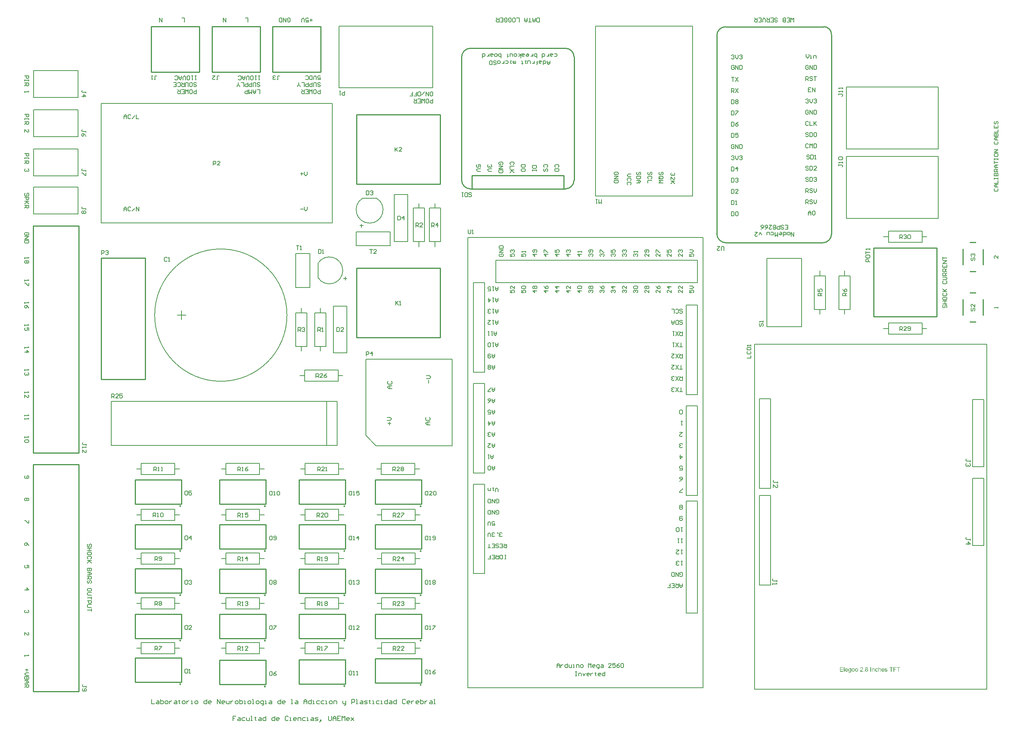
<source format=gto>
G04*
G04 #@! TF.GenerationSoftware,Altium Limited,Altium Designer,19.0.15 (446)*
G04*
G04 Layer_Color=65535*
%FSLAX44Y44*%
%MOMM*%
G71*
G01*
G75*
%ADD10C,0.2540*%
%ADD11C,0.2032*%
%ADD12C,0.2000*%
G36*
X3773831Y382708D02*
X3773987Y382694D01*
X3774170Y382665D01*
X3774367Y382623D01*
X3774579Y382567D01*
X3774776Y382482D01*
X3774804Y382468D01*
X3774861Y382440D01*
X3774959Y382397D01*
X3775072Y382327D01*
X3775213Y382243D01*
X3775340Y382130D01*
X3775467Y382017D01*
X3775579Y381876D01*
X3775593Y381862D01*
X3775622Y381805D01*
X3775664Y381735D01*
X3775734Y381636D01*
X3775791Y381495D01*
X3775847Y381354D01*
X3775918Y381185D01*
X3775960Y381002D01*
Y380988D01*
X3775974Y380931D01*
X3775988Y380847D01*
X3776002Y380734D01*
Y380565D01*
X3776016Y380368D01*
X3776030Y380128D01*
Y379832D01*
Y375490D01*
X3774832D01*
Y379776D01*
Y379790D01*
Y379804D01*
Y379902D01*
Y380029D01*
X3774818Y380184D01*
X3774804Y380368D01*
X3774776Y380551D01*
X3774734Y380720D01*
X3774691Y380875D01*
Y380889D01*
X3774663Y380931D01*
X3774621Y381002D01*
X3774579Y381087D01*
X3774508Y381171D01*
X3774424Y381270D01*
X3774311Y381368D01*
X3774184Y381453D01*
X3774170Y381467D01*
X3774127Y381495D01*
X3774043Y381524D01*
X3773944Y381566D01*
X3773831Y381608D01*
X3773690Y381650D01*
X3773521Y381665D01*
X3773352Y381679D01*
X3773282D01*
X3773225Y381665D01*
X3773084Y381650D01*
X3772901Y381622D01*
X3772704Y381552D01*
X3772478Y381467D01*
X3772253Y381354D01*
X3772041Y381185D01*
X3772013Y381157D01*
X3771956Y381087D01*
X3771914Y381030D01*
X3771872Y380960D01*
X3771815Y380875D01*
X3771773Y380776D01*
X3771717Y380664D01*
X3771660Y380523D01*
X3771618Y380368D01*
X3771576Y380198D01*
X3771548Y380015D01*
X3771519Y379818D01*
X3771491Y379578D01*
Y379338D01*
Y375490D01*
X3770293Y375490D01*
Y382567D01*
X3771364Y382567D01*
Y381552D01*
X3771378Y381566D01*
X3771407Y381608D01*
X3771449Y381665D01*
X3771505Y381735D01*
X3771590Y381820D01*
X3771689Y381918D01*
X3771801Y382031D01*
X3771942Y382144D01*
X3772083Y382243D01*
X3772253Y382355D01*
X3772436Y382454D01*
X3772633Y382538D01*
X3772859Y382609D01*
X3773084Y382665D01*
X3773338Y382708D01*
X3773606Y382722D01*
X3773719D01*
X3773831Y382708D01*
D02*
G37*
G36*
X3802477D02*
X3802688Y382694D01*
X3802914Y382665D01*
X3803153Y382609D01*
X3803407Y382553D01*
X3803647Y382468D01*
X3803661D01*
X3803675Y382454D01*
X3803745Y382426D01*
X3803858Y382369D01*
X3803999Y382299D01*
X3804154Y382200D01*
X3804309Y382087D01*
X3804450Y381960D01*
X3804577Y381820D01*
X3804591Y381805D01*
X3804619Y381749D01*
X3804676Y381650D01*
X3804746Y381538D01*
X3804817Y381368D01*
X3804887Y381185D01*
X3804944Y380974D01*
X3805000Y380734D01*
X3803830Y380579D01*
Y380607D01*
X3803816Y380664D01*
X3803788Y380762D01*
X3803745Y380889D01*
X3803675Y381016D01*
X3803590Y381157D01*
X3803492Y381298D01*
X3803351Y381425D01*
X3803336Y381439D01*
X3803280Y381467D01*
X3803195Y381524D01*
X3803069Y381580D01*
X3802928Y381636D01*
X3802744Y381693D01*
X3802519Y381721D01*
X3802279Y381735D01*
X3802138D01*
X3801997Y381721D01*
X3801814Y381707D01*
X3801631Y381665D01*
X3801433Y381622D01*
X3801250Y381552D01*
X3801095Y381453D01*
X3801081Y381439D01*
X3801039Y381411D01*
X3800982Y381354D01*
X3800926Y381270D01*
X3800855Y381185D01*
X3800799Y381072D01*
X3800757Y380946D01*
X3800742Y380819D01*
Y380805D01*
Y380776D01*
X3800757Y380734D01*
Y380678D01*
X3800799Y380537D01*
X3800883Y380396D01*
X3800898Y380382D01*
X3800912Y380368D01*
X3800940Y380325D01*
X3800996Y380283D01*
X3801053Y380241D01*
X3801137Y380184D01*
X3801236Y380142D01*
X3801349Y380086D01*
X3801363D01*
X3801391Y380071D01*
X3801447Y380057D01*
X3801546Y380015D01*
X3801687Y379973D01*
X3801870Y379931D01*
X3801983Y379888D01*
X3802110Y379860D01*
X3802251Y379818D01*
X3802406Y379776D01*
X3802420D01*
X3802462Y379761D01*
X3802533Y379747D01*
X3802617Y379719D01*
X3802716Y379691D01*
X3802843Y379663D01*
X3803111Y379578D01*
X3803407Y379494D01*
X3803703Y379395D01*
X3803971Y379296D01*
X3804084Y379254D01*
X3804182Y379212D01*
X3804210Y379198D01*
X3804267Y379169D01*
X3804351Y379127D01*
X3804478Y379057D01*
X3804605Y378972D01*
X3804732Y378859D01*
X3804859Y378732D01*
X3804972Y378591D01*
X3804986Y378577D01*
X3805014Y378521D01*
X3805070Y378436D01*
X3805127Y378309D01*
X3805169Y378154D01*
X3805225Y377985D01*
X3805254Y377788D01*
X3805268Y377562D01*
Y377534D01*
Y377464D01*
X3805254Y377351D01*
X3805225Y377196D01*
X3805183Y377027D01*
X3805113Y376843D01*
X3805028Y376632D01*
X3804915Y376435D01*
X3804901Y376406D01*
X3804845Y376350D01*
X3804774Y376251D01*
X3804661Y376138D01*
X3804507Y376012D01*
X3804337Y375871D01*
X3804140Y375744D01*
X3803900Y375617D01*
X3803886D01*
X3803872Y375603D01*
X3803788Y375575D01*
X3803647Y375532D01*
X3803463Y375476D01*
X3803238Y375420D01*
X3802984Y375377D01*
X3802716Y375349D01*
X3802406Y375335D01*
X3802279D01*
X3802180Y375349D01*
X3802068D01*
X3801927Y375363D01*
X3801786Y375377D01*
X3801631Y375405D01*
X3801292Y375476D01*
X3800940Y375575D01*
X3800602Y375716D01*
X3800446Y375800D01*
X3800305Y375899D01*
X3800291Y375913D01*
X3800277Y375927D01*
X3800193Y376012D01*
X3800066Y376138D01*
X3799925Y376336D01*
X3799770Y376576D01*
X3799615Y376857D01*
X3799488Y377210D01*
X3799389Y377605D01*
X3800573Y377788D01*
Y377774D01*
Y377760D01*
X3800602Y377675D01*
X3800630Y377534D01*
X3800686Y377379D01*
X3800757Y377210D01*
X3800841Y377027D01*
X3800968Y376843D01*
X3801123Y376688D01*
X3801151Y376674D01*
X3801208Y376632D01*
X3801320Y376576D01*
X3801461Y376505D01*
X3801645Y376435D01*
X3801856Y376378D01*
X3802110Y376336D01*
X3802406Y376322D01*
X3802547D01*
X3802688Y376336D01*
X3802871Y376364D01*
X3803069Y376406D01*
X3803280Y376463D01*
X3803463Y376533D01*
X3803632Y376646D01*
X3803647Y376660D01*
X3803703Y376702D01*
X3803759Y376773D01*
X3803844Y376871D01*
X3803914Y376984D01*
X3803985Y377125D01*
X3804027Y377266D01*
X3804041Y377435D01*
Y377449D01*
Y377506D01*
X3804027Y377576D01*
X3803999Y377675D01*
X3803957Y377774D01*
X3803886Y377872D01*
X3803802Y377985D01*
X3803675Y378070D01*
X3803661Y378084D01*
X3803618Y378098D01*
X3803548Y378140D01*
X3803435Y378182D01*
X3803266Y378239D01*
X3803167Y378281D01*
X3803055Y378309D01*
X3802928Y378352D01*
X3802787Y378394D01*
X3802632Y378436D01*
X3802448Y378479D01*
X3802434D01*
X3802392Y378493D01*
X3802321Y378507D01*
X3802237Y378535D01*
X3802124Y378563D01*
X3801997Y378605D01*
X3801729Y378676D01*
X3801419Y378775D01*
X3801123Y378859D01*
X3800841Y378958D01*
X3800714Y379014D01*
X3800616Y379057D01*
X3800587Y379071D01*
X3800531Y379099D01*
X3800446Y379155D01*
X3800334Y379226D01*
X3800207Y379324D01*
X3800080Y379437D01*
X3799953Y379564D01*
X3799840Y379719D01*
X3799826Y379733D01*
X3799798Y379790D01*
X3799756Y379888D01*
X3799713Y380001D01*
X3799671Y380142D01*
X3799629Y380311D01*
X3799601Y380480D01*
X3799586Y380678D01*
Y380706D01*
Y380762D01*
X3799601Y380847D01*
X3799615Y380974D01*
X3799643Y381101D01*
X3799671Y381256D01*
X3799727Y381397D01*
X3799798Y381552D01*
X3799812Y381566D01*
X3799840Y381622D01*
X3799883Y381693D01*
X3799953Y381791D01*
X3800038Y381890D01*
X3800136Y382017D01*
X3800249Y382130D01*
X3800390Y382228D01*
X3800404Y382243D01*
X3800446Y382257D01*
X3800503Y382299D01*
X3800587Y382341D01*
X3800700Y382397D01*
X3800827Y382454D01*
X3800982Y382510D01*
X3801151Y382567D01*
X3801180Y382581D01*
X3801236Y382595D01*
X3801335Y382623D01*
X3801461Y382651D01*
X3801617Y382679D01*
X3801786Y382694D01*
X3801983Y382722D01*
X3802321D01*
X3802477Y382708D01*
D02*
G37*
G36*
X3780936D02*
X3781021D01*
X3781133Y382694D01*
X3781401Y382651D01*
X3781697Y382581D01*
X3782007Y382468D01*
X3782318Y382327D01*
X3782614Y382130D01*
X3782628D01*
X3782642Y382102D01*
X3782726Y382017D01*
X3782853Y381890D01*
X3783008Y381707D01*
X3783163Y381481D01*
X3783318Y381199D01*
X3783459Y380875D01*
X3783558Y380494D01*
X3782388Y380311D01*
Y380325D01*
X3782374Y380339D01*
X3782360Y380424D01*
X3782318Y380551D01*
X3782247Y380706D01*
X3782177Y380875D01*
X3782064Y381058D01*
X3781937Y381227D01*
X3781796Y381368D01*
X3781782Y381382D01*
X3781725Y381425D01*
X3781627Y381481D01*
X3781514Y381552D01*
X3781359Y381622D01*
X3781190Y381679D01*
X3780993Y381721D01*
X3780781Y381735D01*
X3780696D01*
X3780626Y381721D01*
X3780471Y381707D01*
X3780259Y381650D01*
X3780034Y381580D01*
X3779780Y381467D01*
X3779541Y381298D01*
X3779428Y381199D01*
X3779315Y381087D01*
Y381072D01*
X3779287Y381058D01*
X3779259Y381016D01*
X3779230Y380960D01*
X3779188Y380889D01*
X3779132Y380805D01*
X3779089Y380706D01*
X3779033Y380593D01*
X3778977Y380452D01*
X3778934Y380297D01*
X3778878Y380128D01*
X3778836Y379945D01*
X3778807Y379747D01*
X3778779Y379522D01*
X3778751Y379282D01*
Y379028D01*
Y379014D01*
Y378972D01*
Y378887D01*
X3778765Y378803D01*
Y378676D01*
X3778779Y378549D01*
X3778822Y378239D01*
X3778878Y377901D01*
X3778977Y377548D01*
X3779104Y377238D01*
X3779188Y377083D01*
X3779287Y376956D01*
X3779315Y376928D01*
X3779385Y376857D01*
X3779512Y376759D01*
X3779667Y376646D01*
X3779879Y376519D01*
X3780119Y376420D01*
X3780400Y376350D01*
X3780556Y376336D01*
X3780710Y376322D01*
X3780739D01*
X3780823Y376336D01*
X3780964Y376350D01*
X3781119Y376378D01*
X3781303Y376420D01*
X3781500Y376505D01*
X3781697Y376604D01*
X3781881Y376745D01*
X3781909Y376759D01*
X3781951Y376829D01*
X3782036Y376928D01*
X3782134Y377083D01*
X3782233Y377266D01*
X3782346Y377492D01*
X3782430Y377774D01*
X3782487Y378084D01*
X3783671Y377929D01*
Y377915D01*
X3783657Y377872D01*
X3783643Y377816D01*
X3783629Y377731D01*
X3783600Y377619D01*
X3783572Y377506D01*
X3783474Y377224D01*
X3783347Y376928D01*
X3783163Y376604D01*
X3782938Y376293D01*
X3782811Y376153D01*
X3782670Y376012D01*
X3782656Y375998D01*
X3782628Y375983D01*
X3782585Y375955D01*
X3782529Y375913D01*
X3782459Y375857D01*
X3782360Y375800D01*
X3782247Y375744D01*
X3782134Y375673D01*
X3781852Y375546D01*
X3781514Y375448D01*
X3781147Y375363D01*
X3780936Y375349D01*
X3780725Y375335D01*
X3780584D01*
X3780485Y375349D01*
X3780358Y375363D01*
X3780217Y375391D01*
X3780062Y375420D01*
X3779893Y375448D01*
X3779512Y375560D01*
X3779329Y375645D01*
X3779132Y375730D01*
X3778934Y375842D01*
X3778751Y375969D01*
X3778568Y376110D01*
X3778399Y376279D01*
X3778385Y376293D01*
X3778356Y376322D01*
X3778314Y376378D01*
X3778258Y376449D01*
X3778201Y376547D01*
X3778117Y376674D01*
X3778046Y376815D01*
X3777962Y376970D01*
X3777877Y377153D01*
X3777807Y377365D01*
X3777722Y377576D01*
X3777666Y377830D01*
X3777609Y378084D01*
X3777567Y378380D01*
X3777539Y378676D01*
X3777525Y379000D01*
Y379014D01*
Y379057D01*
Y379113D01*
Y379198D01*
X3777539Y379296D01*
Y379409D01*
X3777553Y379536D01*
X3777567Y379677D01*
X3777609Y379987D01*
X3777680Y380325D01*
X3777764Y380664D01*
X3777891Y381002D01*
Y381016D01*
X3777905Y381044D01*
X3777933Y381087D01*
X3777962Y381143D01*
X3778046Y381298D01*
X3778173Y381481D01*
X3778342Y381693D01*
X3778540Y381904D01*
X3778779Y382116D01*
X3779047Y382285D01*
X3779061D01*
X3779089Y382299D01*
X3779132Y382327D01*
X3779188Y382355D01*
X3779259Y382383D01*
X3779343Y382426D01*
X3779555Y382510D01*
X3779794Y382581D01*
X3780090Y382651D01*
X3780400Y382708D01*
X3780739Y382722D01*
X3780852D01*
X3780936Y382708D01*
D02*
G37*
G36*
X3834293Y384089D02*
X3831079D01*
Y375490D01*
X3829782D01*
Y384089D01*
X3826568D01*
Y385245D01*
X3834293D01*
Y384089D01*
D02*
G37*
G36*
X3825624D02*
X3820323D01*
Y381072D01*
X3824905D01*
Y379916D01*
X3820323D01*
Y375490D01*
X3819026D01*
Y385245D01*
X3825624D01*
Y384089D01*
D02*
G37*
G36*
X3817631D02*
X3814417D01*
Y375490D01*
X3813120D01*
Y384089D01*
X3809905D01*
Y385245D01*
X3817631D01*
Y384089D01*
D02*
G37*
G36*
X3785898Y381749D02*
X3785912Y381763D01*
X3785941Y381791D01*
X3785983Y381834D01*
X3786053Y381904D01*
X3786124Y381975D01*
X3786223Y382059D01*
X3786349Y382144D01*
X3786476Y382243D01*
X3786617Y382327D01*
X3786772Y382412D01*
X3787139Y382567D01*
X3787336Y382637D01*
X3787548Y382679D01*
X3787773Y382708D01*
X3787999Y382722D01*
X3788126D01*
X3788281Y382708D01*
X3788464Y382679D01*
X3788676Y382651D01*
X3788901Y382595D01*
X3789127Y382510D01*
X3789352Y382412D01*
X3789380Y382397D01*
X3789451Y382355D01*
X3789549Y382285D01*
X3789676Y382186D01*
X3789803Y382059D01*
X3789944Y381918D01*
X3790071Y381749D01*
X3790184Y381552D01*
X3790198Y381524D01*
X3790226Y381453D01*
X3790268Y381326D01*
X3790311Y381143D01*
X3790353Y380917D01*
X3790395Y380649D01*
X3790424Y380325D01*
X3790438Y379959D01*
Y375490D01*
X3789239D01*
Y379973D01*
Y379987D01*
Y380015D01*
Y380057D01*
Y380114D01*
X3789225Y380269D01*
X3789197Y380466D01*
X3789141Y380678D01*
X3789070Y380889D01*
X3788972Y381101D01*
X3788845Y381270D01*
X3788831Y381284D01*
X3788774Y381340D01*
X3788690Y381411D01*
X3788563Y381481D01*
X3788408Y381566D01*
X3788224Y381622D01*
X3787999Y381679D01*
X3787745Y381693D01*
X3787661D01*
X3787562Y381679D01*
X3787421Y381665D01*
X3787280Y381622D01*
X3787111Y381580D01*
X3786942Y381509D01*
X3786758Y381411D01*
X3786744Y381397D01*
X3786688Y381354D01*
X3786603Y381298D01*
X3786505Y381213D01*
X3786392Y381101D01*
X3786279Y380974D01*
X3786180Y380819D01*
X3786096Y380649D01*
X3786082Y380621D01*
X3786068Y380565D01*
X3786039Y380452D01*
X3785997Y380311D01*
X3785955Y380128D01*
X3785927Y379902D01*
X3785912Y379649D01*
X3785898Y379353D01*
Y375490D01*
X3784700D01*
Y385245D01*
X3785898D01*
Y381749D01*
D02*
G37*
G36*
X3768164Y375490D02*
X3766867D01*
Y385245D01*
X3768164D01*
Y375490D01*
D02*
G37*
G36*
X3753038D02*
X3751671D01*
Y376857D01*
X3753038D01*
Y375490D01*
D02*
G37*
G36*
X3746878Y385273D02*
X3746991Y385259D01*
X3747132Y385245D01*
X3747287Y385217D01*
X3747442Y385189D01*
X3747808Y385090D01*
X3748175Y384949D01*
X3748358Y384865D01*
X3748541Y384766D01*
X3748710Y384639D01*
X3748865Y384498D01*
X3748880Y384484D01*
X3748908Y384470D01*
X3748936Y384413D01*
X3748992Y384357D01*
X3749063Y384286D01*
X3749133Y384188D01*
X3749204Y384089D01*
X3749288Y383962D01*
X3749429Y383694D01*
X3749570Y383356D01*
X3749627Y383187D01*
X3749655Y382990D01*
X3749683Y382792D01*
X3749697Y382581D01*
Y382553D01*
Y382482D01*
X3749683Y382369D01*
X3749669Y382214D01*
X3749641Y382045D01*
X3749584Y381848D01*
X3749528Y381636D01*
X3749443Y381425D01*
X3749429Y381397D01*
X3749401Y381326D01*
X3749345Y381213D01*
X3749260Y381058D01*
X3749147Y380889D01*
X3749006Y380678D01*
X3748837Y380466D01*
X3748640Y380227D01*
X3748612Y380198D01*
X3748541Y380114D01*
X3748471Y380043D01*
X3748400Y379973D01*
X3748316Y379888D01*
X3748203Y379776D01*
X3748090Y379663D01*
X3747949Y379536D01*
X3747808Y379395D01*
X3747639Y379240D01*
X3747456Y379085D01*
X3747258Y378901D01*
X3747033Y378718D01*
X3746807Y378521D01*
X3746793Y378507D01*
X3746765Y378479D01*
X3746709Y378436D01*
X3746638Y378380D01*
X3746554Y378295D01*
X3746455Y378211D01*
X3746229Y378027D01*
X3745990Y377816D01*
X3745764Y377604D01*
X3745567Y377421D01*
X3745482Y377351D01*
X3745412Y377280D01*
X3745398Y377266D01*
X3745355Y377224D01*
X3745299Y377168D01*
X3745229Y377083D01*
X3745158Y376984D01*
X3745074Y376886D01*
X3744904Y376646D01*
X3749711D01*
Y375490D01*
X3743241D01*
Y375504D01*
Y375560D01*
Y375645D01*
X3743255Y375758D01*
X3743269Y375885D01*
X3743297Y376026D01*
X3743326Y376167D01*
X3743382Y376322D01*
Y376336D01*
X3743396Y376350D01*
X3743424Y376435D01*
X3743481Y376561D01*
X3743565Y376730D01*
X3743678Y376928D01*
X3743819Y377153D01*
X3743974Y377379D01*
X3744171Y377619D01*
Y377633D01*
X3744200Y377647D01*
X3744270Y377731D01*
X3744397Y377858D01*
X3744580Y378041D01*
X3744792Y378253D01*
X3745059Y378507D01*
X3745384Y378789D01*
X3745736Y379085D01*
X3745750Y379099D01*
X3745807Y379141D01*
X3745891Y379212D01*
X3745990Y379296D01*
X3746117Y379409D01*
X3746272Y379536D01*
X3746427Y379677D01*
X3746610Y379832D01*
X3746962Y380170D01*
X3747315Y380508D01*
X3747484Y380678D01*
X3747639Y380847D01*
X3747780Y381002D01*
X3747893Y381157D01*
Y381171D01*
X3747921Y381185D01*
X3747949Y381227D01*
X3747977Y381284D01*
X3748076Y381439D01*
X3748189Y381622D01*
X3748287Y381848D01*
X3748386Y382087D01*
X3748443Y382355D01*
X3748471Y382609D01*
Y382623D01*
Y382637D01*
X3748457Y382722D01*
X3748443Y382863D01*
X3748400Y383018D01*
X3748344Y383215D01*
X3748245Y383413D01*
X3748118Y383610D01*
X3747949Y383807D01*
X3747921Y383835D01*
X3747851Y383892D01*
X3747752Y383962D01*
X3747597Y384061D01*
X3747399Y384146D01*
X3747174Y384230D01*
X3746906Y384286D01*
X3746610Y384301D01*
X3746525D01*
X3746469Y384286D01*
X3746300Y384272D01*
X3746103Y384230D01*
X3745891Y384174D01*
X3745652Y384075D01*
X3745426Y383948D01*
X3745215Y383779D01*
X3745186Y383751D01*
X3745130Y383680D01*
X3745045Y383568D01*
X3744961Y383398D01*
X3744862Y383201D01*
X3744778Y382947D01*
X3744721Y382665D01*
X3744693Y382341D01*
X3743466Y382468D01*
Y382482D01*
X3743481Y382524D01*
Y382595D01*
X3743495Y382693D01*
X3743523Y382806D01*
X3743551Y382933D01*
X3743593Y383088D01*
X3743636Y383243D01*
X3743748Y383582D01*
X3743918Y383920D01*
X3744016Y384089D01*
X3744143Y384258D01*
X3744270Y384413D01*
X3744411Y384554D01*
X3744425Y384568D01*
X3744453Y384582D01*
X3744496Y384625D01*
X3744566Y384667D01*
X3744651Y384724D01*
X3744749Y384780D01*
X3744862Y384850D01*
X3745003Y384921D01*
X3745158Y384991D01*
X3745327Y385062D01*
X3745510Y385118D01*
X3745708Y385175D01*
X3745919Y385217D01*
X3746145Y385259D01*
X3746384Y385273D01*
X3746638Y385287D01*
X3746779D01*
X3746878Y385273D01*
D02*
G37*
G36*
X3707759Y375490D02*
X3706560D01*
Y385245D01*
X3707759D01*
Y375490D01*
D02*
G37*
G36*
X3704728Y384089D02*
X3698962D01*
Y381115D01*
X3704361D01*
Y379959D01*
X3698962D01*
Y376646D01*
X3704953D01*
Y375490D01*
X3697665D01*
Y385245D01*
X3704728D01*
Y384089D01*
D02*
G37*
G36*
X3795414Y382708D02*
X3795527Y382694D01*
X3795667Y382665D01*
X3795822Y382637D01*
X3796006Y382595D01*
X3796175Y382553D01*
X3796372Y382482D01*
X3796556Y382412D01*
X3796753Y382313D01*
X3796950Y382200D01*
X3797148Y382073D01*
X3797331Y381918D01*
X3797500Y381749D01*
X3797514Y381735D01*
X3797542Y381707D01*
X3797585Y381650D01*
X3797641Y381566D01*
X3797711Y381467D01*
X3797782Y381354D01*
X3797867Y381213D01*
X3797951Y381044D01*
X3798036Y380861D01*
X3798120Y380664D01*
X3798191Y380438D01*
X3798261Y380198D01*
X3798318Y379931D01*
X3798360Y379649D01*
X3798388Y379353D01*
X3798402Y379028D01*
Y379014D01*
Y378958D01*
Y378859D01*
X3798388Y378718D01*
X3793102D01*
Y378704D01*
Y378662D01*
X3793116Y378605D01*
Y378521D01*
X3793130Y378422D01*
X3793158Y378309D01*
X3793201Y378056D01*
X3793285Y377774D01*
X3793398Y377464D01*
X3793553Y377182D01*
X3793750Y376928D01*
X3793764D01*
X3793778Y376900D01*
X3793863Y376829D01*
X3793990Y376730D01*
X3794159Y376632D01*
X3794385Y376519D01*
X3794638Y376420D01*
X3794920Y376350D01*
X3795075Y376336D01*
X3795245Y376322D01*
X3795357D01*
X3795484Y376336D01*
X3795639Y376364D01*
X3795808Y376406D01*
X3796006Y376463D01*
X3796189Y376547D01*
X3796372Y376660D01*
X3796386Y376674D01*
X3796457Y376730D01*
X3796542Y376815D01*
X3796640Y376928D01*
X3796753Y377083D01*
X3796880Y377280D01*
X3797007Y377506D01*
X3797119Y377774D01*
X3798360Y377619D01*
Y377605D01*
X3798346Y377576D01*
X3798332Y377520D01*
X3798304Y377435D01*
X3798261Y377351D01*
X3798219Y377238D01*
X3798106Y376998D01*
X3797965Y376730D01*
X3797768Y376449D01*
X3797542Y376181D01*
X3797260Y375927D01*
X3797246D01*
X3797218Y375899D01*
X3797176Y375871D01*
X3797119Y375828D01*
X3797035Y375786D01*
X3796950Y375744D01*
X3796837Y375687D01*
X3796711Y375631D01*
X3796570Y375575D01*
X3796429Y375518D01*
X3796076Y375434D01*
X3795681Y375363D01*
X3795245Y375335D01*
X3795090D01*
X3794991Y375349D01*
X3794864Y375363D01*
X3794709Y375391D01*
X3794540Y375420D01*
X3794356Y375448D01*
X3793962Y375560D01*
X3793750Y375645D01*
X3793553Y375730D01*
X3793341Y375842D01*
X3793144Y375969D01*
X3792961Y376110D01*
X3792778Y376279D01*
X3792764Y376293D01*
X3792735Y376322D01*
X3792693Y376378D01*
X3792637Y376463D01*
X3792566Y376561D01*
X3792496Y376674D01*
X3792411Y376815D01*
X3792327Y376970D01*
X3792242Y377153D01*
X3792157Y377351D01*
X3792087Y377576D01*
X3792016Y377816D01*
X3791960Y378070D01*
X3791918Y378352D01*
X3791890Y378648D01*
X3791875Y378958D01*
Y378972D01*
Y379042D01*
Y379127D01*
X3791890Y379254D01*
X3791904Y379409D01*
X3791918Y379578D01*
X3791946Y379776D01*
X3791988Y379973D01*
X3792101Y380424D01*
X3792172Y380649D01*
X3792256Y380889D01*
X3792369Y381115D01*
X3792496Y381326D01*
X3792637Y381538D01*
X3792792Y381735D01*
X3792806Y381749D01*
X3792834Y381777D01*
X3792890Y381820D01*
X3792961Y381890D01*
X3793045Y381960D01*
X3793158Y382045D01*
X3793285Y382144D01*
X3793440Y382228D01*
X3793595Y382327D01*
X3793778Y382412D01*
X3793976Y382496D01*
X3794187Y382567D01*
X3794413Y382637D01*
X3794653Y382679D01*
X3794906Y382708D01*
X3795174Y382722D01*
X3795315D01*
X3795414Y382708D01*
D02*
G37*
G36*
X3735473Y382708D02*
X3735600Y382693D01*
X3735741Y382665D01*
X3735896Y382637D01*
X3736079Y382609D01*
X3736460Y382482D01*
X3736657Y382412D01*
X3736855Y382313D01*
X3737052Y382214D01*
X3737249Y382073D01*
X3737433Y381932D01*
X3737616Y381763D01*
X3737630Y381749D01*
X3737658Y381721D01*
X3737701Y381665D01*
X3737757Y381594D01*
X3737827Y381495D01*
X3737912Y381368D01*
X3737997Y381227D01*
X3738081Y381072D01*
X3738166Y380903D01*
X3738250Y380692D01*
X3738335Y380480D01*
X3738405Y380241D01*
X3738462Y379987D01*
X3738504Y379719D01*
X3738532Y379437D01*
X3738546Y379127D01*
Y379113D01*
Y379071D01*
Y379000D01*
Y378901D01*
X3738532Y378789D01*
X3738518Y378648D01*
Y378507D01*
X3738490Y378352D01*
X3738448Y377999D01*
X3738363Y377647D01*
X3738264Y377294D01*
X3738123Y376970D01*
Y376956D01*
X3738109Y376942D01*
X3738081Y376900D01*
X3738053Y376843D01*
X3737954Y376702D01*
X3737827Y376533D01*
X3737658Y376336D01*
X3737447Y376138D01*
X3737207Y375941D01*
X3736925Y375758D01*
X3736911D01*
X3736897Y375744D01*
X3736855Y375715D01*
X3736784Y375687D01*
X3736714Y375659D01*
X3736629Y375631D01*
X3736418Y375546D01*
X3736178Y375476D01*
X3735882Y375405D01*
X3735572Y375349D01*
X3735234Y375335D01*
X3735093D01*
X3734980Y375349D01*
X3734853Y375363D01*
X3734712Y375391D01*
X3734543Y375420D01*
X3734374Y375448D01*
X3733993Y375560D01*
X3733782Y375645D01*
X3733584Y375730D01*
X3733387Y375842D01*
X3733190Y375969D01*
X3733006Y376110D01*
X3732823Y376279D01*
X3732809Y376293D01*
X3732781Y376322D01*
X3732739Y376378D01*
X3732682Y376463D01*
X3732612Y376561D01*
X3732541Y376674D01*
X3732457Y376815D01*
X3732372Y376984D01*
X3732287Y377168D01*
X3732203Y377379D01*
X3732132Y377604D01*
X3732062Y377844D01*
X3732006Y378112D01*
X3731963Y378394D01*
X3731935Y378704D01*
X3731921Y379028D01*
Y379057D01*
Y379113D01*
X3731935Y379212D01*
Y379353D01*
X3731949Y379508D01*
X3731977Y379705D01*
X3732006Y379902D01*
X3732062Y380128D01*
X3732118Y380353D01*
X3732189Y380593D01*
X3732273Y380847D01*
X3732386Y381087D01*
X3732499Y381312D01*
X3732654Y381538D01*
X3732809Y381749D01*
X3733006Y381932D01*
X3733021Y381946D01*
X3733049Y381960D01*
X3733105Y382003D01*
X3733175Y382059D01*
X3733260Y382116D01*
X3733373Y382186D01*
X3733486Y382257D01*
X3733627Y382327D01*
X3733782Y382397D01*
X3733951Y382468D01*
X3734331Y382595D01*
X3734768Y382693D01*
X3734994Y382708D01*
X3735234Y382722D01*
X3735375D01*
X3735473Y382708D01*
D02*
G37*
G36*
X3727889D02*
X3728016Y382693D01*
X3728157Y382665D01*
X3728312Y382637D01*
X3728495Y382609D01*
X3728876Y382482D01*
X3729073Y382412D01*
X3729271Y382313D01*
X3729468Y382214D01*
X3729666Y382073D01*
X3729849Y381932D01*
X3730032Y381763D01*
X3730046Y381749D01*
X3730074Y381721D01*
X3730117Y381665D01*
X3730173Y381594D01*
X3730244Y381495D01*
X3730328Y381368D01*
X3730413Y381227D01*
X3730497Y381072D01*
X3730582Y380903D01*
X3730666Y380692D01*
X3730751Y380480D01*
X3730821Y380241D01*
X3730878Y379987D01*
X3730920Y379719D01*
X3730948Y379437D01*
X3730962Y379127D01*
Y379113D01*
Y379071D01*
Y379000D01*
Y378901D01*
X3730948Y378789D01*
X3730934Y378648D01*
Y378507D01*
X3730906Y378352D01*
X3730864Y377999D01*
X3730779Y377647D01*
X3730681Y377294D01*
X3730540Y376970D01*
Y376956D01*
X3730525Y376942D01*
X3730497Y376900D01*
X3730469Y376843D01*
X3730370Y376702D01*
X3730244Y376533D01*
X3730074Y376336D01*
X3729863Y376138D01*
X3729623Y375941D01*
X3729341Y375758D01*
X3729327D01*
X3729313Y375744D01*
X3729271Y375715D01*
X3729200Y375687D01*
X3729130Y375659D01*
X3729045Y375631D01*
X3728834Y375546D01*
X3728594Y375476D01*
X3728298Y375405D01*
X3727988Y375349D01*
X3727650Y375335D01*
X3727509D01*
X3727396Y375349D01*
X3727269Y375363D01*
X3727128Y375391D01*
X3726959Y375420D01*
X3726790Y375448D01*
X3726409Y375560D01*
X3726198Y375645D01*
X3726000Y375730D01*
X3725803Y375842D01*
X3725605Y375969D01*
X3725422Y376110D01*
X3725239Y376279D01*
X3725225Y376293D01*
X3725197Y376322D01*
X3725154Y376378D01*
X3725098Y376463D01*
X3725027Y376561D01*
X3724957Y376674D01*
X3724872Y376815D01*
X3724788Y376984D01*
X3724703Y377168D01*
X3724619Y377379D01*
X3724548Y377604D01*
X3724478Y377844D01*
X3724421Y378112D01*
X3724379Y378394D01*
X3724351Y378704D01*
X3724337Y379028D01*
Y379057D01*
Y379113D01*
X3724351Y379212D01*
Y379353D01*
X3724365Y379508D01*
X3724393Y379705D01*
X3724421Y379902D01*
X3724478Y380128D01*
X3724534Y380353D01*
X3724604Y380593D01*
X3724689Y380847D01*
X3724802Y381087D01*
X3724915Y381312D01*
X3725070Y381538D01*
X3725225Y381749D01*
X3725422Y381932D01*
X3725436Y381946D01*
X3725464Y381960D01*
X3725521Y382003D01*
X3725591Y382059D01*
X3725676Y382116D01*
X3725789Y382186D01*
X3725901Y382257D01*
X3726042Y382327D01*
X3726198Y382397D01*
X3726367Y382468D01*
X3726747Y382595D01*
X3727184Y382693D01*
X3727410Y382708D01*
X3727650Y382722D01*
X3727791D01*
X3727889Y382708D01*
D02*
G37*
G36*
X3712749D02*
X3712862Y382693D01*
X3713003Y382665D01*
X3713158Y382637D01*
X3713341Y382595D01*
X3713510Y382553D01*
X3713708Y382482D01*
X3713891Y382412D01*
X3714088Y382313D01*
X3714286Y382200D01*
X3714483Y382073D01*
X3714666Y381918D01*
X3714835Y381749D01*
X3714850Y381735D01*
X3714878Y381707D01*
X3714920Y381650D01*
X3714976Y381566D01*
X3715047Y381467D01*
X3715117Y381354D01*
X3715202Y381213D01*
X3715286Y381044D01*
X3715371Y380861D01*
X3715456Y380664D01*
X3715526Y380438D01*
X3715597Y380198D01*
X3715653Y379930D01*
X3715695Y379649D01*
X3715724Y379353D01*
X3715738Y379028D01*
Y379014D01*
Y378958D01*
Y378859D01*
X3715724Y378718D01*
X3710437D01*
Y378704D01*
Y378662D01*
X3710451Y378605D01*
Y378521D01*
X3710465Y378422D01*
X3710493Y378309D01*
X3710536Y378056D01*
X3710620Y377774D01*
X3710733Y377464D01*
X3710888Y377182D01*
X3711086Y376928D01*
X3711100D01*
X3711114Y376900D01*
X3711198Y376829D01*
X3711325Y376730D01*
X3711494Y376632D01*
X3711720Y376519D01*
X3711974Y376420D01*
X3712256Y376350D01*
X3712411Y376336D01*
X3712580Y376322D01*
X3712693D01*
X3712820Y376336D01*
X3712975Y376364D01*
X3713144Y376406D01*
X3713341Y376463D01*
X3713524Y376547D01*
X3713708Y376660D01*
X3713722Y376674D01*
X3713792Y376730D01*
X3713877Y376815D01*
X3713976Y376928D01*
X3714088Y377083D01*
X3714215Y377280D01*
X3714342Y377506D01*
X3714455Y377774D01*
X3715695Y377619D01*
Y377604D01*
X3715681Y377576D01*
X3715667Y377520D01*
X3715639Y377435D01*
X3715597Y377351D01*
X3715554Y377238D01*
X3715442Y376998D01*
X3715301Y376730D01*
X3715103Y376449D01*
X3714878Y376181D01*
X3714596Y375927D01*
X3714582D01*
X3714554Y375899D01*
X3714511Y375871D01*
X3714455Y375828D01*
X3714370Y375786D01*
X3714286Y375744D01*
X3714173Y375687D01*
X3714046Y375631D01*
X3713905Y375575D01*
X3713764Y375518D01*
X3713412Y375434D01*
X3713017Y375363D01*
X3712580Y375335D01*
X3712425D01*
X3712326Y375349D01*
X3712199Y375363D01*
X3712044Y375391D01*
X3711875Y375420D01*
X3711692Y375448D01*
X3711297Y375560D01*
X3711086Y375645D01*
X3710888Y375730D01*
X3710677Y375842D01*
X3710479Y375969D01*
X3710296Y376110D01*
X3710113Y376279D01*
X3710099Y376293D01*
X3710070Y376322D01*
X3710028Y376378D01*
X3709972Y376463D01*
X3709901Y376561D01*
X3709831Y376674D01*
X3709746Y376815D01*
X3709662Y376970D01*
X3709577Y377153D01*
X3709492Y377351D01*
X3709422Y377576D01*
X3709352Y377816D01*
X3709295Y378070D01*
X3709253Y378352D01*
X3709225Y378648D01*
X3709211Y378958D01*
Y378972D01*
Y379042D01*
Y379127D01*
X3709225Y379254D01*
X3709239Y379409D01*
X3709253Y379578D01*
X3709281Y379776D01*
X3709323Y379973D01*
X3709436Y380424D01*
X3709507Y380649D01*
X3709591Y380889D01*
X3709704Y381115D01*
X3709831Y381326D01*
X3709972Y381538D01*
X3710127Y381735D01*
X3710141Y381749D01*
X3710169Y381777D01*
X3710226Y381819D01*
X3710296Y381890D01*
X3710381Y381960D01*
X3710493Y382045D01*
X3710620Y382144D01*
X3710775Y382228D01*
X3710930Y382327D01*
X3711114Y382412D01*
X3711311Y382496D01*
X3711523Y382567D01*
X3711748Y382637D01*
X3711988Y382679D01*
X3712242Y382708D01*
X3712509Y382722D01*
X3712650D01*
X3712749Y382708D01*
D02*
G37*
G36*
X3758170Y385273D02*
X3758282Y385259D01*
X3758409Y385245D01*
X3758550Y385231D01*
X3758691Y385189D01*
X3759030Y385104D01*
X3759368Y384977D01*
X3759537Y384893D01*
X3759706Y384794D01*
X3759861Y384667D01*
X3760016Y384540D01*
X3760030Y384526D01*
X3760044Y384512D01*
X3760087Y384470D01*
X3760143Y384413D01*
X3760200Y384329D01*
X3760270Y384244D01*
X3760411Y384033D01*
X3760552Y383765D01*
X3760679Y383455D01*
X3760778Y383102D01*
X3760792Y382919D01*
X3760806Y382722D01*
Y382708D01*
Y382693D01*
Y382609D01*
X3760792Y382482D01*
X3760764Y382327D01*
X3760721Y382130D01*
X3760651Y381932D01*
X3760566Y381735D01*
X3760439Y381538D01*
X3760425Y381509D01*
X3760369Y381453D01*
X3760284Y381368D01*
X3760171Y381256D01*
X3760016Y381129D01*
X3759833Y381002D01*
X3759622Y380875D01*
X3759368Y380762D01*
X3759382D01*
X3759410Y380748D01*
X3759452Y380734D01*
X3759509Y380706D01*
X3759678Y380635D01*
X3759875Y380537D01*
X3760087Y380396D01*
X3760312Y380241D01*
X3760524Y380043D01*
X3760721Y379818D01*
Y379804D01*
X3760735Y379790D01*
X3760792Y379705D01*
X3760876Y379564D01*
X3760961Y379381D01*
X3761045Y379155D01*
X3761130Y378887D01*
X3761186Y378591D01*
X3761200Y378267D01*
Y378253D01*
Y378211D01*
Y378140D01*
X3761186Y378056D01*
X3761172Y377957D01*
X3761158Y377830D01*
X3761130Y377689D01*
X3761088Y377534D01*
X3760989Y377210D01*
X3760918Y377027D01*
X3760820Y376857D01*
X3760721Y376674D01*
X3760608Y376505D01*
X3760467Y376336D01*
X3760312Y376167D01*
X3760298Y376152D01*
X3760270Y376124D01*
X3760228Y376082D01*
X3760157Y376040D01*
X3760059Y375969D01*
X3759960Y375899D01*
X3759833Y375828D01*
X3759692Y375744D01*
X3759537Y375659D01*
X3759354Y375589D01*
X3759156Y375518D01*
X3758959Y375448D01*
X3758734Y375405D01*
X3758494Y375363D01*
X3758254Y375335D01*
X3757986Y375321D01*
X3757845D01*
X3757747Y375335D01*
X3757620Y375349D01*
X3757479Y375363D01*
X3757324Y375391D01*
X3757155Y375434D01*
X3756774Y375532D01*
X3756577Y375603D01*
X3756393Y375673D01*
X3756196Y375772D01*
X3755999Y375885D01*
X3755815Y376012D01*
X3755646Y376167D01*
X3755632Y376181D01*
X3755604Y376209D01*
X3755562Y376251D01*
X3755505Y376322D01*
X3755449Y376406D01*
X3755364Y376505D01*
X3755294Y376618D01*
X3755209Y376759D01*
X3755125Y376900D01*
X3755054Y377069D01*
X3754913Y377421D01*
X3754857Y377633D01*
X3754814Y377844D01*
X3754786Y378070D01*
X3754772Y378295D01*
Y378309D01*
Y378338D01*
Y378394D01*
X3754786Y378450D01*
Y378535D01*
X3754800Y378634D01*
X3754828Y378859D01*
X3754885Y379113D01*
X3754969Y379367D01*
X3755096Y379635D01*
X3755251Y379888D01*
Y379902D01*
X3755280Y379916D01*
X3755336Y379987D01*
X3755449Y380100D01*
X3755604Y380241D01*
X3755801Y380382D01*
X3756041Y380537D01*
X3756309Y380664D01*
X3756633Y380762D01*
X3756619D01*
X3756605Y380776D01*
X3756562Y380790D01*
X3756506Y380819D01*
X3756379Y380875D01*
X3756210Y380960D01*
X3756027Y381072D01*
X3755844Y381213D01*
X3755674Y381368D01*
X3755519Y381538D01*
X3755505Y381566D01*
X3755463Y381622D01*
X3755406Y381735D01*
X3755350Y381876D01*
X3755280Y382059D01*
X3755223Y382271D01*
X3755181Y382510D01*
X3755167Y382764D01*
Y382778D01*
Y382806D01*
Y382863D01*
X3755181Y382947D01*
X3755195Y383032D01*
X3755209Y383145D01*
X3755266Y383384D01*
X3755350Y383666D01*
X3755491Y383962D01*
X3755576Y384117D01*
X3755674Y384272D01*
X3755801Y384413D01*
X3755928Y384554D01*
X3755942Y384568D01*
X3755970Y384582D01*
X3756013Y384625D01*
X3756069Y384667D01*
X3756140Y384724D01*
X3756238Y384780D01*
X3756351Y384850D01*
X3756464Y384921D01*
X3756605Y384991D01*
X3756760Y385062D01*
X3756929Y385118D01*
X3757112Y385175D01*
X3757507Y385259D01*
X3757733Y385273D01*
X3757958Y385287D01*
X3758085D01*
X3758170Y385273D01*
D02*
G37*
G36*
X3720009Y382708D02*
X3720108Y382693D01*
X3720234Y382665D01*
X3720375Y382637D01*
X3720530Y382595D01*
X3720686Y382538D01*
X3720855Y382468D01*
X3721024Y382383D01*
X3721207Y382285D01*
X3721376Y382172D01*
X3721545Y382031D01*
X3721715Y381876D01*
X3721870Y381693D01*
Y382567D01*
X3722969D01*
Y376449D01*
Y376435D01*
Y376378D01*
Y376293D01*
Y376181D01*
X3722955Y376054D01*
Y375899D01*
X3722941Y375730D01*
X3722927Y375546D01*
X3722885Y375166D01*
X3722828Y374771D01*
X3722786Y374588D01*
X3722744Y374419D01*
X3722687Y374263D01*
X3722631Y374123D01*
Y374109D01*
X3722617Y374094D01*
X3722560Y374010D01*
X3722490Y373883D01*
X3722377Y373728D01*
X3722222Y373559D01*
X3722039Y373375D01*
X3721813Y373192D01*
X3721559Y373037D01*
X3721545D01*
X3721531Y373023D01*
X3721489Y372995D01*
X3721433Y372981D01*
X3721362Y372938D01*
X3721278Y372910D01*
X3721066Y372840D01*
X3720812Y372755D01*
X3720502Y372699D01*
X3720150Y372642D01*
X3719769Y372628D01*
X3719642D01*
X3719558Y372642D01*
X3719445D01*
X3719332Y372657D01*
X3719191Y372671D01*
X3719036Y372699D01*
X3718712Y372769D01*
X3718374Y372868D01*
X3718035Y373009D01*
X3717725Y373206D01*
X3717711Y373220D01*
X3717697Y373234D01*
X3717598Y373319D01*
X3717486Y373446D01*
X3717345Y373629D01*
X3717204Y373869D01*
X3717077Y374165D01*
X3717035Y374334D01*
X3717006Y374517D01*
X3716978Y374701D01*
Y374912D01*
X3718148Y374757D01*
Y374729D01*
X3718162Y374672D01*
X3718190Y374574D01*
X3718219Y374447D01*
X3718275Y374320D01*
X3718346Y374193D01*
X3718430Y374066D01*
X3718543Y373968D01*
X3718571Y373953D01*
X3718627Y373911D01*
X3718726Y373855D01*
X3718867Y373798D01*
X3719036Y373728D01*
X3719248Y373671D01*
X3719502Y373629D01*
X3719769Y373615D01*
X3719910D01*
X3720051Y373629D01*
X3720249Y373657D01*
X3720446Y373700D01*
X3720657Y373756D01*
X3720869Y373841D01*
X3721052Y373953D01*
X3721066Y373968D01*
X3721123Y374010D01*
X3721207Y374094D01*
X3721306Y374193D01*
X3721404Y374334D01*
X3721503Y374489D01*
X3721602Y374672D01*
X3721672Y374884D01*
Y374898D01*
X3721686Y374954D01*
X3721701Y375067D01*
X3721715Y375208D01*
X3721729Y375307D01*
Y375420D01*
X3721743Y375546D01*
Y375687D01*
Y375842D01*
X3721757Y376026D01*
Y376209D01*
Y376420D01*
X3721743Y376406D01*
X3721715Y376378D01*
X3721672Y376336D01*
X3721616Y376279D01*
X3721545Y376209D01*
X3721447Y376124D01*
X3721334Y376040D01*
X3721221Y375955D01*
X3720925Y375786D01*
X3720601Y375631D01*
X3720418Y375575D01*
X3720220Y375532D01*
X3720009Y375504D01*
X3719797Y375490D01*
X3719727D01*
X3719656Y375504D01*
X3719558D01*
X3719431Y375518D01*
X3719290Y375546D01*
X3719135Y375575D01*
X3718966Y375617D01*
X3718782Y375673D01*
X3718599Y375744D01*
X3718416Y375828D01*
X3718219Y375927D01*
X3718035Y376054D01*
X3717852Y376195D01*
X3717683Y376350D01*
X3717528Y376533D01*
X3717514Y376547D01*
X3717500Y376575D01*
X3717457Y376646D01*
X3717401Y376716D01*
X3717345Y376829D01*
X3717274Y376942D01*
X3717204Y377083D01*
X3717133Y377252D01*
X3717063Y377421D01*
X3716992Y377619D01*
X3716922Y377816D01*
X3716865Y378041D01*
X3716767Y378521D01*
X3716753Y378789D01*
X3716738Y379057D01*
Y379071D01*
Y379099D01*
Y379155D01*
Y379226D01*
X3716753Y379324D01*
Y379423D01*
X3716781Y379677D01*
X3716823Y379959D01*
X3716894Y380269D01*
X3716978Y380593D01*
X3717105Y380917D01*
Y380931D01*
X3717119Y380960D01*
X3717147Y381002D01*
X3717175Y381058D01*
X3717260Y381213D01*
X3717373Y381411D01*
X3717528Y381622D01*
X3717711Y381834D01*
X3717923Y382059D01*
X3718162Y382242D01*
X3718176D01*
X3718190Y382257D01*
X3718233Y382285D01*
X3718289Y382313D01*
X3718430Y382397D01*
X3718627Y382482D01*
X3718867Y382567D01*
X3719149Y382651D01*
X3719459Y382708D01*
X3719797Y382722D01*
X3719924D01*
X3720009Y382708D01*
D02*
G37*
%LPC*%
G36*
X3795188Y381735D02*
X3795104D01*
X3795047Y381721D01*
X3794892Y381707D01*
X3794709Y381665D01*
X3794483Y381594D01*
X3794244Y381495D01*
X3794018Y381354D01*
X3793793Y381171D01*
X3793764Y381143D01*
X3793708Y381072D01*
X3793609Y380946D01*
X3793511Y380776D01*
X3793398Y380579D01*
X3793299Y380325D01*
X3793215Y380029D01*
X3793172Y379705D01*
X3797133D01*
Y379719D01*
Y379747D01*
X3797119Y379790D01*
Y379846D01*
X3797091Y380015D01*
X3797049Y380198D01*
X3796978Y380424D01*
X3796908Y380635D01*
X3796795Y380847D01*
X3796668Y381030D01*
Y381044D01*
X3796640Y381058D01*
X3796570Y381143D01*
X3796443Y381256D01*
X3796274Y381382D01*
X3796062Y381509D01*
X3795808Y381622D01*
X3795512Y381707D01*
X3795357Y381721D01*
X3795188Y381735D01*
D02*
G37*
G36*
X3735234Y381735D02*
X3735149D01*
X3735079Y381721D01*
X3734924Y381707D01*
X3734712Y381650D01*
X3734472Y381566D01*
X3734219Y381453D01*
X3733979Y381284D01*
X3733852Y381171D01*
X3733739Y381058D01*
Y381044D01*
X3733711Y381030D01*
X3733683Y380988D01*
X3733641Y380931D01*
X3733599Y380861D01*
X3733556Y380776D01*
X3733500Y380664D01*
X3733443Y380551D01*
X3733387Y380410D01*
X3733331Y380269D01*
X3733288Y380100D01*
X3733246Y379916D01*
X3733204Y379719D01*
X3733175Y379508D01*
X3733161Y379268D01*
X3733147Y379028D01*
Y379014D01*
Y378972D01*
Y378901D01*
X3733161Y378803D01*
Y378690D01*
X3733175Y378563D01*
X3733218Y378267D01*
X3733288Y377929D01*
X3733401Y377590D01*
X3733542Y377266D01*
X3733641Y377125D01*
X3733739Y376984D01*
X3733753D01*
X3733768Y376956D01*
X3733852Y376886D01*
X3733979Y376773D01*
X3734148Y376660D01*
X3734360Y376533D01*
X3734613Y376420D01*
X3734909Y376350D01*
X3735064Y376336D01*
X3735234Y376322D01*
X3735318D01*
X3735389Y376336D01*
X3735544Y376364D01*
X3735755Y376406D01*
X3735981Y376491D01*
X3736235Y376604D01*
X3736474Y376773D01*
X3736601Y376886D01*
X3736714Y376998D01*
X3736728Y377012D01*
X3736742Y377027D01*
X3736770Y377069D01*
X3736813Y377125D01*
X3736855Y377196D01*
X3736911Y377280D01*
X3736967Y377393D01*
X3737024Y377506D01*
X3737080Y377647D01*
X3737123Y377802D01*
X3737179Y377971D01*
X3737221Y378154D01*
X3737264Y378366D01*
X3737292Y378577D01*
X3737320Y378817D01*
Y379071D01*
Y379085D01*
Y379127D01*
Y379198D01*
X3737306Y379282D01*
Y379395D01*
X3737292Y379522D01*
X3737249Y379818D01*
X3737179Y380128D01*
X3737066Y380466D01*
X3736911Y380776D01*
X3736827Y380931D01*
X3736714Y381058D01*
Y381072D01*
X3736686Y381087D01*
X3736601Y381171D01*
X3736474Y381270D01*
X3736305Y381397D01*
X3736094Y381524D01*
X3735840Y381636D01*
X3735558Y381707D01*
X3735403Y381721D01*
X3735234Y381735D01*
D02*
G37*
G36*
X3727650D02*
X3727565D01*
X3727495Y381721D01*
X3727339Y381707D01*
X3727128Y381650D01*
X3726888Y381566D01*
X3726635Y381453D01*
X3726395Y381284D01*
X3726268Y381171D01*
X3726155Y381058D01*
Y381044D01*
X3726127Y381030D01*
X3726099Y380988D01*
X3726057Y380931D01*
X3726014Y380861D01*
X3725972Y380776D01*
X3725916Y380664D01*
X3725859Y380551D01*
X3725803Y380410D01*
X3725746Y380269D01*
X3725704Y380100D01*
X3725662Y379916D01*
X3725620Y379719D01*
X3725591Y379508D01*
X3725577Y379268D01*
X3725563Y379028D01*
Y379014D01*
Y378972D01*
Y378901D01*
X3725577Y378803D01*
Y378690D01*
X3725591Y378563D01*
X3725634Y378267D01*
X3725704Y377929D01*
X3725817Y377590D01*
X3725958Y377266D01*
X3726057Y377125D01*
X3726155Y376984D01*
X3726169D01*
X3726183Y376956D01*
X3726268Y376886D01*
X3726395Y376773D01*
X3726564Y376660D01*
X3726776Y376533D01*
X3727029Y376420D01*
X3727325Y376350D01*
X3727480Y376336D01*
X3727650Y376322D01*
X3727734D01*
X3727805Y376336D01*
X3727960Y376364D01*
X3728171Y376406D01*
X3728397Y376491D01*
X3728651Y376604D01*
X3728890Y376773D01*
X3729017Y376886D01*
X3729130Y376998D01*
X3729144Y377012D01*
X3729158Y377027D01*
X3729186Y377069D01*
X3729229Y377125D01*
X3729271Y377196D01*
X3729327Y377280D01*
X3729384Y377393D01*
X3729440Y377506D01*
X3729496Y377647D01*
X3729539Y377802D01*
X3729595Y377971D01*
X3729637Y378154D01*
X3729680Y378366D01*
X3729708Y378577D01*
X3729736Y378817D01*
Y379071D01*
Y379085D01*
Y379127D01*
Y379198D01*
X3729722Y379282D01*
Y379395D01*
X3729708Y379522D01*
X3729666Y379818D01*
X3729595Y380128D01*
X3729482Y380466D01*
X3729327Y380776D01*
X3729243Y380931D01*
X3729130Y381058D01*
Y381072D01*
X3729102Y381087D01*
X3729017Y381171D01*
X3728890Y381270D01*
X3728721Y381397D01*
X3728510Y381524D01*
X3728256Y381636D01*
X3727974Y381707D01*
X3727819Y381721D01*
X3727650Y381735D01*
D02*
G37*
G36*
X3712523D02*
X3712439D01*
X3712383Y381721D01*
X3712227Y381707D01*
X3712044Y381665D01*
X3711819Y381594D01*
X3711579Y381495D01*
X3711353Y381354D01*
X3711128Y381171D01*
X3711100Y381143D01*
X3711043Y381072D01*
X3710945Y380946D01*
X3710846Y380776D01*
X3710733Y380579D01*
X3710634Y380325D01*
X3710550Y380029D01*
X3710508Y379705D01*
X3714469D01*
Y379719D01*
Y379747D01*
X3714455Y379790D01*
Y379846D01*
X3714427Y380015D01*
X3714384Y380198D01*
X3714314Y380424D01*
X3714243Y380635D01*
X3714131Y380847D01*
X3714004Y381030D01*
Y381044D01*
X3713976Y381058D01*
X3713905Y381143D01*
X3713778Y381256D01*
X3713609Y381382D01*
X3713398Y381509D01*
X3713144Y381622D01*
X3712848Y381707D01*
X3712693Y381721D01*
X3712523Y381735D01*
D02*
G37*
G36*
X3757986Y384301D02*
X3757874D01*
X3757747Y384272D01*
X3757578Y384244D01*
X3757394Y384188D01*
X3757197Y384117D01*
X3757014Y384005D01*
X3756830Y383849D01*
X3756816Y383835D01*
X3756760Y383779D01*
X3756689Y383680D01*
X3756619Y383554D01*
X3756534Y383398D01*
X3756464Y383215D01*
X3756407Y383018D01*
X3756393Y382792D01*
Y382778D01*
Y382764D01*
X3756407Y382679D01*
X3756422Y382553D01*
X3756450Y382397D01*
X3756506Y382214D01*
X3756577Y382031D01*
X3756689Y381834D01*
X3756830Y381665D01*
X3756844Y381650D01*
X3756915Y381594D01*
X3757014Y381524D01*
X3757141Y381453D01*
X3757310Y381368D01*
X3757507Y381298D01*
X3757733Y381242D01*
X3757986Y381227D01*
X3758015D01*
X3758099Y381242D01*
X3758226Y381256D01*
X3758395Y381284D01*
X3758578Y381340D01*
X3758762Y381411D01*
X3758959Y381524D01*
X3759128Y381665D01*
X3759142Y381679D01*
X3759199Y381749D01*
X3759269Y381834D01*
X3759354Y381960D01*
X3759438Y382116D01*
X3759509Y382299D01*
X3759565Y382510D01*
X3759579Y382736D01*
Y382750D01*
Y382764D01*
Y382849D01*
X3759551Y382976D01*
X3759523Y383131D01*
X3759466Y383300D01*
X3759382Y383483D01*
X3759269Y383666D01*
X3759114Y383849D01*
X3759100Y383864D01*
X3759030Y383920D01*
X3758931Y383991D01*
X3758804Y384075D01*
X3758635Y384160D01*
X3758452Y384230D01*
X3758226Y384286D01*
X3757986Y384301D01*
D02*
G37*
G36*
X3757944Y380255D02*
X3757859D01*
X3757803Y380241D01*
X3757648Y380227D01*
X3757451Y380184D01*
X3757225Y380114D01*
X3757000Y380015D01*
X3756760Y379874D01*
X3756548Y379691D01*
X3756520Y379663D01*
X3756464Y379592D01*
X3756379Y379465D01*
X3756281Y379310D01*
X3756168Y379099D01*
X3756083Y378859D01*
X3756027Y378591D01*
X3755999Y378295D01*
Y378267D01*
Y378211D01*
X3756013Y378112D01*
X3756027Y377985D01*
X3756055Y377830D01*
X3756097Y377661D01*
X3756154Y377492D01*
X3756224Y377309D01*
X3756238Y377294D01*
X3756266Y377224D01*
X3756323Y377139D01*
X3756407Y377041D01*
X3756506Y376914D01*
X3756633Y376787D01*
X3756774Y376674D01*
X3756943Y376561D01*
X3756971Y376547D01*
X3757028Y376519D01*
X3757126Y376477D01*
X3757253Y376435D01*
X3757408Y376392D01*
X3757592Y376350D01*
X3757789Y376322D01*
X3757986Y376308D01*
X3758071D01*
X3758127Y376322D01*
X3758297Y376336D01*
X3758494Y376378D01*
X3758719Y376449D01*
X3758959Y376533D01*
X3759185Y376674D01*
X3759410Y376857D01*
X3759438Y376886D01*
X3759495Y376956D01*
X3759593Y377083D01*
X3759692Y377238D01*
X3759791Y377435D01*
X3759890Y377675D01*
X3759946Y377957D01*
X3759974Y378253D01*
Y378267D01*
Y378295D01*
Y378338D01*
X3759960Y378394D01*
X3759946Y378549D01*
X3759904Y378760D01*
X3759833Y378972D01*
X3759734Y379212D01*
X3759593Y379451D01*
X3759396Y379677D01*
X3759368Y379705D01*
X3759297Y379761D01*
X3759171Y379860D01*
X3759001Y379973D01*
X3758790Y380071D01*
X3758536Y380170D01*
X3758254Y380227D01*
X3757944Y380255D01*
D02*
G37*
G36*
X3720037Y381735D02*
X3719812D01*
X3719755Y381721D01*
X3719600Y381707D01*
X3719417Y381650D01*
X3719191Y381580D01*
X3718966Y381453D01*
X3718740Y381298D01*
X3718627Y381185D01*
X3718515Y381072D01*
Y381058D01*
X3718487Y381044D01*
X3718458Y381002D01*
X3718430Y380946D01*
X3718388Y380889D01*
X3718346Y380804D01*
X3718289Y380706D01*
X3718247Y380593D01*
X3718190Y380466D01*
X3718134Y380311D01*
X3718092Y380156D01*
X3718050Y379987D01*
X3718021Y379790D01*
X3717993Y379592D01*
X3717965Y379381D01*
Y379141D01*
Y379127D01*
Y379085D01*
Y379014D01*
X3717979Y378915D01*
Y378803D01*
X3717993Y378662D01*
X3718035Y378366D01*
X3718106Y378027D01*
X3718190Y377703D01*
X3718331Y377379D01*
X3718416Y377238D01*
X3718515Y377111D01*
X3718543Y377083D01*
X3718613Y377012D01*
X3718726Y376914D01*
X3718895Y376801D01*
X3719093Y376674D01*
X3719332Y376575D01*
X3719600Y376505D01*
X3719741Y376491D01*
X3719896Y376477D01*
X3719981D01*
X3720037Y376491D01*
X3720192Y376505D01*
X3720390Y376561D01*
X3720601Y376632D01*
X3720841Y376745D01*
X3721066Y376900D01*
X3721179Y376998D01*
X3721292Y377111D01*
Y377125D01*
X3721320Y377139D01*
X3721348Y377182D01*
X3721376Y377238D01*
X3721418Y377294D01*
X3721475Y377379D01*
X3721517Y377478D01*
X3721574Y377604D01*
X3721630Y377731D01*
X3721672Y377872D01*
X3721729Y378041D01*
X3721771Y378225D01*
X3721799Y378408D01*
X3721827Y378619D01*
X3721855Y378859D01*
Y379099D01*
Y379113D01*
Y379155D01*
Y379226D01*
X3721842Y379310D01*
Y379423D01*
X3721827Y379550D01*
X3721785Y379832D01*
X3721715Y380156D01*
X3721616Y380480D01*
X3721475Y380804D01*
X3721376Y380946D01*
X3721278Y381072D01*
Y381087D01*
X3721249Y381101D01*
X3721179Y381171D01*
X3721052Y381284D01*
X3720883Y381411D01*
X3720686Y381524D01*
X3720446Y381636D01*
X3720178Y381707D01*
X3720037Y381735D01*
D02*
G37*
%LPD*%
D10*
X3678380Y1820580D02*
G03*
X3661380Y1837580I-17000J0D01*
G01*
X3658380Y1347580D02*
G03*
X3678380Y1367580I0J20000D01*
G01*
X3418380Y1368580D02*
G03*
X3439380Y1347580I21000J0D01*
G01*
X3438380Y1837580D02*
G03*
X3418380Y1817580I0J-20000D01*
G01*
X2839746Y1489921D02*
G03*
X2859746Y1469921I20000J0D01*
G01*
X3074746D02*
G03*
X3094746Y1489921I0J20000D01*
G01*
X2859746Y1788920D02*
G03*
X2839746Y1767921I500J-20500D01*
G01*
X3094746Y1768920D02*
G03*
X3074746Y1788920I-20000J0D01*
G01*
X2574735Y342800D02*
G03*
X2574735Y342800I-1000J0D01*
G01*
X2202530Y750860D02*
G03*
X2202530Y750860I-1000J0D01*
G01*
Y649260D02*
G03*
X2202530Y649260I-1000J0D01*
G01*
Y548930D02*
G03*
X2202530Y548930I-1000J0D01*
G01*
Y446060D02*
G03*
X2202530Y446060I-1000J0D01*
G01*
Y347000D02*
G03*
X2202530Y347000I-1000J0D01*
G01*
X2394540Y750470D02*
G03*
X2394540Y750470I-1000J0D01*
G01*
Y648870D02*
G03*
X2394540Y648870I-1000J0D01*
G01*
Y548540D02*
G03*
X2394540Y548540I-1000J0D01*
G01*
Y445670D02*
G03*
X2394540Y445670I-1000J0D01*
G01*
Y341530D02*
G03*
X2394540Y341530I-1000J0D01*
G01*
X2574735Y750470D02*
G03*
X2574735Y750470I-1000J0D01*
G01*
Y648870D02*
G03*
X2574735Y648870I-1000J0D01*
G01*
Y548540D02*
G03*
X2574735Y548540I-1000J0D01*
G01*
Y445670D02*
G03*
X2574735Y445670I-1000J0D01*
G01*
X2747610Y548540D02*
G03*
X2747610Y548540I-1000J0D01*
G01*
Y445670D02*
G03*
X2747610Y445670I-1000J0D01*
G01*
Y345340D02*
G03*
X2747610Y345340I-1000J0D01*
G01*
Y750470D02*
G03*
X2747610Y750470I-1000J0D01*
G01*
Y648870D02*
G03*
X2747610Y648870I-1000J0D01*
G01*
X3976735Y1297940D02*
Y1333500D01*
X4021735Y1297540D02*
Y1332860D01*
X4000500Y1348740D02*
X4005580D01*
X3992880D02*
X4000500D01*
X3992880Y1282700D02*
X4000500D01*
X4005580D01*
X4000500Y1168400D02*
X4005580D01*
X3992880D02*
X4000500D01*
X3992880Y1234440D02*
X4000500D01*
X4005580D01*
X4021735Y1183640D02*
Y1218960D01*
X3976735Y1183640D02*
Y1219200D01*
X3678380Y1367580D02*
Y1819580D01*
X3438380Y1837580D02*
X3660380D01*
X3439380Y1347580D02*
X3658380D01*
X3418380Y1368580D02*
Y1817580D01*
X2862822Y1499881D02*
X3071160D01*
X2862730Y1471171D02*
Y1499789D01*
X3071160Y1470175D02*
Y1499881D01*
X2839746Y1489921D02*
Y1767921D01*
X2859746Y1469921D02*
X3074746D01*
X3094746Y1489921D02*
Y1768920D01*
X2860746Y1788920D02*
X3074746D01*
X3773800Y1180640D02*
Y1257640D01*
Y1335640D01*
Y1180640D02*
X3861800D01*
X3773800Y1335640D02*
X3860800D01*
X3861800Y1180640D02*
X3916800D01*
Y1335640D01*
X3860800D02*
X3916800D01*
X2410864Y1735016D02*
Y1838394D01*
Y1735016D02*
X2520084D01*
X2410864Y1838394D02*
X2520084D01*
Y1735016D02*
Y1838394D01*
X2273704Y1735016D02*
Y1838394D01*
Y1735016D02*
X2382924D01*
X2273704Y1838394D02*
X2382924D01*
Y1735016D02*
Y1838394D01*
X2135401Y1735016D02*
Y1838394D01*
Y1735016D02*
X2244621D01*
X2135401Y1838394D02*
X2244621D01*
Y1735016D02*
Y1838394D01*
X1868006Y870966D02*
X1971384D01*
Y1386332D01*
X1868006Y870966D02*
Y1386332D01*
X1971384D01*
X1868006Y329946D02*
X1971384D01*
Y845312D01*
X1868006Y329946D02*
Y845312D01*
X1971384D01*
X2471235Y347300D02*
Y402300D01*
X2576235D01*
X2471235Y347300D02*
X2576235D01*
Y402300D01*
X2022310Y1062780D02*
Y1287780D01*
Y1312780D01*
X2122310Y1287780D02*
Y1312780D01*
X2022310D02*
X2122310D01*
Y1062780D02*
Y1287780D01*
X2022310Y1037780D02*
Y1062780D01*
X2122310Y1037780D02*
Y1062780D01*
X2022310Y1037780D02*
X2122310D01*
X2601405Y1480820D02*
Y1638300D01*
X2791405D01*
Y1480820D02*
Y1638300D01*
X2601405Y1480820D02*
X2791405D01*
X2601405Y1132600D02*
Y1290080D01*
X2791405D01*
Y1132600D02*
Y1290080D01*
X2601405Y1132600D02*
X2791405D01*
X2099030Y755360D02*
Y810360D01*
X2204030D01*
X2099030Y755360D02*
X2204030D01*
Y810360D01*
X2099030Y653760D02*
Y708760D01*
X2204030D01*
X2099030Y653760D02*
X2204030D01*
Y708760D01*
X2099030Y553430D02*
Y608430D01*
X2204030D01*
X2099030Y553430D02*
X2204030D01*
Y608430D01*
X2099030Y450560D02*
Y505560D01*
X2204030D01*
X2099030Y450560D02*
X2204030D01*
Y505560D01*
X2099030Y351500D02*
Y406500D01*
X2204030D01*
X2099030Y351500D02*
X2204030D01*
Y406500D01*
X2291040Y754970D02*
Y809970D01*
X2396040D01*
X2291040Y754970D02*
X2396040D01*
Y809970D01*
X2291040Y653370D02*
Y708370D01*
X2396040D01*
X2291040Y653370D02*
X2396040D01*
Y708370D01*
X2291040Y553040D02*
Y608040D01*
X2396040D01*
X2291040Y553040D02*
X2396040D01*
Y608040D01*
X2291040Y450170D02*
Y505170D01*
X2396040D01*
X2291040Y450170D02*
X2396040D01*
Y505170D01*
X2291040Y346030D02*
Y401030D01*
X2396040D01*
X2291040Y346030D02*
X2396040D01*
Y401030D01*
X2471235Y754970D02*
Y809970D01*
X2576235D01*
X2471235Y754970D02*
X2576235D01*
Y809970D01*
X2471235Y653370D02*
Y708370D01*
X2576235D01*
X2471235Y653370D02*
X2576235D01*
Y708370D01*
X2471235Y553040D02*
Y608040D01*
X2576235D01*
X2471235Y553040D02*
X2576235D01*
Y608040D01*
X2471235Y450170D02*
Y505170D01*
X2576235D01*
X2471235Y450170D02*
X2576235D01*
Y505170D01*
X2644110Y553040D02*
Y608040D01*
X2749110D01*
X2644110Y553040D02*
X2749110D01*
Y608040D01*
X2644110Y450170D02*
Y505170D01*
X2749110D01*
X2644110Y450170D02*
X2749110D01*
Y505170D01*
X2644110Y349840D02*
Y404840D01*
X2749110D01*
X2644110Y349840D02*
X2749110D01*
Y404840D01*
X2644110Y754970D02*
Y809970D01*
X2749110D01*
X2644110Y754970D02*
X2749110D01*
Y809970D01*
X2644110Y653370D02*
Y708370D01*
X2749110D01*
X2644110Y653370D02*
X2749110D01*
Y708370D01*
D11*
X2443620Y1183640D02*
G03*
X2443620Y1183640I-150000J0D01*
G01*
X2579608Y1097807D02*
Y1204223D01*
X2549128Y1097807D02*
X2579608D01*
X2549128D02*
Y1204223D01*
X2579608D01*
X2044920Y888060D02*
Y988060D01*
X2533490D01*
X2044920Y888060D02*
X2533490D01*
Y988060D01*
X2557620D01*
Y888238D02*
Y988060D01*
X2532220Y887984D02*
X2557620D01*
X3143440Y1838648D02*
X3363440D01*
Y1454129D02*
Y1838648D01*
X3143440Y1454129D02*
X3363440D01*
X3143440D02*
Y1838648D01*
X3515360Y993900D02*
X3540760D01*
Y790700D02*
Y993900D01*
X3515360Y790700D02*
X3540760D01*
X3515360D02*
Y993900D01*
Y774700D02*
X3540760D01*
Y571500D02*
Y774700D01*
X3515360Y571500D02*
X3540760D01*
X3515360D02*
Y774700D01*
X3503960Y1117900D02*
X4030960D01*
X3503960Y335700D02*
Y1117900D01*
X4030960Y335700D02*
Y1117900D01*
X3503960Y335700D02*
X4030960D01*
X3998560Y661300D02*
Y813700D01*
Y661300D02*
X4023960D01*
Y813700D01*
X3998560D02*
X4023960D01*
X3998560Y839500D02*
Y991900D01*
Y839500D02*
X4023960D01*
Y991900D01*
X3998560D02*
X4023960D01*
X3712016Y1560520D02*
Y1700680D01*
X3920296Y1560520D02*
Y1700680D01*
X3712016Y1700680D02*
X3920296Y1700680D01*
X3712016Y1560520D02*
X3920296Y1560520D01*
X3712016Y1403040D02*
Y1543200D01*
X3920296Y1403040D02*
Y1543200D01*
X3712016Y1543200D02*
X3920296Y1543200D01*
X3712016Y1403040D02*
X3920296Y1403040D01*
X2561459Y1838960D02*
X2774460D01*
Y1699580D02*
Y1838960D01*
X2561459Y1699580D02*
Y1838960D01*
Y1699580D02*
X2774460D01*
X2204720Y1173640D02*
Y1193640D01*
X2194720Y1183640D02*
X2214720D01*
X1970095Y1677162D02*
Y1738376D01*
X1869295Y1677162D02*
X1970095D01*
X1869295D02*
Y1738376D01*
X1970095D01*
Y1499362D02*
Y1560576D01*
X1869295Y1499362D02*
X1970095D01*
X1869295D02*
Y1560576D01*
X1970095D01*
Y1413002D02*
Y1474216D01*
X1869295Y1413002D02*
X1970095D01*
X1869295D02*
Y1474216D01*
X1970095D01*
Y1588262D02*
Y1649476D01*
X1869295Y1588262D02*
X1970095D01*
X1869295D02*
Y1649476D01*
X1970095D01*
X2687320Y1350673D02*
X2717800D01*
Y1457090D01*
X2687320D02*
X2717800D01*
X2687320Y1350673D02*
Y1457090D01*
X3348835Y1003300D02*
X3374235D01*
X3348835D02*
Y1206500D01*
X3374235D01*
Y1003300D02*
Y1206500D01*
Y774700D02*
Y977900D01*
X3348835D02*
X3374235D01*
X3348835Y774700D02*
Y977900D01*
Y774700D02*
X3374235D01*
Y507760D02*
Y762000D01*
X3348835D02*
X3374235D01*
X3348835Y507760D02*
Y762000D01*
Y507760D02*
X3374235D01*
X2917035Y1257300D02*
Y1308100D01*
X3374235Y1257300D02*
Y1308100D01*
X2917035Y1257300D02*
X3374235D01*
X2917035Y1308100D02*
X3374235D01*
X2853535Y339090D02*
Y1360170D01*
X3386935Y1360170D01*
X2866545Y799860D02*
X2891945D01*
Y597930D02*
Y799860D01*
X2866545Y597930D02*
Y799860D01*
X2891945Y1053860D02*
Y1257060D01*
X2917345D02*
X2942745D01*
X2866545Y1053860D02*
Y1257060D01*
Y1053860D02*
X2891945D01*
Y825260D02*
Y1028460D01*
X2866545D02*
X2891945D01*
X2866545Y825260D02*
Y1028460D01*
Y825260D02*
X2891945D01*
X2866545Y1257060D02*
X2891945D01*
X3386935Y339090D02*
Y1360170D01*
X2853535Y339090D02*
X3386935Y339090D01*
X2866545Y597930D02*
X2891945D01*
X2022056Y1392940D02*
Y1663700D01*
X2546345D01*
X2022056Y1392940D02*
X2546345D01*
Y1663700D01*
X2622380Y1083480D02*
X2818380D01*
Y887730D02*
Y1083230D01*
X2645580Y887480D02*
X2818380D01*
X2622380Y910680D02*
X2645580Y887480D01*
X2622380Y910680D02*
Y1083480D01*
X2677531Y1353820D02*
Y1372820D01*
X2600531Y1340820D02*
X2677531D01*
Y1353820D01*
X2600531Y1340820D02*
Y1353820D01*
Y1372820D01*
X2677531D01*
X2476650Y1246500D02*
X2495650D01*
X2463650D02*
Y1323500D01*
Y1246500D02*
X2476650D01*
X2463650Y1323500D02*
X2476650D01*
X2495650D01*
Y1246500D02*
Y1323500D01*
X2774188Y1673762D02*
Y1664621D01*
X2769618D01*
X2768094Y1666144D01*
Y1669191D01*
X2769618Y1670715D01*
X2774188D01*
X2760476Y1664621D02*
X2763523D01*
X2765047Y1666144D01*
Y1672238D01*
X2763523Y1673762D01*
X2760476D01*
X2758953Y1672238D01*
Y1666144D01*
X2760476Y1664621D01*
X2755906D02*
Y1673762D01*
X2752859Y1670715D01*
X2749812Y1673762D01*
Y1664621D01*
X2740671D02*
X2746765D01*
Y1673762D01*
X2740671D01*
X2746765Y1669191D02*
X2743718D01*
X2737624Y1673762D02*
Y1664621D01*
X2733053D01*
X2731530Y1666144D01*
Y1669191D01*
X2733053Y1670715D01*
X2737624D01*
X2734577D02*
X2731530Y1673762D01*
X2769618Y1680467D02*
X2772664D01*
X2774188Y1681991D01*
Y1688085D01*
X2772664Y1689608D01*
X2769618D01*
X2768094Y1688085D01*
Y1681991D01*
X2769618Y1680467D01*
X2765047Y1689608D02*
Y1680467D01*
X2758953Y1689608D01*
Y1680467D01*
X2755906Y1689608D02*
X2749812Y1683514D01*
X2742194Y1680467D02*
X2745241D01*
X2746765Y1681991D01*
Y1688085D01*
X2745241Y1689608D01*
X2742194D01*
X2740671Y1688085D01*
Y1681991D01*
X2742194Y1680467D01*
X2731530D02*
X2737624D01*
Y1685038D01*
X2734577D01*
X2737624D01*
Y1689608D01*
X2722389Y1680467D02*
X2728483D01*
Y1685038D01*
X2725436D01*
X2728483D01*
Y1689608D01*
X3593220Y1371502D02*
Y1362361D01*
X3587126Y1371502D01*
Y1362361D01*
X3582555Y1371502D02*
X3579508D01*
X3577985Y1369978D01*
Y1366931D01*
X3579508Y1365408D01*
X3582555D01*
X3584078Y1366931D01*
Y1369978D01*
X3582555Y1371502D01*
X3568843Y1362361D02*
Y1371502D01*
X3573414D01*
X3574937Y1369978D01*
Y1366931D01*
X3573414Y1365408D01*
X3568843D01*
X3561226Y1371502D02*
X3564273D01*
X3565797Y1369978D01*
Y1366931D01*
X3564273Y1365408D01*
X3561226D01*
X3559702Y1366931D01*
Y1368455D01*
X3565797D01*
X3556655Y1371502D02*
Y1362361D01*
X3553608Y1365408D01*
X3550561Y1362361D01*
Y1371502D01*
X3541420Y1365408D02*
X3545991D01*
X3547514Y1366931D01*
Y1369978D01*
X3545991Y1371502D01*
X3541420D01*
X3538373Y1365408D02*
Y1369978D01*
X3536850Y1371502D01*
X3532279D01*
Y1365408D01*
X3520091D02*
X3517044Y1371502D01*
X3513997Y1365408D01*
X3504856Y1371502D02*
X3510950D01*
X3504856Y1365408D01*
Y1363884D01*
X3506380Y1362361D01*
X3509427D01*
X3510950Y1363884D01*
X3573414Y1378207D02*
X3579508D01*
Y1387348D01*
X3573414D01*
X3579508Y1382778D02*
X3576461D01*
X3564273Y1379731D02*
X3565797Y1378207D01*
X3568843D01*
X3570367Y1379731D01*
Y1381254D01*
X3568843Y1382778D01*
X3565797D01*
X3564273Y1384301D01*
Y1385824D01*
X3565797Y1387348D01*
X3568843D01*
X3570367Y1385824D01*
X3561226Y1387348D02*
Y1378207D01*
X3556655D01*
X3555132Y1379731D01*
Y1382778D01*
X3556655Y1384301D01*
X3561226D01*
X3552085Y1379731D02*
X3550561Y1378207D01*
X3547514D01*
X3545991Y1379731D01*
Y1381254D01*
X3547514Y1382778D01*
X3545991Y1384301D01*
Y1385824D01*
X3547514Y1387348D01*
X3550561D01*
X3552085Y1385824D01*
Y1384301D01*
X3550561Y1382778D01*
X3552085Y1381254D01*
Y1379731D01*
X3550561Y1382778D02*
X3547514D01*
X3536850Y1387348D02*
X3542944D01*
X3536850Y1381254D01*
Y1379731D01*
X3538373Y1378207D01*
X3541420D01*
X3542944Y1379731D01*
X3527709Y1378207D02*
X3530756Y1379731D01*
X3533803Y1382778D01*
Y1385824D01*
X3532279Y1387348D01*
X3529232D01*
X3527709Y1385824D01*
Y1384301D01*
X3529232Y1382778D01*
X3533803D01*
X3518568Y1378207D02*
X3521615Y1379731D01*
X3524662Y1382778D01*
Y1385824D01*
X3523138Y1387348D01*
X3520091D01*
X3518568Y1385824D01*
Y1384301D01*
X3520091Y1382778D01*
X3524662D01*
X2136511Y312170D02*
Y302013D01*
X2143282D01*
X2148361Y308784D02*
X2151746D01*
X2153439Y307091D01*
Y302013D01*
X2148361D01*
X2146668Y303706D01*
X2148361Y305398D01*
X2153439D01*
X2156825Y312170D02*
Y302013D01*
X2161903D01*
X2163596Y303706D01*
Y305398D01*
Y307091D01*
X2161903Y308784D01*
X2156825D01*
X2168674Y302013D02*
X2172060D01*
X2173753Y303706D01*
Y307091D01*
X2172060Y308784D01*
X2168674D01*
X2166982Y307091D01*
Y303706D01*
X2168674Y302013D01*
X2177138Y308784D02*
Y302013D01*
Y305398D01*
X2178831Y307091D01*
X2180524Y308784D01*
X2182216D01*
X2188988D02*
X2192373D01*
X2194066Y307091D01*
Y302013D01*
X2188988D01*
X2187295Y303706D01*
X2188988Y305398D01*
X2194066D01*
X2199144Y310477D02*
Y308784D01*
X2197452D01*
X2200837D01*
X2199144D01*
Y303706D01*
X2200837Y302013D01*
X2207608D02*
X2210994D01*
X2212687Y303706D01*
Y307091D01*
X2210994Y308784D01*
X2207608D01*
X2205916Y307091D01*
Y303706D01*
X2207608Y302013D01*
X2216072Y308784D02*
Y302013D01*
Y305398D01*
X2217765Y307091D01*
X2219458Y308784D01*
X2221151D01*
X2226229Y302013D02*
X2229615D01*
X2227922D01*
Y308784D01*
X2226229D01*
X2236386Y302013D02*
X2239771D01*
X2241464Y303706D01*
Y307091D01*
X2239771Y308784D01*
X2236386D01*
X2234693Y307091D01*
Y303706D01*
X2236386Y302013D01*
X2261777Y312170D02*
Y302013D01*
X2256699D01*
X2255006Y303706D01*
Y307091D01*
X2256699Y308784D01*
X2261777D01*
X2270242Y302013D02*
X2266856D01*
X2265163Y303706D01*
Y307091D01*
X2266856Y308784D01*
X2270242D01*
X2271934Y307091D01*
Y305398D01*
X2265163D01*
X2285477Y302013D02*
Y312170D01*
X2292248Y302013D01*
Y312170D01*
X2300712Y302013D02*
X2297326D01*
X2295633Y303706D01*
Y307091D01*
X2297326Y308784D01*
X2300712D01*
X2302404Y307091D01*
Y305398D01*
X2295633D01*
X2305790Y308784D02*
Y303706D01*
X2307483Y302013D01*
X2312561D01*
Y308784D01*
X2315947D02*
Y302013D01*
Y305398D01*
X2317639Y307091D01*
X2319332Y308784D01*
X2321025D01*
X2327796Y302013D02*
X2331182D01*
X2332875Y303706D01*
Y307091D01*
X2331182Y308784D01*
X2327796D01*
X2326104Y307091D01*
Y303706D01*
X2327796Y302013D01*
X2336260Y312170D02*
Y302013D01*
X2341339D01*
X2343031Y303706D01*
Y305398D01*
Y307091D01*
X2341339Y308784D01*
X2336260D01*
X2346417Y302013D02*
X2349803D01*
X2348110D01*
Y308784D01*
X2346417D01*
X2356574Y302013D02*
X2359959D01*
X2361652Y303706D01*
Y307091D01*
X2359959Y308784D01*
X2356574D01*
X2354881Y307091D01*
Y303706D01*
X2356574Y302013D01*
X2365038D02*
X2368423D01*
X2366730D01*
Y312170D01*
X2365038D01*
X2375194Y302013D02*
X2378580D01*
X2380273Y303706D01*
Y307091D01*
X2378580Y308784D01*
X2375194D01*
X2373501Y307091D01*
Y303706D01*
X2375194Y302013D01*
X2387044Y298627D02*
X2388737D01*
X2390429Y300320D01*
Y308784D01*
X2385351D01*
X2383658Y307091D01*
Y303706D01*
X2385351Y302013D01*
X2390429D01*
X2393815D02*
X2397200D01*
X2395508D01*
Y308784D01*
X2393815D01*
X2403972D02*
X2407357D01*
X2409050Y307091D01*
Y302013D01*
X2403972D01*
X2402279Y303706D01*
X2403972Y305398D01*
X2409050D01*
X2429364Y312170D02*
Y302013D01*
X2424285D01*
X2422592Y303706D01*
Y307091D01*
X2424285Y308784D01*
X2429364D01*
X2437827Y302013D02*
X2434442D01*
X2432749Y303706D01*
Y307091D01*
X2434442Y308784D01*
X2437827D01*
X2439520Y307091D01*
Y305398D01*
X2432749D01*
X2453062Y302013D02*
X2456448D01*
X2454755D01*
Y312170D01*
X2453062D01*
X2463219Y308784D02*
X2466605D01*
X2468298Y307091D01*
Y302013D01*
X2463219D01*
X2461526Y303706D01*
X2463219Y305398D01*
X2468298D01*
X2481840Y302013D02*
Y308784D01*
X2485226Y312170D01*
X2488611Y308784D01*
Y302013D01*
Y307091D01*
X2481840D01*
X2498768Y312170D02*
Y302013D01*
X2493689D01*
X2491997Y303706D01*
Y307091D01*
X2493689Y308784D01*
X2498768D01*
X2502153Y302013D02*
X2505539D01*
X2503846D01*
Y308784D01*
X2502153D01*
X2517388D02*
X2512310D01*
X2510617Y307091D01*
Y303706D01*
X2512310Y302013D01*
X2517388D01*
X2527545Y308784D02*
X2522467D01*
X2520774Y307091D01*
Y303706D01*
X2522467Y302013D01*
X2527545D01*
X2530931D02*
X2534316D01*
X2532623D01*
Y308784D01*
X2530931D01*
X2541087Y302013D02*
X2544473D01*
X2546166Y303706D01*
Y307091D01*
X2544473Y308784D01*
X2541087D01*
X2539395Y307091D01*
Y303706D01*
X2541087Y302013D01*
X2549551D02*
Y308784D01*
X2554630D01*
X2556322Y307091D01*
Y302013D01*
X2569865Y308784D02*
Y303706D01*
X2571558Y302013D01*
X2576636D01*
Y300320D01*
X2574943Y298627D01*
X2573250D01*
X2576636Y302013D02*
Y308784D01*
X2590178Y302013D02*
Y312170D01*
X2595257D01*
X2596949Y310477D01*
Y307091D01*
X2595257Y305398D01*
X2590178D01*
X2600335Y302013D02*
X2603721D01*
X2602028D01*
Y312170D01*
X2600335D01*
X2610492Y308784D02*
X2613877D01*
X2615570Y307091D01*
Y302013D01*
X2610492D01*
X2608799Y303706D01*
X2610492Y305398D01*
X2615570D01*
X2618956Y302013D02*
X2624034D01*
X2625727Y303706D01*
X2624034Y305398D01*
X2620648D01*
X2618956Y307091D01*
X2620648Y308784D01*
X2625727D01*
X2630805Y310477D02*
Y308784D01*
X2629113D01*
X2632498D01*
X2630805D01*
Y303706D01*
X2632498Y302013D01*
X2637576D02*
X2640962D01*
X2639269D01*
Y308784D01*
X2637576D01*
X2652811D02*
X2647733D01*
X2646040Y307091D01*
Y303706D01*
X2647733Y302013D01*
X2652811D01*
X2656197D02*
X2659583D01*
X2657890D01*
Y308784D01*
X2656197D01*
X2671432Y312170D02*
Y302013D01*
X2666354D01*
X2664661Y303706D01*
Y307091D01*
X2666354Y308784D01*
X2671432D01*
X2676511D02*
X2679896D01*
X2681589Y307091D01*
Y302013D01*
X2676511D01*
X2674818Y303706D01*
X2676511Y305398D01*
X2681589D01*
X2691746Y312170D02*
Y302013D01*
X2686667D01*
X2684974Y303706D01*
Y307091D01*
X2686667Y308784D01*
X2691746D01*
X2712059Y310477D02*
X2710366Y312170D01*
X2706981D01*
X2705288Y310477D01*
Y303706D01*
X2706981Y302013D01*
X2710366D01*
X2712059Y303706D01*
X2720523Y302013D02*
X2717137D01*
X2715445Y303706D01*
Y307091D01*
X2717137Y308784D01*
X2720523D01*
X2722216Y307091D01*
Y305398D01*
X2715445D01*
X2725601Y308784D02*
Y302013D01*
Y305398D01*
X2727294Y307091D01*
X2728987Y308784D01*
X2730680D01*
X2740836Y302013D02*
X2737451D01*
X2735758Y303706D01*
Y307091D01*
X2737451Y308784D01*
X2740836D01*
X2742529Y307091D01*
Y305398D01*
X2735758D01*
X2745915Y312170D02*
Y302013D01*
X2750993D01*
X2752686Y303706D01*
Y305398D01*
Y307091D01*
X2750993Y308784D01*
X2745915D01*
X2756071D02*
Y302013D01*
Y305398D01*
X2757764Y307091D01*
X2759457Y308784D01*
X2761150D01*
X2767921D02*
X2771306D01*
X2772999Y307091D01*
Y302013D01*
X2767921D01*
X2766228Y303706D01*
X2767921Y305398D01*
X2772999D01*
X2776385Y302013D02*
X2779771D01*
X2778078D01*
Y312170D01*
X2776385D01*
X2327796Y274654D02*
X2321025D01*
Y269576D01*
X2324411D01*
X2321025D01*
Y264498D01*
X2332875Y271269D02*
X2336260D01*
X2337953Y269576D01*
Y264498D01*
X2332875D01*
X2331182Y266190D01*
X2332875Y267883D01*
X2337953D01*
X2348110Y271269D02*
X2343031D01*
X2341339Y269576D01*
Y266190D01*
X2343031Y264498D01*
X2348110D01*
X2351495Y271269D02*
Y266190D01*
X2353188Y264498D01*
X2358266D01*
Y271269D01*
X2361652Y264498D02*
X2365038D01*
X2363345D01*
Y274654D01*
X2361652D01*
X2371809Y272962D02*
Y271269D01*
X2370116D01*
X2373501D01*
X2371809D01*
Y266190D01*
X2373501Y264498D01*
X2380273Y271269D02*
X2383658D01*
X2385351Y269576D01*
Y264498D01*
X2380273D01*
X2378580Y266190D01*
X2380273Y267883D01*
X2385351D01*
X2395508Y274654D02*
Y264498D01*
X2390429D01*
X2388737Y266190D01*
Y269576D01*
X2390429Y271269D01*
X2395508D01*
X2415821Y274654D02*
Y264498D01*
X2410743D01*
X2409050Y266190D01*
Y269576D01*
X2410743Y271269D01*
X2415821D01*
X2424285Y264498D02*
X2420900D01*
X2419207Y266190D01*
Y269576D01*
X2420900Y271269D01*
X2424285D01*
X2425978Y269576D01*
Y267883D01*
X2419207D01*
X2446291Y272962D02*
X2444599Y274654D01*
X2441213D01*
X2439520Y272962D01*
Y266190D01*
X2441213Y264498D01*
X2444599D01*
X2446291Y266190D01*
X2449677Y264498D02*
X2453062D01*
X2451370D01*
Y271269D01*
X2449677D01*
X2463219Y264498D02*
X2459834D01*
X2458141Y266190D01*
Y269576D01*
X2459834Y271269D01*
X2463219D01*
X2464912Y269576D01*
Y267883D01*
X2458141D01*
X2468298Y264498D02*
Y271269D01*
X2473376D01*
X2475069Y269576D01*
Y264498D01*
X2485226Y271269D02*
X2480147D01*
X2478454Y269576D01*
Y266190D01*
X2480147Y264498D01*
X2485226D01*
X2488611D02*
X2491997D01*
X2490304D01*
Y271269D01*
X2488611D01*
X2498768D02*
X2502153D01*
X2503846Y269576D01*
Y264498D01*
X2498768D01*
X2497075Y266190D01*
X2498768Y267883D01*
X2503846D01*
X2507232Y264498D02*
X2512310D01*
X2514003Y266190D01*
X2512310Y267883D01*
X2508925D01*
X2507232Y269576D01*
X2508925Y271269D01*
X2514003D01*
X2519081Y262805D02*
X2520774Y264498D01*
Y266190D01*
X2519081D01*
Y264498D01*
X2520774D01*
X2519081Y262805D01*
X2517388Y261112D01*
X2537702Y274654D02*
Y266190D01*
X2539395Y264498D01*
X2542780D01*
X2544473Y266190D01*
Y274654D01*
X2547859Y264498D02*
Y271269D01*
X2551244Y274654D01*
X2554630Y271269D01*
Y264498D01*
Y269576D01*
X2547859D01*
X2564786Y274654D02*
X2558015D01*
Y264498D01*
X2564786D01*
X2558015Y269576D02*
X2561401D01*
X2568172Y264498D02*
Y274654D01*
X2571558Y271269D01*
X2574943Y274654D01*
Y264498D01*
X2583407D02*
X2580022D01*
X2578329Y266190D01*
Y269576D01*
X2580022Y271269D01*
X2583407D01*
X2585100Y269576D01*
Y267883D01*
X2578329D01*
X2588485Y271269D02*
X2595257Y264498D01*
X2591871Y267883D01*
X2595257Y271269D01*
X2588485Y264498D01*
X2238167Y1694906D02*
Y1685764D01*
X2233596D01*
X2232073Y1687288D01*
Y1690335D01*
X2233596Y1691859D01*
X2238167D01*
X2224455Y1685764D02*
X2227502D01*
X2229026Y1687288D01*
Y1693382D01*
X2227502Y1694906D01*
X2224455D01*
X2222932Y1693382D01*
Y1687288D01*
X2224455Y1685764D01*
X2219885D02*
Y1694906D01*
X2216838Y1691859D01*
X2213791Y1694906D01*
Y1685764D01*
X2204650D02*
X2210744D01*
Y1694906D01*
X2204650D01*
X2210744Y1690335D02*
X2207697D01*
X2201603Y1694906D02*
Y1685764D01*
X2197032D01*
X2195509Y1687288D01*
Y1690335D01*
X2197032Y1691859D01*
X2201603D01*
X2198556D02*
X2195509Y1694906D01*
X2232073Y1703134D02*
X2233596Y1701611D01*
X2236643D01*
X2238167Y1703134D01*
Y1704658D01*
X2236643Y1706181D01*
X2233596D01*
X2232073Y1707705D01*
Y1709228D01*
X2233596Y1710752D01*
X2236643D01*
X2238167Y1709228D01*
X2224455Y1701611D02*
X2227502D01*
X2229026Y1703134D01*
Y1709228D01*
X2227502Y1710752D01*
X2224455D01*
X2222932Y1709228D01*
Y1703134D01*
X2224455Y1701611D01*
X2219885D02*
Y1709228D01*
X2218361Y1710752D01*
X2215314D01*
X2213791Y1709228D01*
Y1701611D01*
X2210744Y1710752D02*
Y1701611D01*
X2206173D01*
X2204650Y1703134D01*
Y1706181D01*
X2206173Y1707705D01*
X2210744D01*
X2207697D02*
X2204650Y1710752D01*
X2195509Y1703134D02*
X2197032Y1701611D01*
X2200079D01*
X2201603Y1703134D01*
Y1709228D01*
X2200079Y1710752D01*
X2197032D01*
X2195509Y1709228D01*
X2186368Y1701611D02*
X2192462D01*
Y1710752D01*
X2186368D01*
X2192462Y1706181D02*
X2189415D01*
X2238167Y1726598D02*
X2235120D01*
X2236643D01*
Y1717457D01*
X2238167Y1718980D01*
X2230549Y1726598D02*
X2227502D01*
X2229026D01*
Y1717457D01*
X2230549Y1718980D01*
X2222932D02*
X2221408Y1717457D01*
X2218361D01*
X2216838Y1718980D01*
Y1725074D01*
X2218361Y1726598D01*
X2221408D01*
X2222932Y1725074D01*
Y1718980D01*
X2213791Y1717457D02*
Y1723551D01*
X2210744Y1726598D01*
X2207697Y1723551D01*
Y1717457D01*
X2204650Y1726598D02*
Y1720504D01*
X2201603Y1717457D01*
X2198556Y1720504D01*
Y1726598D01*
Y1722027D01*
X2204650D01*
X2189415Y1718980D02*
X2190938Y1717457D01*
X2193985D01*
X2195509Y1718980D01*
Y1725074D01*
X2193985Y1726598D01*
X2190938D01*
X2189415Y1725074D01*
X2519322Y1694942D02*
Y1685801D01*
X2514751D01*
X2513228Y1687325D01*
Y1690372D01*
X2514751Y1691895D01*
X2519322D01*
X2505610Y1685801D02*
X2508657D01*
X2510181Y1687325D01*
Y1693419D01*
X2508657Y1694942D01*
X2505610D01*
X2504087Y1693419D01*
Y1687325D01*
X2505610Y1685801D01*
X2501040D02*
Y1694942D01*
X2497993Y1691895D01*
X2494946Y1694942D01*
Y1685801D01*
X2485805D02*
X2491899D01*
Y1694942D01*
X2485805D01*
X2491899Y1690372D02*
X2488852D01*
X2482758Y1694942D02*
Y1685801D01*
X2478187D01*
X2476664Y1687325D01*
Y1690372D01*
X2478187Y1691895D01*
X2482758D01*
X2479711D02*
X2476664Y1694942D01*
X2513228Y1703171D02*
X2514751Y1701647D01*
X2517798D01*
X2519322Y1703171D01*
Y1704694D01*
X2517798Y1706218D01*
X2514751D01*
X2513228Y1707741D01*
Y1709265D01*
X2514751Y1710788D01*
X2517798D01*
X2519322Y1709265D01*
X2510181Y1701647D02*
Y1709265D01*
X2508657Y1710788D01*
X2505610D01*
X2504087Y1709265D01*
Y1701647D01*
X2501040Y1710788D02*
Y1701647D01*
X2496469D01*
X2494946Y1703171D01*
Y1706218D01*
X2496469Y1707741D01*
X2501040D01*
X2491899Y1710788D02*
Y1701647D01*
X2487328D01*
X2485805Y1703171D01*
Y1706218D01*
X2487328Y1707741D01*
X2491899D01*
X2482758Y1701647D02*
Y1710788D01*
X2476664D01*
X2473617Y1701647D02*
Y1703171D01*
X2470570Y1706218D01*
X2467523Y1703171D01*
Y1701647D01*
X2470570Y1706218D02*
Y1710788D01*
X2513228Y1717493D02*
X2519322D01*
Y1722064D01*
X2516275Y1720540D01*
X2514751D01*
X2513228Y1722064D01*
Y1725111D01*
X2514751Y1726634D01*
X2517798D01*
X2519322Y1725111D01*
X2510181Y1717493D02*
Y1723587D01*
X2507134Y1726634D01*
X2504087Y1723587D01*
Y1717493D01*
X2501040D02*
Y1726634D01*
X2496469D01*
X2494946Y1725111D01*
Y1719017D01*
X2496469Y1717493D01*
X2501040D01*
X2485805Y1719017D02*
X2487328Y1717493D01*
X2490375D01*
X2491899Y1719017D01*
Y1725111D01*
X2490375Y1726634D01*
X2487328D01*
X2485805Y1725111D01*
X4048763Y1470656D02*
X4047239Y1469133D01*
Y1466086D01*
X4048763Y1464563D01*
X4054857D01*
X4056380Y1466086D01*
Y1469133D01*
X4054857Y1470656D01*
X4056380Y1473704D02*
X4050286D01*
X4047239Y1476751D01*
X4050286Y1479798D01*
X4056380D01*
X4051809D01*
Y1473704D01*
X4047239Y1482845D02*
X4056380D01*
Y1488939D01*
X4047239Y1491986D02*
Y1495033D01*
Y1493509D01*
X4056380D01*
Y1491986D01*
Y1495033D01*
X4047239Y1499603D02*
X4056380D01*
Y1504174D01*
X4054857Y1505697D01*
X4053333D01*
X4051809Y1504174D01*
Y1499603D01*
Y1504174D01*
X4050286Y1505697D01*
X4048763D01*
X4047239Y1504174D01*
Y1499603D01*
X4056380Y1508744D02*
X4047239D01*
Y1513315D01*
X4048763Y1514838D01*
X4051809D01*
X4053333Y1513315D01*
Y1508744D01*
Y1511791D02*
X4056380Y1514838D01*
Y1517885D02*
X4050286D01*
X4047239Y1520932D01*
X4050286Y1523979D01*
X4056380D01*
X4051809D01*
Y1517885D01*
X4047239Y1527026D02*
Y1533120D01*
Y1530073D01*
X4056380D01*
X4047239Y1536167D02*
Y1539214D01*
Y1537691D01*
X4056380D01*
Y1536167D01*
Y1539214D01*
X4047239Y1548356D02*
Y1545309D01*
X4048763Y1543785D01*
X4054857D01*
X4056380Y1545309D01*
Y1548356D01*
X4054857Y1549879D01*
X4048763D01*
X4047239Y1548356D01*
X4056380Y1552926D02*
X4047239D01*
X4056380Y1559020D01*
X4047239D01*
X4048763Y1577302D02*
X4047239Y1575779D01*
Y1572732D01*
X4048763Y1571208D01*
X4054857D01*
X4056380Y1572732D01*
Y1575779D01*
X4054857Y1577302D01*
X4056380Y1580349D02*
X4050286D01*
X4047239Y1583396D01*
X4050286Y1586443D01*
X4056380D01*
X4051809D01*
Y1580349D01*
X4047239Y1589490D02*
X4056380D01*
Y1594061D01*
X4054857Y1595584D01*
X4053333D01*
X4051809Y1594061D01*
Y1589490D01*
Y1594061D01*
X4050286Y1595584D01*
X4048763D01*
X4047239Y1594061D01*
Y1589490D01*
Y1598631D02*
X4056380D01*
Y1604725D01*
X4047239Y1613866D02*
Y1607772D01*
X4056380D01*
Y1613866D01*
X4051809Y1607772D02*
Y1610819D01*
X4048763Y1623007D02*
X4047239Y1621484D01*
Y1618437D01*
X4048763Y1616913D01*
X4050286D01*
X4051809Y1618437D01*
Y1621484D01*
X4053333Y1623007D01*
X4054857D01*
X4056380Y1621484D01*
Y1618437D01*
X4054857Y1616913D01*
X2382162Y1685764D02*
Y1694906D01*
X2376068D01*
X2373021D02*
Y1688811D01*
X2369974Y1685764D01*
X2366927Y1688811D01*
Y1694906D01*
Y1690335D01*
X2373021D01*
X2363880Y1694906D02*
Y1685764D01*
X2360833Y1688811D01*
X2357786Y1685764D01*
Y1694906D01*
X2354739D02*
Y1685764D01*
X2350168D01*
X2348645Y1687288D01*
Y1690335D01*
X2350168Y1691859D01*
X2354739D01*
X2376068Y1703134D02*
X2377591Y1701611D01*
X2380638D01*
X2382162Y1703134D01*
Y1704658D01*
X2380638Y1706181D01*
X2377591D01*
X2376068Y1707705D01*
Y1709228D01*
X2377591Y1710752D01*
X2380638D01*
X2382162Y1709228D01*
X2373021Y1701611D02*
Y1709228D01*
X2371497Y1710752D01*
X2368450D01*
X2366927Y1709228D01*
Y1701611D01*
X2363880Y1710752D02*
Y1701611D01*
X2359309D01*
X2357786Y1703134D01*
Y1706181D01*
X2359309Y1707705D01*
X2363880D01*
X2354739Y1710752D02*
Y1701611D01*
X2350168D01*
X2348645Y1703134D01*
Y1706181D01*
X2350168Y1707705D01*
X2354739D01*
X2345598Y1701611D02*
Y1710752D01*
X2339504D01*
X2336457Y1701611D02*
Y1703134D01*
X2333410Y1706181D01*
X2330363Y1703134D01*
Y1701611D01*
X2333410Y1706181D02*
Y1710752D01*
X2382162Y1726598D02*
X2379115D01*
X2380638D01*
Y1717457D01*
X2382162Y1718980D01*
X2374544Y1726598D02*
X2371497D01*
X2373021D01*
Y1717457D01*
X2374544Y1718980D01*
X2366927D02*
X2365403Y1717457D01*
X2362356D01*
X2360833Y1718980D01*
Y1725074D01*
X2362356Y1726598D01*
X2365403D01*
X2366927Y1725074D01*
Y1718980D01*
X2357786Y1717457D02*
Y1723551D01*
X2354739Y1726598D01*
X2351692Y1723551D01*
Y1717457D01*
X2348645Y1726598D02*
Y1720504D01*
X2345598Y1717457D01*
X2342551Y1720504D01*
Y1726598D01*
Y1722027D01*
X2348645D01*
X2333410Y1718980D02*
X2334933Y1717457D01*
X2337980D01*
X2339504Y1718980D01*
Y1725074D01*
X2337980Y1726598D01*
X2334933D01*
X2333410Y1725074D01*
X3055735Y384790D02*
Y390885D01*
X3058782Y393932D01*
X3061830Y390885D01*
Y384790D01*
Y389361D01*
X3055735D01*
X3064876Y390885D02*
Y384790D01*
Y387837D01*
X3066400Y389361D01*
X3067923Y390885D01*
X3069447D01*
X3080111Y393932D02*
Y384790D01*
X3075541D01*
X3074017Y386314D01*
Y389361D01*
X3075541Y390885D01*
X3080111D01*
X3083159D02*
Y386314D01*
X3084682Y384790D01*
X3089253D01*
Y390885D01*
X3092299Y384790D02*
X3095347D01*
X3093823D01*
Y390885D01*
X3092299D01*
X3099917Y384790D02*
Y390885D01*
X3104488D01*
X3106011Y389361D01*
Y384790D01*
X3110582D02*
X3113629D01*
X3115152Y386314D01*
Y389361D01*
X3113629Y390885D01*
X3110582D01*
X3109058Y389361D01*
Y386314D01*
X3110582Y384790D01*
X3127340D02*
Y393932D01*
X3130387Y390885D01*
X3133434Y393932D01*
Y384790D01*
X3141052D02*
X3138005D01*
X3136481Y386314D01*
Y389361D01*
X3138005Y390885D01*
X3141052D01*
X3142575Y389361D01*
Y387837D01*
X3136481D01*
X3148669Y381744D02*
X3150193D01*
X3151716Y383267D01*
Y390885D01*
X3147146D01*
X3145622Y389361D01*
Y386314D01*
X3147146Y384790D01*
X3151716D01*
X3156287Y390885D02*
X3159334D01*
X3160858Y389361D01*
Y384790D01*
X3156287D01*
X3154763Y386314D01*
X3156287Y387837D01*
X3160858D01*
X3179139Y384790D02*
X3173045D01*
X3179139Y390885D01*
Y392408D01*
X3177616Y393932D01*
X3174569D01*
X3173045Y392408D01*
X3188281Y393932D02*
X3182187D01*
Y389361D01*
X3185233Y390885D01*
X3186757D01*
X3188281Y389361D01*
Y386314D01*
X3186757Y384790D01*
X3183710D01*
X3182187Y386314D01*
X3197422Y393932D02*
X3194375Y392408D01*
X3191328Y389361D01*
Y386314D01*
X3192851Y384790D01*
X3195898D01*
X3197422Y386314D01*
Y387837D01*
X3195898Y389361D01*
X3191328D01*
X3200469Y392408D02*
X3201992Y393932D01*
X3205039D01*
X3206563Y392408D01*
Y386314D01*
X3205039Y384790D01*
X3201992D01*
X3200469Y386314D01*
Y392408D01*
X3097632Y375038D02*
X3100679D01*
X3099155D01*
Y365897D01*
X3097632D01*
X3100679D01*
X3105249D02*
Y371991D01*
X3109820D01*
X3111343Y370468D01*
Y365897D01*
X3114390Y371991D02*
X3117437Y365897D01*
X3120484Y371991D01*
X3128102Y365897D02*
X3125055D01*
X3123531Y367421D01*
Y370468D01*
X3125055Y371991D01*
X3128102D01*
X3129626Y370468D01*
Y368944D01*
X3123531D01*
X3132672Y371991D02*
Y365897D01*
Y368944D01*
X3134196Y370468D01*
X3135720Y371991D01*
X3137243D01*
X3143337Y373515D02*
Y371991D01*
X3141814D01*
X3144861D01*
X3143337D01*
Y367421D01*
X3144861Y365897D01*
X3154001D02*
X3150955D01*
X3149431Y367421D01*
Y370468D01*
X3150955Y371991D01*
X3154001D01*
X3155525Y370468D01*
Y368944D01*
X3149431D01*
X3164666Y375038D02*
Y365897D01*
X3160096D01*
X3158572Y367421D01*
Y370468D01*
X3160096Y371991D01*
X3164666D01*
X1998470Y658200D02*
X1999993Y659723D01*
Y662770D01*
X1998470Y664294D01*
X1996946D01*
X1995423Y662770D01*
Y659723D01*
X1993899Y658200D01*
X1992375D01*
X1990852Y659723D01*
Y662770D01*
X1992375Y664294D01*
X1999993Y655153D02*
X1990852D01*
X1995423D01*
Y649059D01*
X1999993D01*
X1990852D01*
X1999993Y641441D02*
Y644488D01*
X1998470Y646012D01*
X1992375D01*
X1990852Y644488D01*
Y641441D01*
X1992375Y639918D01*
X1998470D01*
X1999993Y641441D01*
X1998470Y630777D02*
X1999993Y632300D01*
Y635347D01*
X1998470Y636871D01*
X1992375D01*
X1990852Y635347D01*
Y632300D01*
X1992375Y630777D01*
X1999993Y627730D02*
X1990852D01*
X1993899D01*
X1999993Y621636D01*
X1995423Y626206D01*
X1990852Y621636D01*
X1999993Y609448D02*
X1990852D01*
Y604877D01*
X1992375Y603354D01*
X1993899D01*
X1995423Y604877D01*
Y609448D01*
Y604877D01*
X1996946Y603354D01*
X1998470D01*
X1999993Y604877D01*
Y609448D01*
X1990852Y600306D02*
X1996946D01*
X1999993Y597259D01*
X1996946Y594212D01*
X1990852D01*
X1995423D01*
Y600306D01*
X1990852Y591165D02*
X1999993D01*
Y586595D01*
X1998470Y585071D01*
X1995423D01*
X1993899Y586595D01*
Y591165D01*
Y588118D02*
X1990852Y585071D01*
X1998470Y575930D02*
X1999993Y577454D01*
Y580501D01*
X1998470Y582024D01*
X1996946D01*
X1995423Y580501D01*
Y577454D01*
X1993899Y575930D01*
X1992375D01*
X1990852Y577454D01*
Y580501D01*
X1992375Y582024D01*
X1999993Y559172D02*
Y562219D01*
X1998470Y563742D01*
X1992375D01*
X1990852Y562219D01*
Y559172D01*
X1992375Y557648D01*
X1998470D01*
X1999993Y559172D01*
Y554601D02*
X1992375D01*
X1990852Y553078D01*
Y550031D01*
X1992375Y548507D01*
X1999993D01*
Y545460D02*
Y539366D01*
Y542413D01*
X1990852D01*
Y536319D02*
X1999993D01*
Y531749D01*
X1998470Y530225D01*
X1995423D01*
X1993899Y531749D01*
Y536319D01*
X1999993Y527178D02*
X1992375D01*
X1990852Y525654D01*
Y522607D01*
X1992375Y521084D01*
X1999993D01*
Y518037D02*
Y511943D01*
Y514990D01*
X1990852D01*
X3932430Y1206341D02*
X3930907Y1204817D01*
Y1201770D01*
X3932430Y1200247D01*
X3933954D01*
X3935478Y1201770D01*
Y1204817D01*
X3937001Y1206341D01*
X3938524D01*
X3940048Y1204817D01*
Y1201770D01*
X3938524Y1200247D01*
X3930907Y1209388D02*
X3940048D01*
X3935478D01*
Y1215482D01*
X3930907D01*
X3940048D01*
X3930907Y1223099D02*
Y1220052D01*
X3932430Y1218529D01*
X3938524D01*
X3940048Y1220052D01*
Y1223099D01*
X3938524Y1224623D01*
X3932430D01*
X3930907Y1223099D01*
X3932430Y1233764D02*
X3930907Y1232240D01*
Y1229193D01*
X3932430Y1227670D01*
X3938524D01*
X3940048Y1229193D01*
Y1232240D01*
X3938524Y1233764D01*
X3930907Y1236811D02*
X3940048D01*
X3937001D01*
X3930907Y1242905D01*
X3935478Y1238334D01*
X3940048Y1242905D01*
X3932430Y1261187D02*
X3930907Y1259663D01*
Y1256617D01*
X3932430Y1255093D01*
X3938524D01*
X3940048Y1256617D01*
Y1259663D01*
X3938524Y1261187D01*
X3930907Y1264234D02*
X3938524D01*
X3940048Y1265758D01*
Y1268805D01*
X3938524Y1270328D01*
X3930907D01*
X3940048Y1273375D02*
X3930907D01*
Y1277946D01*
X3932430Y1279469D01*
X3935478D01*
X3937001Y1277946D01*
Y1273375D01*
Y1276422D02*
X3940048Y1279469D01*
Y1282516D02*
X3930907D01*
Y1287087D01*
X3932430Y1288610D01*
X3935478D01*
X3937001Y1287087D01*
Y1282516D01*
Y1285563D02*
X3940048Y1288610D01*
X3930907Y1297751D02*
Y1291657D01*
X3940048D01*
Y1297751D01*
X3935478Y1291657D02*
Y1294704D01*
X3940048Y1300798D02*
X3930907D01*
X3940048Y1306892D01*
X3930907D01*
Y1309939D02*
Y1316033D01*
Y1312986D01*
X3940048D01*
X3039845Y1760632D02*
Y1754538D01*
X3036798Y1751491D01*
X3033751Y1754538D01*
Y1760632D01*
Y1756061D01*
X3039845D01*
X3024610Y1751491D02*
Y1760632D01*
X3029180D01*
X3030704Y1759108D01*
Y1756061D01*
X3029180Y1754538D01*
X3024610D01*
X3020039D02*
X3016992D01*
X3015469Y1756061D01*
Y1760632D01*
X3020039D01*
X3021562Y1759108D01*
X3020039Y1757585D01*
X3015469D01*
X3010898Y1760632D02*
Y1753014D01*
Y1756061D01*
X3012422D01*
X3009375D01*
X3010898D01*
Y1753014D01*
X3009375Y1751491D01*
X3004804Y1754538D02*
Y1760632D01*
Y1757585D01*
X3003281Y1756061D01*
X3001757Y1754538D01*
X3000233D01*
X2995663D02*
Y1759108D01*
X2994139Y1760632D01*
X2989569D01*
Y1754538D01*
X2986522Y1760632D02*
X2983475D01*
X2984998D01*
Y1754538D01*
X2986522D01*
X2977381Y1753014D02*
Y1754538D01*
X2978904D01*
X2975858D01*
X2977381D01*
Y1759108D01*
X2975858Y1760632D01*
X2962146D02*
Y1754538D01*
X2960622D01*
X2959099Y1756061D01*
Y1760632D01*
Y1756061D01*
X2957575Y1754538D01*
X2956052Y1756061D01*
Y1760632D01*
X2953005D02*
X2949958D01*
X2951481D01*
Y1754538D01*
X2953005D01*
X2939293D02*
X2943864D01*
X2945387Y1756061D01*
Y1759108D01*
X2943864Y1760632D01*
X2939293D01*
X2936246Y1754538D02*
Y1760632D01*
Y1757585D01*
X2934723Y1756061D01*
X2933199Y1754538D01*
X2931676D01*
X2925582Y1760632D02*
X2922534D01*
X2921011Y1759108D01*
Y1756061D01*
X2922534Y1754538D01*
X2925582D01*
X2927105Y1756061D01*
Y1759108D01*
X2925582Y1760632D01*
X2911870Y1753014D02*
X2913394Y1751491D01*
X2916440D01*
X2917964Y1753014D01*
Y1754538D01*
X2916440Y1756061D01*
X2913394D01*
X2911870Y1757585D01*
Y1759108D01*
X2913394Y1760632D01*
X2916440D01*
X2917964Y1759108D01*
X2908823Y1751491D02*
Y1760632D01*
X2904253D01*
X2902729Y1759108D01*
Y1753014D01*
X2904253Y1751491D01*
X2908823D01*
X3049748Y1770384D02*
X3054318D01*
X3055842Y1771907D01*
Y1774954D01*
X3054318Y1776478D01*
X3049748D01*
X3045177Y1770384D02*
X3042130D01*
X3040606Y1771907D01*
Y1776478D01*
X3045177D01*
X3046700Y1774954D01*
X3045177Y1773431D01*
X3040606D01*
X3037560Y1770384D02*
Y1776478D01*
Y1773431D01*
X3036036Y1771907D01*
X3034512Y1770384D01*
X3032989D01*
X3022325Y1767337D02*
Y1776478D01*
X3026895D01*
X3028418Y1774954D01*
Y1771907D01*
X3026895Y1770384D01*
X3022325D01*
X3010136Y1767337D02*
Y1776478D01*
X3005566D01*
X3004042Y1774954D01*
Y1773431D01*
Y1771907D01*
X3005566Y1770384D01*
X3010136D01*
X3000995D02*
Y1776478D01*
Y1773431D01*
X2999472Y1771907D01*
X2997948Y1770384D01*
X2996425D01*
X2987284Y1776478D02*
X2990331D01*
X2991854Y1774954D01*
Y1771907D01*
X2990331Y1770384D01*
X2987284D01*
X2985760Y1771907D01*
Y1773431D01*
X2991854D01*
X2981190Y1770384D02*
X2978143D01*
X2976619Y1771907D01*
Y1776478D01*
X2981190D01*
X2982713Y1774954D01*
X2981190Y1773431D01*
X2976619D01*
X2973572Y1776478D02*
Y1767337D01*
Y1773431D02*
X2969001Y1770384D01*
X2973572Y1773431D02*
X2969001Y1776478D01*
X2962907D02*
X2959861D01*
X2958337Y1774954D01*
Y1771907D01*
X2959861Y1770384D01*
X2962907D01*
X2964431Y1771907D01*
Y1774954D01*
X2962907Y1776478D01*
X2955290Y1770384D02*
Y1774954D01*
X2953766Y1776478D01*
X2949196D01*
Y1770384D01*
X2944626Y1768860D02*
Y1770384D01*
X2946149D01*
X2943102D01*
X2944626D01*
Y1774954D01*
X2943102Y1776478D01*
X2929390Y1767337D02*
Y1776478D01*
X2924820D01*
X2923296Y1774954D01*
Y1773431D01*
Y1771907D01*
X2924820Y1770384D01*
X2929390D01*
X2918726Y1776478D02*
X2915679D01*
X2914155Y1774954D01*
Y1771907D01*
X2915679Y1770384D01*
X2918726D01*
X2920249Y1771907D01*
Y1774954D01*
X2918726Y1776478D01*
X2909585Y1770384D02*
X2906538D01*
X2905014Y1771907D01*
Y1776478D01*
X2909585D01*
X2911108Y1774954D01*
X2909585Y1773431D01*
X2905014D01*
X2901967Y1770384D02*
Y1776478D01*
Y1773431D01*
X2900444Y1771907D01*
X2898920Y1770384D01*
X2897397D01*
X2886732Y1767337D02*
Y1776478D01*
X2891302D01*
X2892826Y1774954D01*
Y1771907D01*
X2891302Y1770384D01*
X2886732D01*
X4056380Y1318247D02*
Y1312153D01*
X4050286Y1318247D01*
X4048763D01*
X4047239Y1316723D01*
Y1313676D01*
X4048763Y1312153D01*
X4056380Y1199377D02*
Y1202423D01*
Y1200900D01*
X4047239D01*
X4048763Y1199377D01*
X3015995Y1848140D02*
Y1857281D01*
X3011425D01*
X3009901Y1855757D01*
Y1849663D01*
X3011425Y1848140D01*
X3015995D01*
X3006854Y1857281D02*
Y1851187D01*
X3003807Y1848140D01*
X3000760Y1851187D01*
Y1857281D01*
Y1852710D01*
X3006854D01*
X2997713Y1848140D02*
X2991619D01*
X2994666D01*
Y1857281D01*
X2988572D02*
Y1851187D01*
X2985525Y1848140D01*
X2982478Y1851187D01*
Y1857281D01*
Y1852710D01*
X2988572D01*
X2970290Y1848140D02*
Y1857281D01*
X2964196D01*
X2956578Y1848140D02*
X2959626D01*
X2961149Y1849663D01*
Y1855757D01*
X2959626Y1857281D01*
X2956578D01*
X2955055Y1855757D01*
Y1849663D01*
X2956578Y1848140D01*
X2945914Y1849663D02*
X2947437Y1848140D01*
X2950484D01*
X2952008Y1849663D01*
Y1855757D01*
X2950484Y1857281D01*
X2947437D01*
X2945914Y1855757D01*
Y1852710D01*
X2948961D01*
X2936773Y1849663D02*
X2938296Y1848140D01*
X2941343D01*
X2942867Y1849663D01*
Y1855757D01*
X2941343Y1857281D01*
X2938296D01*
X2936773Y1855757D01*
Y1852710D01*
X2939820D01*
X2927632Y1848140D02*
X2933726D01*
Y1857281D01*
X2927632D01*
X2933726Y1852710D02*
X2930679D01*
X2924585Y1857281D02*
Y1848140D01*
X2920014D01*
X2918491Y1849663D01*
Y1852710D01*
X2920014Y1854234D01*
X2924585D01*
X2921538D02*
X2918491Y1857281D01*
X3592562Y1848140D02*
Y1857281D01*
X3589515Y1854234D01*
X3586468Y1857281D01*
Y1848140D01*
X3577327D02*
X3583421D01*
Y1857281D01*
X3577327D01*
X3583421Y1852710D02*
X3580374D01*
X3574279Y1848140D02*
Y1857281D01*
X3569709D01*
X3568185Y1855757D01*
Y1854234D01*
X3569709Y1852710D01*
X3574279D01*
X3569709D01*
X3568185Y1851187D01*
Y1849663D01*
X3569709Y1848140D01*
X3574279D01*
X3549903Y1849663D02*
X3551427Y1848140D01*
X3554474D01*
X3555998Y1849663D01*
Y1851187D01*
X3554474Y1852710D01*
X3551427D01*
X3549903Y1854234D01*
Y1855757D01*
X3551427Y1857281D01*
X3554474D01*
X3555998Y1855757D01*
X3540762Y1848140D02*
X3546856D01*
Y1857281D01*
X3540762D01*
X3546856Y1852710D02*
X3543810D01*
X3537715Y1857281D02*
Y1848140D01*
X3533145D01*
X3531621Y1849663D01*
Y1852710D01*
X3533145Y1854234D01*
X3537715D01*
X3534668D02*
X3531621Y1857281D01*
X3528574Y1848140D02*
Y1854234D01*
X3525527Y1857281D01*
X3522480Y1854234D01*
Y1848140D01*
X3513339D02*
X3519433D01*
Y1857281D01*
X3513339D01*
X3519433Y1852710D02*
X3516386D01*
X3510292Y1857281D02*
Y1848140D01*
X3505722D01*
X3504198Y1849663D01*
Y1852710D01*
X3505722Y1854234D01*
X3510292D01*
X3507245D02*
X3504198Y1857281D01*
X3621131Y1775457D02*
Y1769363D01*
X3624178Y1766316D01*
X3627225Y1769363D01*
Y1775457D01*
X3630272Y1766316D02*
X3633319D01*
X3631796D01*
Y1772410D01*
X3630272D01*
X3637890Y1766316D02*
Y1772410D01*
X3642460D01*
X3643984Y1770887D01*
Y1766316D01*
X3626225Y1748533D02*
X3624702Y1750057D01*
X3621655D01*
X3620132Y1748533D01*
Y1742440D01*
X3621655Y1740916D01*
X3624702D01*
X3626225Y1742440D01*
Y1745486D01*
X3623178D01*
X3629272Y1740916D02*
Y1750057D01*
X3635367Y1740916D01*
Y1750057D01*
X3638413D02*
Y1740916D01*
X3642984D01*
X3644507Y1742440D01*
Y1748533D01*
X3642984Y1750057D01*
X3638413D01*
X3620132Y1715516D02*
Y1724657D01*
X3624702D01*
X3626225Y1723134D01*
Y1720087D01*
X3624702Y1718563D01*
X3620132D01*
X3623178D02*
X3626225Y1715516D01*
X3635367Y1723134D02*
X3633843Y1724657D01*
X3630796D01*
X3629272Y1723134D01*
Y1721610D01*
X3630796Y1720087D01*
X3633843D01*
X3635367Y1718563D01*
Y1717039D01*
X3633843Y1715516D01*
X3630796D01*
X3629272Y1717039D01*
X3638413Y1724657D02*
X3644507D01*
X3641461D01*
Y1715516D01*
X3632224Y1699257D02*
X3626129D01*
Y1690116D01*
X3632224D01*
X3626129Y1694686D02*
X3629177D01*
X3635270Y1690116D02*
Y1699257D01*
X3641364Y1690116D01*
Y1699257D01*
X3620132Y1672334D02*
X3621655Y1673857D01*
X3624702D01*
X3626225Y1672334D01*
Y1670810D01*
X3624702Y1669286D01*
X3623178D01*
X3624702D01*
X3626225Y1667763D01*
Y1666239D01*
X3624702Y1664716D01*
X3621655D01*
X3620132Y1666239D01*
X3629272Y1673857D02*
Y1667763D01*
X3632320Y1664716D01*
X3635367Y1667763D01*
Y1673857D01*
X3638413Y1672334D02*
X3639937Y1673857D01*
X3642984D01*
X3644507Y1672334D01*
Y1670810D01*
X3642984Y1669286D01*
X3641461D01*
X3642984D01*
X3644507Y1667763D01*
Y1666239D01*
X3642984Y1664716D01*
X3639937D01*
X3638413Y1666239D01*
X3626225Y1646933D02*
X3624702Y1648457D01*
X3621655D01*
X3620132Y1646933D01*
Y1640840D01*
X3621655Y1639316D01*
X3624702D01*
X3626225Y1640840D01*
Y1643887D01*
X3623178D01*
X3629272Y1639316D02*
Y1648457D01*
X3635367Y1639316D01*
Y1648457D01*
X3638413D02*
Y1639316D01*
X3642984D01*
X3644507Y1640840D01*
Y1646933D01*
X3642984Y1648457D01*
X3638413D01*
X3626225Y1621534D02*
X3624702Y1623057D01*
X3621655D01*
X3620132Y1621534D01*
Y1615439D01*
X3621655Y1613916D01*
X3624702D01*
X3626225Y1615439D01*
X3629272Y1623057D02*
Y1613916D01*
X3635367D01*
X3638413Y1623057D02*
Y1613916D01*
Y1616963D01*
X3644507Y1623057D01*
X3639937Y1618486D01*
X3644507Y1613916D01*
X3626225Y1596134D02*
X3624702Y1597657D01*
X3621655D01*
X3620132Y1596134D01*
Y1594610D01*
X3621655Y1593087D01*
X3624702D01*
X3626225Y1591563D01*
Y1590040D01*
X3624702Y1588516D01*
X3621655D01*
X3620132Y1590040D01*
X3629272Y1597657D02*
Y1588516D01*
X3633843D01*
X3635367Y1590040D01*
Y1596134D01*
X3633843Y1597657D01*
X3629272D01*
X3638413Y1596134D02*
X3639937Y1597657D01*
X3642984D01*
X3644507Y1596134D01*
Y1590040D01*
X3642984Y1588516D01*
X3639937D01*
X3638413Y1590040D01*
Y1596134D01*
X3626225Y1570733D02*
X3624702Y1572257D01*
X3621655D01*
X3620132Y1570733D01*
Y1564639D01*
X3621655Y1563116D01*
X3624702D01*
X3626225Y1564639D01*
X3629272Y1563116D02*
Y1572257D01*
X3632320Y1569210D01*
X3635367Y1572257D01*
Y1563116D01*
X3638413Y1572257D02*
Y1563116D01*
X3642984D01*
X3644507Y1564639D01*
Y1570733D01*
X3642984Y1572257D01*
X3638413D01*
X3628225Y1545334D02*
X3626701Y1546857D01*
X3623654D01*
X3622131Y1545334D01*
Y1543810D01*
X3623654Y1542287D01*
X3626701D01*
X3628225Y1540763D01*
Y1539240D01*
X3626701Y1537716D01*
X3623654D01*
X3622131Y1539240D01*
X3631272Y1546857D02*
Y1537716D01*
X3635842D01*
X3637366Y1539240D01*
Y1545334D01*
X3635842Y1546857D01*
X3631272D01*
X3640413Y1537716D02*
X3643460D01*
X3641936D01*
Y1546857D01*
X3640413Y1545334D01*
X3626225Y1519933D02*
X3624702Y1521457D01*
X3621655D01*
X3620132Y1519933D01*
Y1518410D01*
X3621655Y1516886D01*
X3624702D01*
X3626225Y1515363D01*
Y1513840D01*
X3624702Y1512316D01*
X3621655D01*
X3620132Y1513840D01*
X3629272Y1521457D02*
Y1512316D01*
X3633843D01*
X3635367Y1513840D01*
Y1519933D01*
X3633843Y1521457D01*
X3629272D01*
X3644507Y1512316D02*
X3638413D01*
X3644507Y1518410D01*
Y1519933D01*
X3642984Y1521457D01*
X3639937D01*
X3638413Y1519933D01*
X3626225Y1494534D02*
X3624702Y1496057D01*
X3621655D01*
X3620132Y1494534D01*
Y1493010D01*
X3621655Y1491487D01*
X3624702D01*
X3626225Y1489963D01*
Y1488439D01*
X3624702Y1486916D01*
X3621655D01*
X3620132Y1488439D01*
X3629272Y1496057D02*
Y1486916D01*
X3633843D01*
X3635367Y1488439D01*
Y1494534D01*
X3633843Y1496057D01*
X3629272D01*
X3638413Y1494534D02*
X3639937Y1496057D01*
X3642984D01*
X3644507Y1494534D01*
Y1493010D01*
X3642984Y1491487D01*
X3641461D01*
X3642984D01*
X3644507Y1489963D01*
Y1488439D01*
X3642984Y1486916D01*
X3639937D01*
X3638413Y1488439D01*
X3620132Y1461516D02*
Y1470657D01*
X3624702D01*
X3626225Y1469133D01*
Y1466086D01*
X3624702Y1464563D01*
X3620132D01*
X3623178D02*
X3626225Y1461516D01*
X3635367Y1469133D02*
X3633843Y1470657D01*
X3630796D01*
X3629272Y1469133D01*
Y1467610D01*
X3630796Y1466086D01*
X3633843D01*
X3635367Y1464563D01*
Y1463040D01*
X3633843Y1461516D01*
X3630796D01*
X3629272Y1463040D01*
X3638413Y1470657D02*
Y1464563D01*
X3641461Y1461516D01*
X3644507Y1464563D01*
Y1470657D01*
X3620132Y1436116D02*
Y1445257D01*
X3624702D01*
X3626225Y1443734D01*
Y1440686D01*
X3624702Y1439163D01*
X3620132D01*
X3623178D02*
X3626225Y1436116D01*
X3635367Y1443734D02*
X3633843Y1445257D01*
X3630796D01*
X3629272Y1443734D01*
Y1442210D01*
X3630796Y1440686D01*
X3633843D01*
X3635367Y1439163D01*
Y1437639D01*
X3633843Y1436116D01*
X3630796D01*
X3629272Y1437639D01*
X3638413Y1445257D02*
Y1439163D01*
X3641461Y1436116D01*
X3644507Y1439163D01*
Y1445257D01*
X3626129Y1410716D02*
Y1416810D01*
X3629177Y1419857D01*
X3632224Y1416810D01*
Y1410716D01*
Y1415287D01*
X3626129D01*
X3635270Y1418333D02*
X3636794Y1419857D01*
X3639841D01*
X3641364Y1418333D01*
Y1412240D01*
X3639841Y1410716D01*
X3636794D01*
X3635270Y1412240D01*
Y1418333D01*
X3451606Y1418333D02*
Y1409192D01*
X3456176D01*
X3457700Y1410715D01*
Y1416810D01*
X3456176Y1418333D01*
X3451606D01*
X3460747Y1416810D02*
X3462271Y1418333D01*
X3465318D01*
X3466841Y1416810D01*
Y1410715D01*
X3465318Y1409192D01*
X3462271D01*
X3460747Y1410715D01*
Y1416810D01*
X3451606Y1443733D02*
Y1434592D01*
X3456176D01*
X3457700Y1436116D01*
Y1442209D01*
X3456176Y1443733D01*
X3451606D01*
X3460747Y1434592D02*
X3463794D01*
X3462271D01*
Y1443733D01*
X3460747Y1442209D01*
X3451606Y1469133D02*
Y1459992D01*
X3456176D01*
X3457700Y1461516D01*
Y1467610D01*
X3456176Y1469133D01*
X3451606D01*
X3466841Y1459992D02*
X3460747D01*
X3466841Y1466086D01*
Y1467610D01*
X3465318Y1469133D01*
X3462271D01*
X3460747Y1467610D01*
X3451606Y1494533D02*
Y1485392D01*
X3456176D01*
X3457700Y1486915D01*
Y1493009D01*
X3456176Y1494533D01*
X3451606D01*
X3460747Y1493009D02*
X3462271Y1494533D01*
X3465318D01*
X3466841Y1493009D01*
Y1491486D01*
X3465318Y1489962D01*
X3463794D01*
X3465318D01*
X3466841Y1488439D01*
Y1486915D01*
X3465318Y1485392D01*
X3462271D01*
X3460747Y1486915D01*
X3451606Y1519933D02*
Y1510792D01*
X3456176D01*
X3457700Y1512316D01*
Y1518409D01*
X3456176Y1519933D01*
X3451606D01*
X3465318Y1510792D02*
Y1519933D01*
X3460747Y1515363D01*
X3466841D01*
X3451606Y1543810D02*
X3453130Y1545333D01*
X3456176D01*
X3457700Y1543810D01*
Y1542286D01*
X3456176Y1540762D01*
X3454653D01*
X3456176D01*
X3457700Y1539239D01*
Y1537715D01*
X3456176Y1536192D01*
X3453130D01*
X3451606Y1537715D01*
X3460747Y1545333D02*
Y1539239D01*
X3463794Y1536192D01*
X3466841Y1539239D01*
Y1545333D01*
X3469888Y1543810D02*
X3471412Y1545333D01*
X3474459D01*
X3475982Y1543810D01*
Y1542286D01*
X3474459Y1540762D01*
X3472935D01*
X3474459D01*
X3475982Y1539239D01*
Y1537715D01*
X3474459Y1536192D01*
X3471412D01*
X3469888Y1537715D01*
X3457700Y1569209D02*
X3456176Y1570733D01*
X3453130D01*
X3451606Y1569209D01*
Y1563116D01*
X3453130Y1561592D01*
X3456176D01*
X3457700Y1563116D01*
Y1566163D01*
X3454653D01*
X3460747Y1561592D02*
Y1570733D01*
X3466841Y1561592D01*
Y1570733D01*
X3469888D02*
Y1561592D01*
X3474459D01*
X3475982Y1563116D01*
Y1569209D01*
X3474459Y1570733D01*
X3469888D01*
X3451606Y1596133D02*
Y1586992D01*
X3456176D01*
X3457700Y1588515D01*
Y1594610D01*
X3456176Y1596133D01*
X3451606D01*
X3466841D02*
X3460747D01*
Y1591562D01*
X3463794Y1593086D01*
X3465318D01*
X3466841Y1591562D01*
Y1588515D01*
X3465318Y1586992D01*
X3462271D01*
X3460747Y1588515D01*
X3451606Y1621533D02*
Y1612392D01*
X3456176D01*
X3457700Y1613916D01*
Y1620009D01*
X3456176Y1621533D01*
X3451606D01*
X3466841D02*
X3463794Y1620009D01*
X3460747Y1616962D01*
Y1613916D01*
X3462271Y1612392D01*
X3465318D01*
X3466841Y1613916D01*
Y1615439D01*
X3465318Y1616962D01*
X3460747D01*
X3451606Y1646933D02*
Y1637792D01*
X3456176D01*
X3457700Y1639315D01*
Y1645410D01*
X3456176Y1646933D01*
X3451606D01*
X3460747D02*
X3466841D01*
Y1645410D01*
X3460747Y1639315D01*
Y1637792D01*
X3451606Y1672333D02*
Y1663192D01*
X3456176D01*
X3457700Y1664716D01*
Y1670809D01*
X3456176Y1672333D01*
X3451606D01*
X3460747Y1670809D02*
X3462271Y1672333D01*
X3465318D01*
X3466841Y1670809D01*
Y1669286D01*
X3465318Y1667762D01*
X3466841Y1666239D01*
Y1664716D01*
X3465318Y1663192D01*
X3462271D01*
X3460747Y1664716D01*
Y1666239D01*
X3462271Y1667762D01*
X3460747Y1669286D01*
Y1670809D01*
X3462271Y1667762D02*
X3465318D01*
X3451606Y1688592D02*
Y1697733D01*
X3456176D01*
X3457700Y1696210D01*
Y1693163D01*
X3456176Y1691639D01*
X3451606D01*
X3454653D02*
X3457700Y1688592D01*
X3460747Y1697733D02*
X3466841Y1688592D01*
Y1697733D02*
X3460747Y1688592D01*
X3451606Y1723133D02*
X3457700D01*
X3454653D01*
Y1713992D01*
X3460747Y1723133D02*
X3466841Y1713992D01*
Y1723133D02*
X3460747Y1713992D01*
X3457954Y1748788D02*
X3456430Y1750311D01*
X3453383D01*
X3451860Y1748788D01*
Y1742693D01*
X3453383Y1741170D01*
X3456430D01*
X3457954Y1742693D01*
Y1745741D01*
X3454907D01*
X3461001Y1741170D02*
Y1750311D01*
X3467095Y1741170D01*
Y1750311D01*
X3470142D02*
Y1741170D01*
X3474713D01*
X3476236Y1742693D01*
Y1748788D01*
X3474713Y1750311D01*
X3470142D01*
X3451606Y1772410D02*
X3453130Y1773933D01*
X3456176D01*
X3457700Y1772410D01*
Y1770886D01*
X3456176Y1769362D01*
X3454653D01*
X3456176D01*
X3457700Y1767839D01*
Y1766315D01*
X3456176Y1764792D01*
X3453130D01*
X3451606Y1766315D01*
X3460747Y1773933D02*
Y1767839D01*
X3463794Y1764792D01*
X3466841Y1767839D01*
Y1773933D01*
X3469888Y1772410D02*
X3471412Y1773933D01*
X3474459D01*
X3475982Y1772410D01*
Y1770886D01*
X3474459Y1769362D01*
X3472935D01*
X3474459D01*
X3475982Y1767839D01*
Y1766315D01*
X3474459Y1764792D01*
X3471412D01*
X3469888Y1766315D01*
X3193539Y1501758D02*
X3195063Y1503282D01*
Y1506329D01*
X3193539Y1507852D01*
X3187445D01*
X3185922Y1506329D01*
Y1503282D01*
X3187445Y1501758D01*
X3190493D01*
Y1504805D01*
X3185922Y1498711D02*
X3195063D01*
X3185922Y1492617D01*
X3195063D01*
Y1489570D02*
X3185922D01*
Y1485000D01*
X3187445Y1483476D01*
X3193539D01*
X3195063Y1485000D01*
Y1489570D01*
X3223991Y1503658D02*
X3217897D01*
X3214850Y1500612D01*
X3217897Y1497564D01*
X3223991D01*
X3222468Y1488423D02*
X3223991Y1489947D01*
Y1492994D01*
X3222468Y1494517D01*
X3216374D01*
X3214850Y1492994D01*
Y1489947D01*
X3216374Y1488423D01*
X3222468Y1479282D02*
X3223991Y1480806D01*
Y1483853D01*
X3222468Y1485376D01*
X3216374D01*
X3214850Y1483853D01*
Y1480806D01*
X3216374Y1479282D01*
X3244340Y1501758D02*
X3245863Y1503282D01*
Y1506329D01*
X3244340Y1507852D01*
X3242816D01*
X3241292Y1506329D01*
Y1503282D01*
X3239769Y1501758D01*
X3238246D01*
X3236722Y1503282D01*
Y1506329D01*
X3238246Y1507852D01*
X3245863Y1498711D02*
X3236722D01*
Y1494141D01*
X3238246Y1492617D01*
X3244340D01*
X3245863Y1494141D01*
Y1498711D01*
X3236722Y1489570D02*
X3242816D01*
X3245863Y1486523D01*
X3242816Y1483476D01*
X3236722D01*
X3241292D01*
Y1489570D01*
X3269739Y1501758D02*
X3271263Y1503282D01*
Y1506329D01*
X3269739Y1507852D01*
X3268216D01*
X3266693Y1506329D01*
Y1503282D01*
X3265169Y1501758D01*
X3263646D01*
X3262122Y1503282D01*
Y1506329D01*
X3263646Y1507852D01*
X3269739Y1492617D02*
X3271263Y1494141D01*
Y1497188D01*
X3269739Y1498711D01*
X3263646D01*
X3262122Y1497188D01*
Y1494141D01*
X3263646Y1492617D01*
X3271263Y1489570D02*
X3262122D01*
Y1483476D01*
X3295139Y1501758D02*
X3296663Y1503282D01*
Y1506329D01*
X3295139Y1507852D01*
X3293616D01*
X3292093Y1506329D01*
Y1503282D01*
X3290569Y1501758D01*
X3289045D01*
X3287522Y1503282D01*
Y1506329D01*
X3289045Y1507852D01*
Y1492617D02*
X3295139D01*
X3296663Y1494141D01*
Y1497188D01*
X3295139Y1498711D01*
X3289045D01*
X3287522Y1497188D01*
Y1494141D01*
X3290569Y1495664D02*
X3287522Y1492617D01*
Y1494141D02*
X3289045Y1492617D01*
X3296663Y1489570D02*
X3287522D01*
X3290569Y1486523D01*
X3287522Y1483476D01*
X3296663D01*
X3321527Y1506198D02*
X3323051Y1504675D01*
Y1501628D01*
X3321527Y1500104D01*
X3320004D01*
X3318481Y1501628D01*
Y1503152D01*
Y1501628D01*
X3316957Y1500104D01*
X3315433D01*
X3313910Y1501628D01*
Y1504675D01*
X3315433Y1506198D01*
X3313910Y1490963D02*
Y1497057D01*
X3320004Y1490963D01*
X3321527D01*
X3323051Y1492487D01*
Y1495534D01*
X3321527Y1497057D01*
X3323051Y1487916D02*
X3313910D01*
X3316957D01*
X3323051Y1481822D01*
X3318481Y1486393D01*
X3313910Y1481822D01*
X3556297Y802599D02*
Y805984D01*
Y804292D01*
X3547833D01*
X3546140Y805984D01*
Y807677D01*
X3547833Y809370D01*
X3546140Y792442D02*
Y799213D01*
X3552911Y792442D01*
X3554604D01*
X3556297Y794135D01*
Y797521D01*
X3554604Y799213D01*
X3993177Y673059D02*
Y676444D01*
Y674752D01*
X3984713D01*
X3983020Y676444D01*
Y678137D01*
X3984713Y679830D01*
X3983020Y664595D02*
X3993177D01*
X3988098Y669673D01*
Y662902D01*
X3993177Y850859D02*
Y854244D01*
Y852552D01*
X3984713D01*
X3983020Y854244D01*
Y855937D01*
X3984713Y857630D01*
X3991484Y847473D02*
X3993177Y845780D01*
Y842395D01*
X3991484Y840702D01*
X3989791D01*
X3988098Y842395D01*
Y844088D01*
Y842395D01*
X3986406Y840702D01*
X3984713D01*
X3983020Y842395D01*
Y845780D01*
X3984713Y847473D01*
X3555027Y579079D02*
Y582464D01*
Y580772D01*
X3546563D01*
X3544870Y582464D01*
Y584157D01*
X3546563Y585850D01*
X3544870Y575693D02*
Y572308D01*
Y574001D01*
X3555027D01*
X3553334Y575693D01*
X3058458Y1518788D02*
X3059981Y1520312D01*
Y1523359D01*
X3058458Y1524882D01*
X3052364D01*
X3050840Y1523359D01*
Y1520312D01*
X3052364Y1518788D01*
X3059981Y1515741D02*
X3050840D01*
Y1511171D01*
X3052364Y1509647D01*
X3058458D01*
X3059981Y1511171D01*
Y1515741D01*
X3033058Y1518788D02*
X3034581Y1520312D01*
Y1523359D01*
X3033058Y1524882D01*
X3026964D01*
X3025440Y1523359D01*
Y1520312D01*
X3026964Y1518788D01*
X3033058Y1509647D02*
X3034581Y1511171D01*
Y1514218D01*
X3033058Y1515741D01*
X3031534D01*
X3030010Y1514218D01*
Y1511171D01*
X3028487Y1509647D01*
X3026964D01*
X3025440Y1511171D01*
Y1514218D01*
X3026964Y1515741D01*
X3009181Y1522883D02*
X3000040D01*
Y1518313D01*
X3001563Y1516789D01*
X3007657D01*
X3009181Y1518313D01*
Y1522883D01*
Y1513742D02*
Y1510695D01*
Y1512218D01*
X3000040D01*
Y1513742D01*
Y1510695D01*
X2983781Y1524882D02*
X2974640D01*
Y1520312D01*
X2976164Y1518788D01*
X2982257D01*
X2983781Y1520312D01*
Y1524882D01*
Y1511171D02*
Y1514218D01*
X2982257Y1515741D01*
X2976164D01*
X2974640Y1514218D01*
Y1511171D01*
X2976164Y1509647D01*
X2982257D01*
X2983781Y1511171D01*
X2956858Y1524787D02*
X2958381Y1526310D01*
Y1529357D01*
X2956858Y1530880D01*
X2950764D01*
X2949240Y1529357D01*
Y1526310D01*
X2950764Y1524787D01*
X2958381Y1521740D02*
X2949240D01*
Y1515645D01*
X2958381Y1512598D02*
X2949240D01*
X2952287D01*
X2958381Y1506504D01*
X2953810Y1511075D01*
X2949240Y1506504D01*
X2931458Y1524787D02*
X2932981Y1526310D01*
Y1529357D01*
X2931458Y1530880D01*
X2925363D01*
X2923840Y1529357D01*
Y1526310D01*
X2925363Y1524787D01*
X2928411D01*
Y1527834D01*
X2923840Y1521740D02*
X2932981D01*
X2923840Y1515645D01*
X2932981D01*
Y1512598D02*
X2923840D01*
Y1508028D01*
X2925363Y1506504D01*
X2931458D01*
X2932981Y1508028D01*
Y1512598D01*
X2906057Y1524882D02*
X2907581Y1523359D01*
Y1520312D01*
X2906057Y1518788D01*
X2904534D01*
X2903011Y1520312D01*
Y1521835D01*
Y1520312D01*
X2901487Y1518788D01*
X2899963D01*
X2898440Y1520312D01*
Y1523359D01*
X2899963Y1524882D01*
X2907581Y1515741D02*
X2901487D01*
X2898440Y1512694D01*
X2901487Y1509647D01*
X2907581D01*
X2882181Y1518788D02*
Y1524882D01*
X2877610D01*
X2879134Y1521835D01*
Y1520312D01*
X2877610Y1518788D01*
X2874564D01*
X2873040Y1520312D01*
Y1523359D01*
X2874564Y1524882D01*
X2882181Y1515741D02*
X2876087D01*
X2873040Y1512694D01*
X2876087Y1509647D01*
X2882181D01*
X2211242Y1848140D02*
Y1857281D01*
X2205148D01*
X2160442D02*
Y1848140D01*
X2154348Y1857281D01*
Y1848140D01*
X2305453Y1857281D02*
Y1848140D01*
X2299359Y1857281D01*
Y1848140D01*
X2355237D02*
Y1857281D01*
X2349143D01*
X2501538Y1852710D02*
X2495444D01*
X2498491Y1849663D02*
Y1855757D01*
X2486303Y1848140D02*
X2492397D01*
Y1852710D01*
X2489350Y1851187D01*
X2487826D01*
X2486303Y1852710D01*
Y1855757D01*
X2487826Y1857281D01*
X2490874D01*
X2492397Y1855757D01*
X2483256Y1848140D02*
Y1854234D01*
X2480209Y1857281D01*
X2477162Y1854234D01*
Y1848140D01*
X2444644Y1849663D02*
X2446167Y1848140D01*
X2449214D01*
X2450738Y1849663D01*
Y1855757D01*
X2449214Y1857281D01*
X2446167D01*
X2444644Y1855757D01*
Y1852710D01*
X2447691D01*
X2441597Y1857281D02*
Y1848140D01*
X2435503Y1857281D01*
Y1848140D01*
X2432456D02*
Y1857281D01*
X2427885D01*
X2426362Y1855757D01*
Y1849663D01*
X2427885Y1848140D01*
X2432456D01*
X1849120Y1726690D02*
X1858261D01*
Y1722119D01*
X1856738Y1720596D01*
X1853690D01*
X1852167Y1722119D01*
Y1726690D01*
X1858261Y1717549D02*
Y1714502D01*
Y1716025D01*
X1849120D01*
Y1717549D01*
Y1714502D01*
Y1709931D02*
X1858261D01*
Y1705361D01*
X1856738Y1703837D01*
X1853690D01*
X1852167Y1705361D01*
Y1709931D01*
Y1706884D02*
X1849120Y1703837D01*
Y1691649D02*
Y1688602D01*
Y1690126D01*
X1858261D01*
X1856738Y1691649D01*
X1849120Y1639314D02*
X1858261D01*
Y1634743D01*
X1856738Y1633219D01*
X1853690D01*
X1852167Y1634743D01*
Y1639314D01*
X1858261Y1630172D02*
Y1627125D01*
Y1628649D01*
X1849120D01*
Y1630172D01*
Y1627125D01*
Y1622555D02*
X1858261D01*
Y1617984D01*
X1856738Y1616461D01*
X1853690D01*
X1852167Y1617984D01*
Y1622555D01*
Y1619508D02*
X1849120Y1616461D01*
Y1598179D02*
Y1604273D01*
X1855214Y1598179D01*
X1856738D01*
X1858261Y1599702D01*
Y1602749D01*
X1856738Y1604273D01*
X1849120Y1550414D02*
X1858261D01*
Y1545843D01*
X1856738Y1544319D01*
X1853690D01*
X1852167Y1545843D01*
Y1550414D01*
X1858261Y1541272D02*
Y1538225D01*
Y1539749D01*
X1849120D01*
Y1541272D01*
Y1538225D01*
Y1533655D02*
X1858261D01*
Y1529084D01*
X1856738Y1527561D01*
X1853690D01*
X1852167Y1529084D01*
Y1533655D01*
Y1530608D02*
X1849120Y1527561D01*
X1856738Y1515373D02*
X1858261Y1513849D01*
Y1510802D01*
X1856738Y1509279D01*
X1855214D01*
X1853690Y1510802D01*
Y1512326D01*
Y1510802D01*
X1852167Y1509279D01*
X1850643D01*
X1849120Y1510802D01*
Y1513849D01*
X1850643Y1515373D01*
X1856738Y1454151D02*
X1858261Y1455674D01*
Y1458721D01*
X1856738Y1460245D01*
X1855214D01*
X1853690Y1458721D01*
Y1455674D01*
X1852167Y1454151D01*
X1850643D01*
X1849120Y1455674D01*
Y1458721D01*
X1850643Y1460245D01*
X1849120Y1451104D02*
X1858261D01*
Y1446533D01*
X1856738Y1445010D01*
X1853690D01*
X1852167Y1446533D01*
Y1451104D01*
X1858261Y1441963D02*
X1849120D01*
X1852167D01*
X1858261Y1435869D01*
X1853690Y1440439D01*
X1849120Y1435869D01*
Y1432822D02*
X1858261D01*
Y1428251D01*
X1856738Y1426727D01*
X1853690D01*
X1852167Y1428251D01*
Y1432822D01*
Y1429774D02*
X1849120Y1426727D01*
X1856738Y1364994D02*
X1858261Y1366517D01*
Y1369565D01*
X1856738Y1371088D01*
X1850643D01*
X1849120Y1369565D01*
Y1366517D01*
X1850643Y1364994D01*
X1853690D01*
Y1368041D01*
X1849120Y1361947D02*
X1858261D01*
X1849120Y1355853D01*
X1858261D01*
Y1352806D02*
X1849120D01*
Y1348235D01*
X1850643Y1346712D01*
X1856738D01*
X1858261Y1348235D01*
Y1352806D01*
X1853690Y382009D02*
Y375915D01*
X1856738Y378962D02*
X1850643D01*
X1858261Y372868D02*
X1852167D01*
X1849120Y369821D01*
X1852167Y366774D01*
X1858261D01*
Y363727D02*
X1849120D01*
Y359156D01*
X1850643Y357633D01*
X1852167D01*
X1853690Y359156D01*
Y363727D01*
Y359156D01*
X1855214Y357633D01*
X1856738D01*
X1858261Y359156D01*
Y363727D01*
X1849120Y354586D02*
X1855214D01*
X1858261Y351539D01*
X1855214Y348492D01*
X1849120D01*
X1853690D01*
Y354586D01*
X1849120Y345445D02*
X1858261D01*
Y340874D01*
X1856738Y339351D01*
X1853690D01*
X1852167Y340874D01*
Y345445D01*
Y342398D02*
X1849120Y339351D01*
X1849120Y1314956D02*
Y1311909D01*
Y1313432D01*
X1858261D01*
X1856738Y1314956D01*
Y1307338D02*
X1858261Y1305815D01*
Y1302768D01*
X1856738Y1301244D01*
X1855214D01*
X1853690Y1302768D01*
X1852167Y1301244D01*
X1850643D01*
X1849120Y1302768D01*
Y1305815D01*
X1850643Y1307338D01*
X1852167D01*
X1853690Y1305815D01*
X1855214Y1307338D01*
X1856738D01*
X1853690Y1305815D02*
Y1302768D01*
X1849120Y1264156D02*
Y1261109D01*
Y1262632D01*
X1858261D01*
X1856738Y1264156D01*
X1858261Y1256538D02*
Y1250444D01*
X1856738D01*
X1850643Y1256538D01*
X1849120D01*
Y1213356D02*
Y1210309D01*
Y1211832D01*
X1858261D01*
X1856738Y1213356D01*
X1858261Y1199644D02*
X1856738Y1202691D01*
X1853690Y1205738D01*
X1850643D01*
X1849120Y1204215D01*
Y1201168D01*
X1850643Y1199644D01*
X1852167D01*
X1853690Y1201168D01*
Y1205738D01*
X1849120Y1162556D02*
Y1159509D01*
Y1161032D01*
X1858261D01*
X1856738Y1162556D01*
X1858261Y1148844D02*
Y1154938D01*
X1853690D01*
X1855214Y1151891D01*
Y1150368D01*
X1853690Y1148844D01*
X1850643D01*
X1849120Y1150368D01*
Y1153415D01*
X1850643Y1154938D01*
X1849120Y1111756D02*
Y1108709D01*
Y1110232D01*
X1858261D01*
X1856738Y1111756D01*
X1849120Y1099568D02*
X1858261D01*
X1853690Y1104138D01*
Y1098044D01*
X1849120Y1060956D02*
Y1057909D01*
Y1059432D01*
X1858261D01*
X1856738Y1060956D01*
Y1053338D02*
X1858261Y1051815D01*
Y1048768D01*
X1856738Y1047244D01*
X1855214D01*
X1853690Y1048768D01*
Y1050291D01*
Y1048768D01*
X1852167Y1047244D01*
X1850643D01*
X1849120Y1048768D01*
Y1051815D01*
X1850643Y1053338D01*
X1849120Y1010156D02*
Y1007109D01*
Y1008632D01*
X1858261D01*
X1856738Y1010156D01*
X1849120Y996444D02*
Y1002538D01*
X1855214Y996444D01*
X1856738D01*
X1858261Y997968D01*
Y1001015D01*
X1856738Y1002538D01*
X1849120Y957832D02*
Y954785D01*
Y956309D01*
X1858261D01*
X1856738Y957832D01*
X1849120Y950215D02*
Y947168D01*
Y948691D01*
X1858261D01*
X1856738Y950215D01*
X1849120Y908556D02*
Y905509D01*
Y907032D01*
X1858261D01*
X1856738Y908556D01*
Y900938D02*
X1858261Y899415D01*
Y896368D01*
X1856738Y894844D01*
X1850643D01*
X1849120Y896368D01*
Y899415D01*
X1850643Y900938D01*
X1856738D01*
X1850643Y819404D02*
X1849120Y817880D01*
Y814833D01*
X1850643Y813309D01*
X1856738D01*
X1858261Y814833D01*
Y817880D01*
X1856738Y819404D01*
X1855214D01*
X1853690Y817880D01*
Y813309D01*
X1856738Y768604D02*
X1858261Y767080D01*
Y764033D01*
X1856738Y762510D01*
X1855214D01*
X1853690Y764033D01*
X1852167Y762510D01*
X1850643D01*
X1849120Y764033D01*
Y767080D01*
X1850643Y768604D01*
X1852167D01*
X1853690Y767080D01*
X1855214Y768604D01*
X1856738D01*
X1853690Y767080D02*
Y764033D01*
X1858261Y717803D02*
Y711710D01*
X1856738D01*
X1850643Y717803D01*
X1849120D01*
X1858261Y660910D02*
X1856738Y663957D01*
X1853690Y667003D01*
X1850643D01*
X1849120Y665480D01*
Y662433D01*
X1850643Y660910D01*
X1852167D01*
X1853690Y662433D01*
Y667003D01*
X1858261Y610109D02*
Y616203D01*
X1853690D01*
X1855214Y613157D01*
Y611633D01*
X1853690Y610109D01*
X1850643D01*
X1849120Y611633D01*
Y614680D01*
X1850643Y616203D01*
X1849120Y560833D02*
X1858261D01*
X1853690Y565404D01*
Y559310D01*
X1856738Y514604D02*
X1858261Y513080D01*
Y510033D01*
X1856738Y508509D01*
X1855214D01*
X1853690Y510033D01*
Y511557D01*
Y510033D01*
X1852167Y508509D01*
X1850643D01*
X1849120Y510033D01*
Y513080D01*
X1850643Y514604D01*
X1849120Y457710D02*
Y463803D01*
X1855214Y457710D01*
X1856738D01*
X1858261Y459233D01*
Y462280D01*
X1856738Y463803D01*
X1849120Y413004D02*
Y409957D01*
Y411480D01*
X1858261D01*
X1856738Y413004D01*
X3356514Y1240294D02*
Y1234200D01*
X3361085D01*
X3359561Y1237247D01*
Y1238771D01*
X3361085Y1240294D01*
X3364131D01*
X3365655Y1238771D01*
Y1235723D01*
X3364131Y1234200D01*
X3356514Y1243341D02*
X3362608D01*
X3365655Y1246388D01*
X3362608Y1249435D01*
X3356514D01*
X2950114Y1240294D02*
Y1234200D01*
X2954684D01*
X2953161Y1237247D01*
Y1238771D01*
X2954684Y1240294D01*
X2957732D01*
X2959255Y1238771D01*
Y1235723D01*
X2957732Y1234200D01*
X2959255Y1249435D02*
Y1243341D01*
X2953161Y1249435D01*
X2951638D01*
X2950114Y1247912D01*
Y1244865D01*
X2951638Y1243341D01*
X2975514Y1240294D02*
Y1234200D01*
X2980085D01*
X2978561Y1237247D01*
Y1238771D01*
X2980085Y1240294D01*
X2983131D01*
X2984655Y1238771D01*
Y1235723D01*
X2983131Y1234200D01*
X2977037Y1243341D02*
X2975514Y1244865D01*
Y1247912D01*
X2977037Y1249435D01*
X2983131D01*
X2984655Y1247912D01*
Y1244865D01*
X2983131Y1243341D01*
X2977037D01*
X3010055Y1238771D02*
X3000914D01*
X3005485Y1234200D01*
Y1240294D01*
X3002437Y1243341D02*
X3000914Y1244865D01*
Y1247912D01*
X3002437Y1249435D01*
X3003961D01*
X3005485Y1247912D01*
X3007008Y1249435D01*
X3008531D01*
X3010055Y1247912D01*
Y1244865D01*
X3008531Y1243341D01*
X3007008D01*
X3005485Y1244865D01*
X3003961Y1243341D01*
X3002437D01*
X3005485Y1244865D02*
Y1247912D01*
X3035455Y1238771D02*
X3026314D01*
X3030884Y1234200D01*
Y1240294D01*
X3026314Y1249435D02*
X3027838Y1246388D01*
X3030884Y1243341D01*
X3033932D01*
X3035455Y1244865D01*
Y1247912D01*
X3033932Y1249435D01*
X3032408D01*
X3030884Y1247912D01*
Y1243341D01*
X3060855Y1238771D02*
X3051714D01*
X3056284Y1234200D01*
Y1240294D01*
X3060855Y1247912D02*
X3051714D01*
X3056284Y1243341D01*
Y1249435D01*
X3086255Y1238771D02*
X3077114D01*
X3081685Y1234200D01*
Y1240294D01*
X3086255Y1249435D02*
Y1243341D01*
X3080161Y1249435D01*
X3078637D01*
X3077114Y1247912D01*
Y1244865D01*
X3078637Y1243341D01*
X3111655Y1238771D02*
X3102514D01*
X3107084Y1234200D01*
Y1240294D01*
X3104037Y1243341D02*
X3102514Y1244865D01*
Y1247912D01*
X3104037Y1249435D01*
X3110132D01*
X3111655Y1247912D01*
Y1244865D01*
X3110132Y1243341D01*
X3104037D01*
X3129438Y1234200D02*
X3127914Y1235723D01*
Y1238771D01*
X3129438Y1240294D01*
X3130961D01*
X3132484Y1238771D01*
Y1237247D01*
Y1238771D01*
X3134008Y1240294D01*
X3135532D01*
X3137055Y1238771D01*
Y1235723D01*
X3135532Y1234200D01*
X3129438Y1243341D02*
X3127914Y1244865D01*
Y1247912D01*
X3129438Y1249435D01*
X3130961D01*
X3132484Y1247912D01*
X3134008Y1249435D01*
X3135532D01*
X3137055Y1247912D01*
Y1244865D01*
X3135532Y1243341D01*
X3134008D01*
X3132484Y1244865D01*
X3130961Y1243341D01*
X3129438D01*
X3132484Y1244865D02*
Y1247912D01*
X3154838Y1234200D02*
X3153314Y1235723D01*
Y1238771D01*
X3154838Y1240294D01*
X3156361D01*
X3157885Y1238771D01*
Y1237247D01*
Y1238771D01*
X3159408Y1240294D01*
X3160931D01*
X3162455Y1238771D01*
Y1235723D01*
X3160931Y1234200D01*
X3153314Y1249435D02*
X3154838Y1246388D01*
X3157885Y1243341D01*
X3160931D01*
X3162455Y1244865D01*
Y1247912D01*
X3160931Y1249435D01*
X3159408D01*
X3157885Y1247912D01*
Y1243341D01*
X3180237Y1234200D02*
X3178714Y1235723D01*
Y1238771D01*
X3180237Y1240294D01*
X3181761D01*
X3183285Y1238771D01*
Y1237247D01*
Y1238771D01*
X3184808Y1240294D01*
X3186331D01*
X3187855Y1238771D01*
Y1235723D01*
X3186331Y1234200D01*
X3187855Y1247912D02*
X3178714D01*
X3183285Y1243341D01*
Y1249435D01*
X3205638Y1234200D02*
X3204114Y1235723D01*
Y1238771D01*
X3205638Y1240294D01*
X3207161D01*
X3208684Y1238771D01*
Y1237247D01*
Y1238771D01*
X3210208Y1240294D01*
X3211732D01*
X3213255Y1238771D01*
Y1235723D01*
X3211732Y1234200D01*
X3213255Y1249435D02*
Y1243341D01*
X3207161Y1249435D01*
X3205638D01*
X3204114Y1247912D01*
Y1244865D01*
X3205638Y1243341D01*
X3231038Y1234200D02*
X3229514Y1235723D01*
Y1238771D01*
X3231038Y1240294D01*
X3232561D01*
X3234084Y1238771D01*
Y1237247D01*
Y1238771D01*
X3235608Y1240294D01*
X3237131D01*
X3238655Y1238771D01*
Y1235723D01*
X3237131Y1234200D01*
X3231038Y1243341D02*
X3229514Y1244865D01*
Y1247912D01*
X3231038Y1249435D01*
X3237131D01*
X3238655Y1247912D01*
Y1244865D01*
X3237131Y1243341D01*
X3231038D01*
X3264055Y1240294D02*
Y1234200D01*
X3257961Y1240294D01*
X3256437D01*
X3254914Y1238771D01*
Y1235723D01*
X3256437Y1234200D01*
Y1243341D02*
X3254914Y1244865D01*
Y1247912D01*
X3256437Y1249435D01*
X3257961D01*
X3259485Y1247912D01*
X3261008Y1249435D01*
X3262531D01*
X3264055Y1247912D01*
Y1244865D01*
X3262531Y1243341D01*
X3261008D01*
X3259485Y1244865D01*
X3257961Y1243341D01*
X3256437D01*
X3259485Y1244865D02*
Y1247912D01*
X3289455Y1240294D02*
Y1234200D01*
X3283361Y1240294D01*
X3281837D01*
X3280314Y1238771D01*
Y1235723D01*
X3281837Y1234200D01*
X3280314Y1249435D02*
X3281837Y1246388D01*
X3284885Y1243341D01*
X3287932D01*
X3289455Y1244865D01*
Y1247912D01*
X3287932Y1249435D01*
X3286408D01*
X3284885Y1247912D01*
Y1243341D01*
X3314855Y1240294D02*
Y1234200D01*
X3308761Y1240294D01*
X3307238D01*
X3305714Y1238771D01*
Y1235723D01*
X3307238Y1234200D01*
X3314855Y1247912D02*
X3305714D01*
X3310284Y1243341D01*
Y1249435D01*
X3340255Y1240294D02*
Y1234200D01*
X3334161Y1240294D01*
X3332638D01*
X3331114Y1238771D01*
Y1235723D01*
X3332638Y1234200D01*
X3340255Y1249435D02*
Y1243341D01*
X3334161Y1249435D01*
X3332638D01*
X3331114Y1247912D01*
Y1244865D01*
X3332638Y1243341D01*
X3340255Y745253D02*
X3338731Y743729D01*
X3335685D01*
X3334161Y745253D01*
Y746776D01*
X3335685Y748299D01*
X3334161Y749823D01*
Y751347D01*
X3335685Y752870D01*
X3338731D01*
X3340255Y751347D01*
Y749823D01*
X3338731Y748299D01*
X3340255Y746776D01*
Y745253D01*
X3338731Y748299D02*
X3335685D01*
X3340255Y575070D02*
Y568976D01*
X3337208Y565929D01*
X3334161Y568976D01*
Y575070D01*
Y570499D01*
X3340255D01*
X3331114Y575070D02*
Y565929D01*
X3326543D01*
X3325020Y567453D01*
Y570499D01*
X3326543Y572023D01*
X3331114D01*
X3328067D02*
X3325020Y575070D01*
X3315879Y565929D02*
X3321973D01*
Y575070D01*
X3315879D01*
X3321973Y570499D02*
X3318926D01*
X3306738Y565929D02*
X3312832D01*
Y570499D01*
X3309785D01*
X3312832D01*
Y575070D01*
X3334161Y592853D02*
X3335685Y591329D01*
X3338731D01*
X3340255Y592853D01*
Y598946D01*
X3338731Y600470D01*
X3335685D01*
X3334161Y598946D01*
Y595900D01*
X3337208D01*
X3331114Y600470D02*
Y591329D01*
X3325020Y600470D01*
Y591329D01*
X3321973D02*
Y600470D01*
X3317402D01*
X3315879Y598946D01*
Y592853D01*
X3317402Y591329D01*
X3321973D01*
X3340255Y625870D02*
X3337208D01*
X3338731D01*
Y616729D01*
X3340255Y618252D01*
X3332638D02*
X3331114Y616729D01*
X3328067D01*
X3326543Y618252D01*
Y619776D01*
X3328067Y621300D01*
X3329590D01*
X3328067D01*
X3326543Y622823D01*
Y624347D01*
X3328067Y625870D01*
X3331114D01*
X3332638Y624347D01*
X3340255Y651270D02*
X3337208D01*
X3338731D01*
Y642129D01*
X3340255Y643652D01*
X3326543Y651270D02*
X3332638D01*
X3326543Y645176D01*
Y643652D01*
X3328067Y642129D01*
X3331114D01*
X3332638Y643652D01*
X3340255Y676670D02*
X3337208D01*
X3338731D01*
Y667529D01*
X3340255Y669053D01*
X3332638Y676670D02*
X3329590D01*
X3331114D01*
Y667529D01*
X3332638Y669053D01*
X3340255Y702070D02*
X3337208D01*
X3338731D01*
Y692929D01*
X3340255Y694453D01*
X3332638D02*
X3331114Y692929D01*
X3328067D01*
X3326543Y694453D01*
Y700546D01*
X3328067Y702070D01*
X3331114D01*
X3332638Y700546D01*
Y694453D01*
X3340255Y725947D02*
X3338731Y727470D01*
X3335685D01*
X3334161Y725947D01*
Y719853D01*
X3335685Y718329D01*
X3338731D01*
X3340255Y719853D01*
Y721376D01*
X3338731Y722899D01*
X3334161D01*
X3340255Y781829D02*
X3334161D01*
Y783353D01*
X3340255Y789446D01*
Y790970D01*
Y961152D02*
X3338731Y959629D01*
X3335685D01*
X3334161Y961152D01*
Y967246D01*
X3335685Y968770D01*
X3338731D01*
X3340255Y967246D01*
Y961152D01*
Y781829D02*
X3334161D01*
Y783353D01*
X3340255Y789446D01*
Y790970D01*
X3334161Y807229D02*
X3337208Y808753D01*
X3340255Y811799D01*
Y814846D01*
X3338731Y816370D01*
X3335685D01*
X3334161Y814846D01*
Y813323D01*
X3335685Y811799D01*
X3340255D01*
X3334161Y832629D02*
X3340255D01*
Y837199D01*
X3337208Y835676D01*
X3335685D01*
X3334161Y837199D01*
Y840247D01*
X3335685Y841770D01*
X3338731D01*
X3340255Y840247D01*
X3335685Y867170D02*
Y858029D01*
X3340255Y862599D01*
X3334161D01*
X3340255Y884952D02*
X3338731Y883429D01*
X3335685D01*
X3334161Y884952D01*
Y886476D01*
X3335685Y887999D01*
X3337208D01*
X3335685D01*
X3334161Y889523D01*
Y891047D01*
X3335685Y892570D01*
X3338731D01*
X3340255Y891047D01*
X3334161Y917970D02*
X3340255D01*
X3334161Y911876D01*
Y910352D01*
X3335685Y908829D01*
X3338731D01*
X3340255Y910352D01*
Y943370D02*
X3337208D01*
X3338731D01*
Y934229D01*
X3340255Y935752D01*
Y1010429D02*
X3334161D01*
X3337208D01*
Y1019570D01*
X3331114Y1010429D02*
X3325020Y1019570D01*
Y1010429D02*
X3331114Y1019570D01*
X3321973Y1011953D02*
X3320450Y1010429D01*
X3317402D01*
X3315879Y1011953D01*
Y1013476D01*
X3317402Y1014999D01*
X3318926D01*
X3317402D01*
X3315879Y1016523D01*
Y1018046D01*
X3317402Y1019570D01*
X3320450D01*
X3321973Y1018046D01*
X3340255Y1044970D02*
Y1035829D01*
X3335685D01*
X3334161Y1037353D01*
Y1040399D01*
X3335685Y1041923D01*
X3340255D01*
X3337208D02*
X3334161Y1044970D01*
X3331114Y1035829D02*
X3325020Y1044970D01*
Y1035829D02*
X3331114Y1044970D01*
X3321973Y1037353D02*
X3320450Y1035829D01*
X3317402D01*
X3315879Y1037353D01*
Y1038876D01*
X3317402Y1040399D01*
X3318926D01*
X3317402D01*
X3315879Y1041923D01*
Y1043447D01*
X3317402Y1044970D01*
X3320450D01*
X3321973Y1043447D01*
X3340255Y1061229D02*
X3334161D01*
X3337208D01*
Y1070370D01*
X3331114Y1061229D02*
X3325020Y1070370D01*
Y1061229D02*
X3331114Y1070370D01*
X3315879D02*
X3321973D01*
X3315879Y1064276D01*
Y1062753D01*
X3317402Y1061229D01*
X3320450D01*
X3321973Y1062753D01*
X3340255Y1095770D02*
Y1086629D01*
X3335685D01*
X3334161Y1088152D01*
Y1091199D01*
X3335685Y1092723D01*
X3340255D01*
X3337208D02*
X3334161Y1095770D01*
X3331114Y1086629D02*
X3325020Y1095770D01*
Y1086629D02*
X3331114Y1095770D01*
X3315879D02*
X3321973D01*
X3315879Y1089676D01*
Y1088152D01*
X3317402Y1086629D01*
X3320450D01*
X3321973Y1088152D01*
X3340255Y1112029D02*
X3334161D01*
X3337208D01*
Y1121170D01*
X3331114Y1112029D02*
X3325020Y1121170D01*
Y1112029D02*
X3331114Y1121170D01*
X3321973D02*
X3318926D01*
X3320450D01*
Y1112029D01*
X3321973Y1113552D01*
X3340255Y1146570D02*
Y1137429D01*
X3335685D01*
X3334161Y1138952D01*
Y1142000D01*
X3335685Y1143523D01*
X3340255D01*
X3337208D02*
X3334161Y1146570D01*
X3331114Y1137429D02*
X3325020Y1146570D01*
Y1137429D02*
X3331114Y1146570D01*
X3321973D02*
X3318926D01*
X3320450D01*
Y1137429D01*
X3321973Y1138952D01*
X3334161Y1164352D02*
X3335685Y1162829D01*
X3338731D01*
X3340255Y1164352D01*
Y1165876D01*
X3338731Y1167400D01*
X3335685D01*
X3334161Y1168923D01*
Y1170446D01*
X3335685Y1171970D01*
X3338731D01*
X3340255Y1170446D01*
X3331114Y1162829D02*
Y1171970D01*
X3326543D01*
X3325020Y1170446D01*
Y1164352D01*
X3326543Y1162829D01*
X3331114D01*
X3321973Y1171970D02*
Y1165876D01*
X3318926Y1162829D01*
X3315879Y1165876D01*
Y1171970D01*
Y1167400D01*
X3321973D01*
X3334161Y1189753D02*
X3335685Y1188229D01*
X3338731D01*
X3340255Y1189753D01*
Y1191276D01*
X3338731Y1192800D01*
X3335685D01*
X3334161Y1194323D01*
Y1195846D01*
X3335685Y1197370D01*
X3338731D01*
X3340255Y1195846D01*
X3325020Y1189753D02*
X3326543Y1188229D01*
X3329590D01*
X3331114Y1189753D01*
Y1195846D01*
X3329590Y1197370D01*
X3326543D01*
X3325020Y1195846D01*
X3321973Y1188229D02*
Y1197370D01*
X3315879D01*
X3334161Y1189753D02*
X3335685Y1188229D01*
X3338731D01*
X3340255Y1189753D01*
Y1191276D01*
X3338731Y1192800D01*
X3335685D01*
X3334161Y1194323D01*
Y1195846D01*
X3335685Y1197370D01*
X3338731D01*
X3340255Y1195846D01*
X3325020Y1189753D02*
X3326543Y1188229D01*
X3329590D01*
X3331114Y1189753D01*
Y1195846D01*
X3329590Y1197370D01*
X3326543D01*
X3325020Y1195846D01*
X3321973Y1188229D02*
Y1197370D01*
X3315879D01*
X2941935Y665000D02*
Y655859D01*
X2937364D01*
X2935841Y657383D01*
Y660430D01*
X2937364Y661953D01*
X2941935D01*
X2938888D02*
X2935841Y665000D01*
X2926700Y655859D02*
X2932794D01*
Y665000D01*
X2926700D01*
X2932794Y660430D02*
X2929747D01*
X2917559Y657383D02*
X2919082Y655859D01*
X2922129D01*
X2923653Y657383D01*
Y658906D01*
X2922129Y660430D01*
X2919082D01*
X2917559Y661953D01*
Y663476D01*
X2919082Y665000D01*
X2922129D01*
X2923653Y663476D01*
X2908418Y655859D02*
X2914512D01*
Y665000D01*
X2908418D01*
X2914512Y660430D02*
X2911465D01*
X2905370Y655859D02*
X2899277D01*
X2902324D01*
Y665000D01*
X2931270Y682783D02*
X2929747Y681259D01*
X2926700D01*
X2925176Y682783D01*
Y684306D01*
X2926700Y685829D01*
X2928223D01*
X2926700D01*
X2925176Y687353D01*
Y688876D01*
X2926700Y690400D01*
X2929747D01*
X2931270Y688876D01*
X2922129Y690400D02*
Y688876D01*
X2920606D01*
Y690400D01*
X2922129D01*
X2914512Y682783D02*
X2912988Y681259D01*
X2909941D01*
X2908418Y682783D01*
Y684306D01*
X2909941Y685829D01*
X2911465D01*
X2909941D01*
X2908418Y687353D01*
Y688876D01*
X2909941Y690400D01*
X2912988D01*
X2914512Y688876D01*
X2905370Y681259D02*
Y687353D01*
X2902324Y690400D01*
X2899277Y687353D01*
Y681259D01*
X2908418Y706659D02*
X2914512D01*
Y711229D01*
X2911465Y709706D01*
X2909941D01*
X2908418Y711229D01*
Y714277D01*
X2909941Y715800D01*
X2912988D01*
X2914512Y714277D01*
X2905370Y706659D02*
Y712753D01*
X2902324Y715800D01*
X2899277Y712753D01*
Y706659D01*
X2917559Y733583D02*
X2919082Y732059D01*
X2922129D01*
X2923653Y733583D01*
Y739677D01*
X2922129Y741200D01*
X2919082D01*
X2917559Y739677D01*
Y736629D01*
X2920606D01*
X2914512Y741200D02*
Y732059D01*
X2908418Y741200D01*
Y732059D01*
X2905370D02*
Y741200D01*
X2900800D01*
X2899277Y739677D01*
Y733583D01*
X2900800Y732059D01*
X2905370D01*
X2917559Y758982D02*
X2919082Y757459D01*
X2922129D01*
X2923653Y758982D01*
Y765077D01*
X2922129Y766600D01*
X2919082D01*
X2917559Y765077D01*
Y762029D01*
X2920606D01*
X2914512Y766600D02*
Y757459D01*
X2908418Y766600D01*
Y757459D01*
X2905370D02*
Y766600D01*
X2900800D01*
X2899277Y765077D01*
Y758982D01*
X2900800Y757459D01*
X2905370D01*
X2922129Y782859D02*
Y788953D01*
X2919082Y792000D01*
X2916035Y788953D01*
Y782859D01*
X2912988Y792000D02*
X2909941D01*
X2911465D01*
Y785906D01*
X2912988D01*
X2905370Y792000D02*
Y785906D01*
X2900800D01*
X2899277Y787430D01*
Y792000D01*
X2940411Y630459D02*
X2937364D01*
X2938888D01*
Y639600D01*
X2940411D01*
X2937364D01*
X2928223Y630459D02*
X2931270D01*
X2932794Y631982D01*
Y638077D01*
X2931270Y639600D01*
X2928223D01*
X2926700Y638077D01*
Y631982D01*
X2928223Y630459D01*
X2923653Y639600D02*
Y630459D01*
X2919082D01*
X2917559Y631982D01*
Y635029D01*
X2919082Y636553D01*
X2923653D01*
X2920606D02*
X2917559Y639600D01*
X2908418Y630459D02*
X2914512D01*
Y639600D01*
X2908418D01*
X2914512Y635029D02*
X2911465D01*
X2899277Y630459D02*
X2905370D01*
Y635029D01*
X2902324D01*
X2905370D01*
Y639600D01*
X2911465Y867170D02*
Y861076D01*
X2908418Y858029D01*
X2905370Y861076D01*
Y867170D01*
Y862599D01*
X2911465D01*
X2902324Y867170D02*
X2899277D01*
X2900800D01*
Y858029D01*
X2902324Y859553D01*
X2914512Y892570D02*
Y886476D01*
X2911465Y883429D01*
X2908418Y886476D01*
Y892570D01*
Y887999D01*
X2914512D01*
X2899277Y892570D02*
X2905370D01*
X2899277Y886476D01*
Y884952D01*
X2900800Y883429D01*
X2903847D01*
X2905370Y884952D01*
X2914512Y917970D02*
Y911876D01*
X2911465Y908829D01*
X2908418Y911876D01*
Y917970D01*
Y913400D01*
X2914512D01*
X2905370Y910352D02*
X2903847Y908829D01*
X2900800D01*
X2899277Y910352D01*
Y911876D01*
X2900800Y913400D01*
X2902324D01*
X2900800D01*
X2899277Y914923D01*
Y916447D01*
X2900800Y917970D01*
X2903847D01*
X2905370Y916447D01*
X2914512Y943370D02*
Y937276D01*
X2911465Y934229D01*
X2908418Y937276D01*
Y943370D01*
Y938800D01*
X2914512D01*
X2900800Y943370D02*
Y934229D01*
X2905370Y938800D01*
X2899277D01*
X2914512Y968770D02*
Y962676D01*
X2911465Y959629D01*
X2908418Y962676D01*
Y968770D01*
Y964200D01*
X2914512D01*
X2899277Y959629D02*
X2905370D01*
Y964200D01*
X2902324Y962676D01*
X2900800D01*
X2899277Y964200D01*
Y967246D01*
X2900800Y968770D01*
X2903847D01*
X2905370Y967246D01*
X2914512Y994170D02*
Y988076D01*
X2911465Y985029D01*
X2908418Y988076D01*
Y994170D01*
Y989600D01*
X2914512D01*
X2899277Y985029D02*
X2902324Y986553D01*
X2905370Y989600D01*
Y992646D01*
X2903847Y994170D01*
X2900800D01*
X2899277Y992646D01*
Y991123D01*
X2900800Y989600D01*
X2905370D01*
X2914512Y1019570D02*
Y1013476D01*
X2911465Y1010429D01*
X2908418Y1013476D01*
Y1019570D01*
Y1014999D01*
X2914512D01*
X2905370Y1010429D02*
X2899277D01*
Y1011953D01*
X2905370Y1018046D01*
Y1019570D01*
X2914512Y841770D02*
Y835676D01*
X2911465Y832629D01*
X2908418Y835676D01*
Y841770D01*
Y837199D01*
X2914512D01*
X2905370Y834153D02*
X2903847Y832629D01*
X2900800D01*
X2899277Y834153D01*
Y840247D01*
X2900800Y841770D01*
X2903847D01*
X2905370Y840247D01*
Y834153D01*
X2914512Y1070370D02*
Y1064276D01*
X2911465Y1061229D01*
X2908418Y1064276D01*
Y1070370D01*
Y1065799D01*
X2914512D01*
X2905370Y1062753D02*
X2903847Y1061229D01*
X2900800D01*
X2899277Y1062753D01*
Y1064276D01*
X2900800Y1065799D01*
X2899277Y1067323D01*
Y1068847D01*
X2900800Y1070370D01*
X2903847D01*
X2905370Y1068847D01*
Y1067323D01*
X2903847Y1065799D01*
X2905370Y1064276D01*
Y1062753D01*
X2903847Y1065799D02*
X2900800D01*
X2914512Y1095770D02*
Y1089676D01*
X2911465Y1086629D01*
X2908418Y1089676D01*
Y1095770D01*
Y1091199D01*
X2914512D01*
X2905370Y1094247D02*
X2903847Y1095770D01*
X2900800D01*
X2899277Y1094247D01*
Y1088152D01*
X2900800Y1086629D01*
X2903847D01*
X2905370Y1088152D01*
Y1089676D01*
X2903847Y1091199D01*
X2899277D01*
X2922129Y1121170D02*
Y1115076D01*
X2919082Y1112029D01*
X2916035Y1115076D01*
Y1121170D01*
Y1116600D01*
X2922129D01*
X2912988Y1121170D02*
X2909941D01*
X2911465D01*
Y1112029D01*
X2912988Y1113552D01*
X2905370D02*
X2903847Y1112029D01*
X2900800D01*
X2899277Y1113552D01*
Y1119647D01*
X2900800Y1121170D01*
X2903847D01*
X2905370Y1119647D01*
Y1113552D01*
X2919082Y1146570D02*
Y1140476D01*
X2916035Y1137429D01*
X2912988Y1140476D01*
Y1146570D01*
Y1142000D01*
X2919082D01*
X2909941Y1146570D02*
X2906894D01*
X2908418D01*
Y1137429D01*
X2909941Y1138952D01*
X2902324Y1146570D02*
X2899277D01*
X2900800D01*
Y1137429D01*
X2902324Y1138952D01*
X2922129Y1171970D02*
Y1165876D01*
X2919082Y1162829D01*
X2916035Y1165876D01*
Y1171970D01*
Y1167400D01*
X2922129D01*
X2912988Y1171970D02*
X2909941D01*
X2911465D01*
Y1162829D01*
X2912988Y1164352D01*
X2899277Y1171970D02*
X2905370D01*
X2899277Y1165876D01*
Y1164352D01*
X2900800Y1162829D01*
X2903847D01*
X2905370Y1164352D01*
X2922129Y1197370D02*
Y1191276D01*
X2919082Y1188229D01*
X2916035Y1191276D01*
Y1197370D01*
Y1192800D01*
X2922129D01*
X2912988Y1197370D02*
X2909941D01*
X2911465D01*
Y1188229D01*
X2912988Y1189753D01*
X2905370D02*
X2903847Y1188229D01*
X2900800D01*
X2899277Y1189753D01*
Y1191276D01*
X2900800Y1192800D01*
X2902324D01*
X2900800D01*
X2899277Y1194323D01*
Y1195846D01*
X2900800Y1197370D01*
X2903847D01*
X2905370Y1195846D01*
X2922129Y1222770D02*
Y1216676D01*
X2919082Y1213629D01*
X2916035Y1216676D01*
Y1222770D01*
Y1218199D01*
X2922129D01*
X2912988Y1222770D02*
X2909941D01*
X2911465D01*
Y1213629D01*
X2912988Y1215153D01*
X2900800Y1222770D02*
Y1213629D01*
X2905370Y1218199D01*
X2899277D01*
X2922129Y1248170D02*
Y1242076D01*
X2919082Y1239029D01*
X2916035Y1242076D01*
Y1248170D01*
Y1243599D01*
X2922129D01*
X2912988Y1248170D02*
X2909941D01*
X2911465D01*
Y1239029D01*
X2912988Y1240553D01*
X2899277Y1239029D02*
X2905370D01*
Y1243599D01*
X2902324Y1242076D01*
X2900800D01*
X2899277Y1243599D01*
Y1246646D01*
X2900800Y1248170D01*
X2903847D01*
X2905370Y1246646D01*
X2926237Y1322844D02*
X2924714Y1321320D01*
Y1318273D01*
X2926237Y1316750D01*
X2932332D01*
X2933855Y1318273D01*
Y1321320D01*
X2932332Y1322844D01*
X2929284D01*
Y1319797D01*
X2933855Y1325891D02*
X2924714D01*
X2933855Y1331985D01*
X2924714D01*
Y1335032D02*
X2933855D01*
Y1339603D01*
X2932332Y1341126D01*
X2926237D01*
X2924714Y1339603D01*
Y1335032D01*
X3340255Y1322844D02*
Y1316750D01*
X3334161Y1322844D01*
X3332638D01*
X3331114Y1321320D01*
Y1318273D01*
X3332638Y1316750D01*
Y1325891D02*
X3331114Y1327415D01*
Y1330462D01*
X3332638Y1331985D01*
X3334161D01*
X3335685Y1330462D01*
Y1328938D01*
Y1330462D01*
X3337208Y1331985D01*
X3338731D01*
X3340255Y1330462D01*
Y1327415D01*
X3338731Y1325891D01*
X3314855Y1322844D02*
Y1316750D01*
X3308761Y1322844D01*
X3307238D01*
X3305714Y1321320D01*
Y1318273D01*
X3307238Y1316750D01*
X3305714Y1331985D02*
Y1325891D01*
X3310284D01*
X3308761Y1328938D01*
Y1330462D01*
X3310284Y1331985D01*
X3313332D01*
X3314855Y1330462D01*
Y1327415D01*
X3313332Y1325891D01*
X3289455Y1322844D02*
Y1316750D01*
X3283361Y1322844D01*
X3281837D01*
X3280314Y1321320D01*
Y1318273D01*
X3281837Y1316750D01*
X3280314Y1325891D02*
Y1331985D01*
X3281837D01*
X3287932Y1325891D01*
X3289455D01*
X3264055Y1322844D02*
Y1316750D01*
X3257961Y1322844D01*
X3256437D01*
X3254914Y1321320D01*
Y1318273D01*
X3256437Y1316750D01*
X3262531Y1325891D02*
X3264055Y1327415D01*
Y1330462D01*
X3262531Y1331985D01*
X3256437D01*
X3254914Y1330462D01*
Y1327415D01*
X3256437Y1325891D01*
X3257961D01*
X3259485Y1327415D01*
Y1331985D01*
X3231038Y1316750D02*
X3229514Y1318273D01*
Y1321320D01*
X3231038Y1322844D01*
X3232561D01*
X3234084Y1321320D01*
Y1319797D01*
Y1321320D01*
X3235608Y1322844D01*
X3237131D01*
X3238655Y1321320D01*
Y1318273D01*
X3237131Y1316750D01*
X3238655Y1325891D02*
Y1328938D01*
Y1327415D01*
X3229514D01*
X3231038Y1325891D01*
X3205638Y1316750D02*
X3204114Y1318273D01*
Y1321320D01*
X3205638Y1322844D01*
X3207161D01*
X3208684Y1321320D01*
Y1319797D01*
Y1321320D01*
X3210208Y1322844D01*
X3211732D01*
X3213255Y1321320D01*
Y1318273D01*
X3211732Y1316750D01*
X3205638Y1325891D02*
X3204114Y1327415D01*
Y1330462D01*
X3205638Y1331985D01*
X3207161D01*
X3208684Y1330462D01*
Y1328938D01*
Y1330462D01*
X3210208Y1331985D01*
X3211732D01*
X3213255Y1330462D01*
Y1327415D01*
X3211732Y1325891D01*
X3180237Y1316750D02*
X3178714Y1318273D01*
Y1321320D01*
X3180237Y1322844D01*
X3181761D01*
X3183285Y1321320D01*
Y1319797D01*
Y1321320D01*
X3184808Y1322844D01*
X3186331D01*
X3187855Y1321320D01*
Y1318273D01*
X3186331Y1316750D01*
X3178714Y1331985D02*
Y1325891D01*
X3183285D01*
X3181761Y1328938D01*
Y1330462D01*
X3183285Y1331985D01*
X3186331D01*
X3187855Y1330462D01*
Y1327415D01*
X3186331Y1325891D01*
X3154838Y1316750D02*
X3153314Y1318273D01*
Y1321320D01*
X3154838Y1322844D01*
X3156361D01*
X3157885Y1321320D01*
Y1319797D01*
Y1321320D01*
X3159408Y1322844D01*
X3160931D01*
X3162455Y1321320D01*
Y1318273D01*
X3160931Y1316750D01*
X3153314Y1325891D02*
Y1331985D01*
X3154838D01*
X3160931Y1325891D01*
X3162455D01*
X3129438Y1316750D02*
X3127914Y1318273D01*
Y1321320D01*
X3129438Y1322844D01*
X3130961D01*
X3132484Y1321320D01*
Y1319797D01*
Y1321320D01*
X3134008Y1322844D01*
X3135532D01*
X3137055Y1321320D01*
Y1318273D01*
X3135532Y1316750D01*
Y1325891D02*
X3137055Y1327415D01*
Y1330462D01*
X3135532Y1331985D01*
X3129438D01*
X3127914Y1330462D01*
Y1327415D01*
X3129438Y1325891D01*
X3130961D01*
X3132484Y1327415D01*
Y1331985D01*
X3111655Y1321320D02*
X3102514D01*
X3107084Y1316750D01*
Y1322844D01*
X3111655Y1325891D02*
Y1328938D01*
Y1327415D01*
X3102514D01*
X3104037Y1325891D01*
X3086255Y1321320D02*
X3077114D01*
X3081685Y1316750D01*
Y1322844D01*
X3078637Y1325891D02*
X3077114Y1327415D01*
Y1330462D01*
X3078637Y1331985D01*
X3080161D01*
X3081685Y1330462D01*
Y1328938D01*
Y1330462D01*
X3083208Y1331985D01*
X3084731D01*
X3086255Y1330462D01*
Y1327415D01*
X3084731Y1325891D01*
X3060855Y1321320D02*
X3051714D01*
X3056284Y1316750D01*
Y1322844D01*
X3051714Y1331985D02*
Y1325891D01*
X3056284D01*
X3054761Y1328938D01*
Y1330462D01*
X3056284Y1331985D01*
X3059331D01*
X3060855Y1330462D01*
Y1327415D01*
X3059331Y1325891D01*
X3035455Y1321320D02*
X3026314D01*
X3030884Y1316750D01*
Y1322844D01*
X3026314Y1325891D02*
Y1331985D01*
X3027838D01*
X3033932Y1325891D01*
X3035455D01*
X3010055Y1321320D02*
X3000914D01*
X3005485Y1316750D01*
Y1322844D01*
X3008531Y1325891D02*
X3010055Y1327415D01*
Y1330462D01*
X3008531Y1331985D01*
X3002437D01*
X3000914Y1330462D01*
Y1327415D01*
X3002437Y1325891D01*
X3003961D01*
X3005485Y1327415D01*
Y1331985D01*
X2975514Y1322844D02*
Y1316750D01*
X2980085D01*
X2978561Y1319797D01*
Y1321320D01*
X2980085Y1322844D01*
X2983131D01*
X2984655Y1321320D01*
Y1318273D01*
X2983131Y1316750D01*
X2984655Y1325891D02*
Y1328938D01*
Y1327415D01*
X2975514D01*
X2977037Y1325891D01*
X2950114Y1322844D02*
Y1316750D01*
X2954684D01*
X2953161Y1319797D01*
Y1321320D01*
X2954684Y1322844D01*
X2957732D01*
X2959255Y1321320D01*
Y1318273D01*
X2957732Y1316750D01*
X2951638Y1325891D02*
X2950114Y1327415D01*
Y1330462D01*
X2951638Y1331985D01*
X2953161D01*
X2954684Y1330462D01*
Y1328938D01*
Y1330462D01*
X2956208Y1331985D01*
X2957732D01*
X2959255Y1330462D01*
Y1327415D01*
X2957732Y1325891D01*
X3356514Y1322844D02*
Y1316750D01*
X3361085D01*
X3359561Y1319797D01*
Y1321320D01*
X3361085Y1322844D01*
X3364131D01*
X3365655Y1321320D01*
Y1318273D01*
X3364131Y1316750D01*
X3356514Y1325891D02*
X3362608D01*
X3365655Y1328938D01*
X3362608Y1331985D01*
X3356514D01*
X2074126Y1629410D02*
Y1635504D01*
X2077173Y1638551D01*
X2080220Y1635504D01*
Y1629410D01*
Y1633981D01*
X2074126D01*
X2089361Y1637027D02*
X2087838Y1638551D01*
X2084790D01*
X2083267Y1637027D01*
Y1630934D01*
X2084790Y1629410D01*
X2087838D01*
X2089361Y1630934D01*
X2092408Y1629410D02*
X2098502Y1635504D01*
X2101549Y1638551D02*
Y1629410D01*
X2107643D01*
X2074126Y1419860D02*
Y1425954D01*
X2077173Y1429001D01*
X2080220Y1425954D01*
Y1419860D01*
Y1424431D01*
X2074126D01*
X2089361Y1427478D02*
X2087838Y1429001D01*
X2084790D01*
X2083267Y1427478D01*
Y1421384D01*
X2084790Y1419860D01*
X2087838D01*
X2089361Y1421384D01*
X2092408Y1419860D02*
X2098502Y1425954D01*
X2101549Y1419860D02*
Y1429001D01*
X2107643Y1419860D01*
Y1429001D01*
X2474176Y1424431D02*
X2480270D01*
X2483317Y1429001D02*
Y1422907D01*
X2486364Y1419860D01*
X2489411Y1422907D01*
Y1429001D01*
X2474176Y1504440D02*
X2480270D01*
X2477223Y1507487D02*
Y1501393D01*
X2483317Y1509011D02*
Y1502917D01*
X2486364Y1499870D01*
X2489411Y1502917D01*
Y1509011D01*
X2675892Y934640D02*
Y941411D01*
X2672506Y938026D02*
X2679277D01*
X2670813Y944797D02*
X2677585D01*
X2680970Y948182D01*
X2677585Y951568D01*
X2670813D01*
X2682240Y1017190D02*
X2675469D01*
X2672083Y1020576D01*
X2675469Y1023961D01*
X2682240D01*
X2677162D01*
Y1017190D01*
X2673776Y1034118D02*
X2672083Y1032425D01*
Y1029040D01*
X2673776Y1027347D01*
X2680547D01*
X2682240Y1029040D01*
Y1032425D01*
X2680547Y1034118D01*
X2768600Y934640D02*
X2761829D01*
X2758443Y938026D01*
X2761829Y941411D01*
X2768600D01*
X2763522D01*
Y934640D01*
X2760136Y951568D02*
X2758443Y949875D01*
Y946489D01*
X2760136Y944797D01*
X2766907D01*
X2768600Y946489D01*
Y949875D01*
X2766907Y951568D01*
X2764792Y1029890D02*
Y1036661D01*
X2759713Y1040047D02*
X2766484D01*
X2769870Y1043432D01*
X2766484Y1046818D01*
X2759713D01*
X2589275Y376679D02*
X2586227D01*
X2584704Y375155D01*
Y369062D01*
X2586227Y367538D01*
X2589275D01*
X2590798Y369062D01*
Y375155D01*
X2589275Y376679D01*
X2593845Y367538D02*
X2596892D01*
X2595369D01*
Y376679D01*
X2593845Y375155D01*
X2601463Y367538D02*
X2604510D01*
X2602986D01*
Y376679D01*
X2601463Y375155D01*
X3434334Y1329947D02*
Y1337565D01*
X3432810Y1339088D01*
X3429763D01*
X3428240Y1337565D01*
Y1329947D01*
X3419099Y1339088D02*
X3425193D01*
X3419099Y1332994D01*
Y1331470D01*
X3420622Y1329947D01*
X3423669D01*
X3425193Y1331470D01*
X2854452Y1377439D02*
Y1369821D01*
X2855976Y1368298D01*
X2859023D01*
X2860546Y1369821D01*
Y1377439D01*
X2863593Y1368298D02*
X2866640D01*
X2865117D01*
Y1377439D01*
X2863593Y1375916D01*
X2631403Y1332735D02*
X2637497D01*
X2634450D01*
Y1323594D01*
X2646638D02*
X2640544D01*
X2646638Y1329688D01*
Y1331212D01*
X2645115Y1332735D01*
X2642068D01*
X2640544Y1331212D01*
X2464712Y1340885D02*
X2470806D01*
X2467759D01*
Y1331744D01*
X2473853D02*
X2476900D01*
X2475376D01*
Y1340885D01*
X2473853Y1339362D01*
X2855724Y1453921D02*
X2857248Y1452397D01*
X2860294D01*
X2861818Y1453921D01*
Y1455444D01*
X2860294Y1456968D01*
X2857248D01*
X2855724Y1458492D01*
Y1460015D01*
X2857248Y1461539D01*
X2860294D01*
X2861818Y1460015D01*
X2852677Y1452397D02*
Y1461539D01*
X2848106D01*
X2846583Y1460015D01*
Y1453921D01*
X2848106Y1452397D01*
X2852677D01*
X2843536Y1461539D02*
X2840489D01*
X2842012D01*
Y1452397D01*
X2843536Y1453921D01*
X3996184Y1313686D02*
X3994661Y1312162D01*
Y1309115D01*
X3996184Y1307592D01*
X3997708D01*
X3999232Y1309115D01*
Y1312162D01*
X4000755Y1313686D01*
X4002278D01*
X4003802Y1312162D01*
Y1309115D01*
X4002278Y1307592D01*
X3996184Y1316733D02*
X3994661Y1318257D01*
Y1321304D01*
X3996184Y1322827D01*
X3997708D01*
X3999232Y1321304D01*
Y1319780D01*
Y1321304D01*
X4000755Y1322827D01*
X4002278D01*
X4003802Y1321304D01*
Y1318257D01*
X4002278Y1316733D01*
X3996184Y1199386D02*
X3994661Y1197863D01*
Y1194816D01*
X3996184Y1193292D01*
X3997708D01*
X3999232Y1194816D01*
Y1197863D01*
X4000755Y1199386D01*
X4002278D01*
X4003802Y1197863D01*
Y1194816D01*
X4002278Y1193292D01*
X4003802Y1208527D02*
Y1202433D01*
X3997708Y1208527D01*
X3996184D01*
X3994661Y1207004D01*
Y1203957D01*
X3996184Y1202433D01*
X3516125Y1164736D02*
X3514601Y1163212D01*
Y1160165D01*
X3516125Y1158642D01*
X3517648D01*
X3519171Y1160165D01*
Y1163212D01*
X3520695Y1164736D01*
X3522219D01*
X3523742Y1163212D01*
Y1160165D01*
X3522219Y1158642D01*
X3523742Y1167783D02*
Y1170830D01*
Y1169306D01*
X3514601D01*
X3516125Y1167783D01*
X3833235Y1356868D02*
Y1366009D01*
X3837805D01*
X3839329Y1364485D01*
Y1361438D01*
X3837805Y1359915D01*
X3833235D01*
X3836282D02*
X3839329Y1356868D01*
X3842376Y1364485D02*
X3843900Y1366009D01*
X3846947D01*
X3848470Y1364485D01*
Y1362962D01*
X3846947Y1361438D01*
X3845423D01*
X3846947D01*
X3848470Y1359915D01*
Y1358392D01*
X3846947Y1356868D01*
X3843900D01*
X3842376Y1358392D01*
X3851517Y1364485D02*
X3853040Y1366009D01*
X3856088D01*
X3857611Y1364485D01*
Y1358392D01*
X3856088Y1356868D01*
X3853040D01*
X3851517Y1358392D01*
Y1364485D01*
X3833235Y1148588D02*
Y1157729D01*
X3837805D01*
X3839329Y1156206D01*
Y1153158D01*
X3837805Y1151635D01*
X3833235D01*
X3836282D02*
X3839329Y1148588D01*
X3848470D02*
X3842376D01*
X3848470Y1154682D01*
Y1156206D01*
X3846947Y1157729D01*
X3843900D01*
X3842376Y1156206D01*
X3851517Y1150111D02*
X3853040Y1148588D01*
X3856088D01*
X3857611Y1150111D01*
Y1156206D01*
X3856088Y1157729D01*
X3853040D01*
X3851517Y1156206D01*
Y1154682D01*
X3853040Y1153158D01*
X3857611D01*
X2683764Y830326D02*
Y839467D01*
X2688334D01*
X2689858Y837943D01*
Y834896D01*
X2688334Y833373D01*
X2683764D01*
X2686811D02*
X2689858Y830326D01*
X2698999D02*
X2692905D01*
X2698999Y836420D01*
Y837943D01*
X2697476Y839467D01*
X2694429D01*
X2692905Y837943D01*
X2702046D02*
X2703570Y839467D01*
X2706617D01*
X2708140Y837943D01*
Y836420D01*
X2706617Y834896D01*
X2708140Y833373D01*
Y831850D01*
X2706617Y830326D01*
X2703570D01*
X2702046Y831850D01*
Y833373D01*
X2703570Y834896D01*
X2702046Y836420D01*
Y837943D01*
X2703570Y834896D02*
X2706617D01*
X2684526Y725932D02*
Y735073D01*
X2689096D01*
X2690620Y733549D01*
Y730502D01*
X2689096Y728979D01*
X2684526D01*
X2687573D02*
X2690620Y725932D01*
X2699761D02*
X2693667D01*
X2699761Y732026D01*
Y733549D01*
X2698238Y735073D01*
X2695191D01*
X2693667Y733549D01*
X2702808Y735073D02*
X2708902D01*
Y733549D01*
X2702808Y727456D01*
Y725932D01*
X2509520Y1041908D02*
Y1051049D01*
X2514091D01*
X2515614Y1049526D01*
Y1046479D01*
X2514091Y1044955D01*
X2509520D01*
X2512567D02*
X2515614Y1041908D01*
X2524755D02*
X2518661D01*
X2524755Y1048002D01*
Y1049526D01*
X2523232Y1051049D01*
X2520185D01*
X2518661Y1049526D01*
X2533896Y1051049D02*
X2530849Y1049526D01*
X2527802Y1046479D01*
Y1043431D01*
X2529326Y1041908D01*
X2532373D01*
X2533896Y1043431D01*
Y1044955D01*
X2532373Y1046479D01*
X2527802D01*
X2045902Y995680D02*
Y1004821D01*
X2050472D01*
X2051996Y1003298D01*
Y1000250D01*
X2050472Y998727D01*
X2045902D01*
X2048949D02*
X2051996Y995680D01*
X2061137D02*
X2055043D01*
X2061137Y1001774D01*
Y1003298D01*
X2059613Y1004821D01*
X2056566D01*
X2055043Y1003298D01*
X2070278Y1004821D02*
X2064184D01*
Y1000250D01*
X2067231Y1001774D01*
X2068754D01*
X2070278Y1000250D01*
Y997204D01*
X2068754Y995680D01*
X2065707D01*
X2064184Y997204D01*
X2684526Y626872D02*
Y636013D01*
X2689096D01*
X2690620Y634490D01*
Y631442D01*
X2689096Y629919D01*
X2684526D01*
X2687573D02*
X2690620Y626872D01*
X2699761D02*
X2693667D01*
X2699761Y632966D01*
Y634490D01*
X2698238Y636013D01*
X2695191D01*
X2693667Y634490D01*
X2707379Y626872D02*
Y636013D01*
X2702808Y631442D01*
X2708902D01*
X2684526Y525272D02*
Y534413D01*
X2689096D01*
X2690620Y532890D01*
Y529842D01*
X2689096Y528319D01*
X2684526D01*
X2687573D02*
X2690620Y525272D01*
X2699761D02*
X2693667D01*
X2699761Y531366D01*
Y532890D01*
X2698238Y534413D01*
X2695191D01*
X2693667Y532890D01*
X2702808D02*
X2704332Y534413D01*
X2707379D01*
X2708902Y532890D01*
Y531366D01*
X2707379Y529842D01*
X2705855D01*
X2707379D01*
X2708902Y528319D01*
Y526796D01*
X2707379Y525272D01*
X2704332D01*
X2702808Y526796D01*
X2684526Y423672D02*
Y432813D01*
X2689096D01*
X2690620Y431289D01*
Y428242D01*
X2689096Y426719D01*
X2684526D01*
X2687573D02*
X2690620Y423672D01*
X2699761D02*
X2693667D01*
X2699761Y429766D01*
Y431289D01*
X2698238Y432813D01*
X2695191D01*
X2693667Y431289D01*
X2708902Y423672D02*
X2702808D01*
X2708902Y429766D01*
Y431289D01*
X2707379Y432813D01*
X2704332D01*
X2702808Y431289D01*
X2513076Y830326D02*
Y839467D01*
X2517646D01*
X2519170Y837943D01*
Y834896D01*
X2517646Y833373D01*
X2513076D01*
X2516123D02*
X2519170Y830326D01*
X2528311D02*
X2522217D01*
X2528311Y836420D01*
Y837943D01*
X2526788Y839467D01*
X2523741D01*
X2522217Y837943D01*
X2531358Y830326D02*
X2534405D01*
X2532882D01*
Y839467D01*
X2531358Y837943D01*
X2511552Y725932D02*
Y735073D01*
X2516122D01*
X2517646Y733549D01*
Y730502D01*
X2516122Y728979D01*
X2511552D01*
X2514599D02*
X2517646Y725932D01*
X2526787D02*
X2520693D01*
X2526787Y732026D01*
Y733549D01*
X2525264Y735073D01*
X2522217D01*
X2520693Y733549D01*
X2529834D02*
X2531358Y735073D01*
X2534405D01*
X2535928Y733549D01*
Y727456D01*
X2534405Y725932D01*
X2531358D01*
X2529834Y727456D01*
Y733549D01*
X2512314Y626872D02*
Y636013D01*
X2516884D01*
X2518408Y634490D01*
Y631442D01*
X2516884Y629919D01*
X2512314D01*
X2515361D02*
X2518408Y626872D01*
X2521455D02*
X2524502D01*
X2522979D01*
Y636013D01*
X2521455Y634490D01*
X2529073Y628396D02*
X2530596Y626872D01*
X2533643D01*
X2535167Y628396D01*
Y634490D01*
X2533643Y636013D01*
X2530596D01*
X2529073Y634490D01*
Y632966D01*
X2530596Y631442D01*
X2535167D01*
X2512314Y525272D02*
Y534413D01*
X2516884D01*
X2518408Y532890D01*
Y529842D01*
X2516884Y528319D01*
X2512314D01*
X2515361D02*
X2518408Y525272D01*
X2521455D02*
X2524502D01*
X2522979D01*
Y534413D01*
X2521455Y532890D01*
X2529073D02*
X2530596Y534413D01*
X2533643D01*
X2535167Y532890D01*
Y531366D01*
X2533643Y529842D01*
X2535167Y528319D01*
Y526796D01*
X2533643Y525272D01*
X2530596D01*
X2529073Y526796D01*
Y528319D01*
X2530596Y529842D01*
X2529073Y531366D01*
Y532890D01*
X2530596Y529842D02*
X2533643D01*
X2512314Y423672D02*
Y432813D01*
X2516884D01*
X2518408Y431289D01*
Y428242D01*
X2516884Y426719D01*
X2512314D01*
X2515361D02*
X2518408Y423672D01*
X2521455D02*
X2524502D01*
X2522979D01*
Y432813D01*
X2521455Y431289D01*
X2529073Y432813D02*
X2535167D01*
Y431289D01*
X2529073Y425196D01*
Y423672D01*
X2332228Y830326D02*
Y839467D01*
X2336799D01*
X2338322Y837943D01*
Y834896D01*
X2336799Y833373D01*
X2332228D01*
X2335275D02*
X2338322Y830326D01*
X2341369D02*
X2344416D01*
X2342893D01*
Y839467D01*
X2341369Y837943D01*
X2355081Y839467D02*
X2352034Y837943D01*
X2348987Y834896D01*
Y831850D01*
X2350510Y830326D01*
X2353557D01*
X2355081Y831850D01*
Y833373D01*
X2353557Y834896D01*
X2348987D01*
X2332228Y725932D02*
Y735073D01*
X2336799D01*
X2338322Y733549D01*
Y730502D01*
X2336799Y728979D01*
X2332228D01*
X2335275D02*
X2338322Y725932D01*
X2341369D02*
X2344416D01*
X2342893D01*
Y735073D01*
X2341369Y733549D01*
X2355081Y735073D02*
X2348987D01*
Y730502D01*
X2352034Y732026D01*
X2353557D01*
X2355081Y730502D01*
Y727456D01*
X2353557Y725932D01*
X2350510D01*
X2348987Y727456D01*
X2332228Y626872D02*
Y636013D01*
X2336799D01*
X2338322Y634490D01*
Y631442D01*
X2336799Y629919D01*
X2332228D01*
X2335275D02*
X2338322Y626872D01*
X2341369D02*
X2344416D01*
X2342893D01*
Y636013D01*
X2341369Y634490D01*
X2353557Y626872D02*
Y636013D01*
X2348987Y631442D01*
X2355081D01*
X2332228Y525272D02*
Y534413D01*
X2336799D01*
X2338322Y532890D01*
Y529842D01*
X2336799Y528319D01*
X2332228D01*
X2335275D02*
X2338322Y525272D01*
X2341369D02*
X2344416D01*
X2342893D01*
Y534413D01*
X2341369Y532890D01*
X2348987D02*
X2350510Y534413D01*
X2353557D01*
X2355081Y532890D01*
Y531366D01*
X2353557Y529842D01*
X2352034D01*
X2353557D01*
X2355081Y528319D01*
Y526796D01*
X2353557Y525272D01*
X2350510D01*
X2348987Y526796D01*
X2332228Y423672D02*
Y432813D01*
X2336799D01*
X2338322Y431289D01*
Y428242D01*
X2336799Y426719D01*
X2332228D01*
X2335275D02*
X2338322Y423672D01*
X2341369D02*
X2344416D01*
X2342893D01*
Y432813D01*
X2341369Y431289D01*
X2355081Y423672D02*
X2348987D01*
X2355081Y429766D01*
Y431289D01*
X2353557Y432813D01*
X2350510D01*
X2348987Y431289D01*
X2141728Y830326D02*
Y839467D01*
X2146299D01*
X2147822Y837943D01*
Y834896D01*
X2146299Y833373D01*
X2141728D01*
X2144775D02*
X2147822Y830326D01*
X2150869D02*
X2153916D01*
X2152393D01*
Y839467D01*
X2150869Y837943D01*
X2158487Y830326D02*
X2161534D01*
X2160010D01*
Y839467D01*
X2158487Y837943D01*
X2140204Y726186D02*
Y735327D01*
X2144774D01*
X2146298Y733803D01*
Y730757D01*
X2144774Y729233D01*
X2140204D01*
X2143251D02*
X2146298Y726186D01*
X2149345D02*
X2152392D01*
X2150869D01*
Y735327D01*
X2149345Y733803D01*
X2156963D02*
X2158486Y735327D01*
X2161533D01*
X2163057Y733803D01*
Y727710D01*
X2161533Y726186D01*
X2158486D01*
X2156963Y727710D01*
Y733803D01*
X2144014Y627126D02*
Y636267D01*
X2148584D01*
X2150108Y634743D01*
Y631697D01*
X2148584Y630173D01*
X2144014D01*
X2147061D02*
X2150108Y627126D01*
X2153155Y628649D02*
X2154679Y627126D01*
X2157726D01*
X2159249Y628649D01*
Y634743D01*
X2157726Y636267D01*
X2154679D01*
X2153155Y634743D01*
Y633220D01*
X2154679Y631697D01*
X2159249D01*
X2144014Y525526D02*
Y534667D01*
X2148584D01*
X2150108Y533144D01*
Y530097D01*
X2148584Y528573D01*
X2144014D01*
X2147061D02*
X2150108Y525526D01*
X2153155Y533144D02*
X2154679Y534667D01*
X2157726D01*
X2159249Y533144D01*
Y531620D01*
X2157726Y530097D01*
X2159249Y528573D01*
Y527049D01*
X2157726Y525526D01*
X2154679D01*
X2153155Y527049D01*
Y528573D01*
X2154679Y530097D01*
X2153155Y531620D01*
Y533144D01*
X2154679Y530097D02*
X2157726D01*
X2144014Y423926D02*
Y433067D01*
X2148584D01*
X2150108Y431544D01*
Y428497D01*
X2148584Y426973D01*
X2144014D01*
X2147061D02*
X2150108Y423926D01*
X2153155Y433067D02*
X2159249D01*
Y431544D01*
X2153155Y425449D01*
Y423926D01*
X3712972Y1227476D02*
X3703831D01*
Y1232046D01*
X3705355Y1233570D01*
X3708401D01*
X3709925Y1232046D01*
Y1227476D01*
Y1230523D02*
X3712972Y1233570D01*
X3703831Y1242711D02*
X3705355Y1239664D01*
X3708401Y1236617D01*
X3711448D01*
X3712972Y1238140D01*
Y1241187D01*
X3711448Y1242711D01*
X3709925D01*
X3708401Y1241187D01*
Y1236617D01*
X3657092Y1227476D02*
X3647951D01*
Y1232046D01*
X3649474Y1233570D01*
X3652521D01*
X3654045Y1232046D01*
Y1227476D01*
Y1230523D02*
X3657092Y1233570D01*
X3647951Y1242711D02*
Y1236617D01*
X3652521D01*
X3650998Y1239664D01*
Y1241187D01*
X3652521Y1242711D01*
X3655569D01*
X3657092Y1241187D01*
Y1238140D01*
X3655569Y1236617D01*
X2771463Y1383284D02*
Y1392425D01*
X2776034D01*
X2777557Y1390901D01*
Y1387854D01*
X2776034Y1386331D01*
X2771463D01*
X2774510D02*
X2777557Y1383284D01*
X2785175D02*
Y1392425D01*
X2780605Y1387854D01*
X2786699D01*
X2468784Y1146570D02*
Y1155711D01*
X2473354D01*
X2474878Y1154188D01*
Y1151141D01*
X2473354Y1149617D01*
X2468784D01*
X2471831D02*
X2474878Y1146570D01*
X2477925Y1154188D02*
X2479449Y1155711D01*
X2482496D01*
X2484019Y1154188D01*
Y1152664D01*
X2482496Y1151141D01*
X2480972D01*
X2482496D01*
X2484019Y1149617D01*
Y1148093D01*
X2482496Y1146570D01*
X2479449D01*
X2477925Y1148093D01*
X2735688Y1383425D02*
Y1392566D01*
X2740258D01*
X2741782Y1391043D01*
Y1387996D01*
X2740258Y1386472D01*
X2735688D01*
X2738735D02*
X2741782Y1383425D01*
X2750923D02*
X2744829D01*
X2750923Y1389519D01*
Y1391043D01*
X2749400Y1392566D01*
X2746353D01*
X2744829Y1391043D01*
X2513654Y1146570D02*
Y1155711D01*
X2518225D01*
X2519748Y1154188D01*
Y1151141D01*
X2518225Y1149617D01*
X2513654D01*
X2516701D02*
X2519748Y1146570D01*
X2522795D02*
X2525842D01*
X2524319D01*
Y1155711D01*
X2522795Y1154188D01*
X3765534Y1304462D02*
X3756393D01*
Y1309032D01*
X3757917Y1310556D01*
X3760963D01*
X3762487Y1309032D01*
Y1304462D01*
X3756393Y1318174D02*
Y1315127D01*
X3757917Y1313603D01*
X3764011D01*
X3765534Y1315127D01*
Y1318174D01*
X3764011Y1319697D01*
X3757917D01*
X3756393Y1318174D01*
Y1322744D02*
Y1328838D01*
Y1325791D01*
X3765534D01*
Y1331885D02*
Y1334932D01*
Y1333409D01*
X3756393D01*
X3757917Y1331885D01*
X2623392Y1091612D02*
Y1100753D01*
X2627963D01*
X2629486Y1099230D01*
Y1096182D01*
X2627963Y1094659D01*
X2623392D01*
X2637104Y1091612D02*
Y1100753D01*
X2632533Y1096182D01*
X2638627D01*
X2023034Y1321054D02*
Y1330195D01*
X2027604D01*
X2029128Y1328672D01*
Y1325625D01*
X2027604Y1324101D01*
X2023034D01*
X2032175Y1328672D02*
X2033698Y1330195D01*
X2036745D01*
X2038269Y1328672D01*
Y1327148D01*
X2036745Y1325625D01*
X2035222D01*
X2036745D01*
X2038269Y1324101D01*
Y1322578D01*
X2036745Y1321054D01*
X2033698D01*
X2032175Y1322578D01*
X2276564Y1523746D02*
Y1532887D01*
X2281134D01*
X2282658Y1531364D01*
Y1528316D01*
X2281134Y1526793D01*
X2276564D01*
X2291799Y1523746D02*
X2285705D01*
X2291799Y1529840D01*
Y1531364D01*
X2290276Y1532887D01*
X2287229D01*
X2285705Y1531364D01*
X2574544Y1691386D02*
Y1682245D01*
X2569973D01*
X2568450Y1683768D01*
Y1686815D01*
X2569973Y1688339D01*
X2574544D01*
X2565403Y1691386D02*
X2562356D01*
X2563879D01*
Y1682245D01*
X2565403Y1683768D01*
X2761995Y784349D02*
X2758947D01*
X2757424Y782825D01*
Y776731D01*
X2758947Y775208D01*
X2761995D01*
X2763518Y776731D01*
Y782825D01*
X2761995Y784349D01*
X2772659Y775208D02*
X2766565D01*
X2772659Y781302D01*
Y782825D01*
X2771136Y784349D01*
X2768089D01*
X2766565Y782825D01*
X2775706D02*
X2777230Y784349D01*
X2780276D01*
X2781800Y782825D01*
Y776731D01*
X2780276Y775208D01*
X2777230D01*
X2775706Y776731D01*
Y782825D01*
X2761995Y682749D02*
X2758947D01*
X2757424Y681226D01*
Y675132D01*
X2758947Y673608D01*
X2761995D01*
X2763518Y675132D01*
Y681226D01*
X2761995Y682749D01*
X2766565Y673608D02*
X2769612D01*
X2768089D01*
Y682749D01*
X2766565Y681226D01*
X2774183Y675132D02*
X2775706Y673608D01*
X2778753D01*
X2780276Y675132D01*
Y681226D01*
X2778753Y682749D01*
X2775706D01*
X2774183Y681226D01*
Y679702D01*
X2775706Y678178D01*
X2780276D01*
X2761995Y582419D02*
X2758947D01*
X2757424Y580896D01*
Y574801D01*
X2758947Y573278D01*
X2761995D01*
X2763518Y574801D01*
Y580896D01*
X2761995Y582419D01*
X2766565Y573278D02*
X2769612D01*
X2768089D01*
Y582419D01*
X2766565Y580896D01*
X2774183D02*
X2775706Y582419D01*
X2778753D01*
X2780276Y580896D01*
Y579372D01*
X2778753Y577849D01*
X2780276Y576325D01*
Y574801D01*
X2778753Y573278D01*
X2775706D01*
X2774183Y574801D01*
Y576325D01*
X2775706Y577849D01*
X2774183Y579372D01*
Y580896D01*
X2775706Y577849D02*
X2778753D01*
X2761995Y479549D02*
X2758947D01*
X2757424Y478026D01*
Y471931D01*
X2758947Y470408D01*
X2761995D01*
X2763518Y471931D01*
Y478026D01*
X2761995Y479549D01*
X2766565Y470408D02*
X2769612D01*
X2768089D01*
Y479549D01*
X2766565Y478026D01*
X2774183Y479549D02*
X2780276D01*
Y478026D01*
X2774183Y471931D01*
Y470408D01*
X2761995Y379219D02*
X2758947D01*
X2757424Y377696D01*
Y371601D01*
X2758947Y370078D01*
X2761995D01*
X2763518Y371601D01*
Y377696D01*
X2761995Y379219D01*
X2766565Y370078D02*
X2769612D01*
X2768089D01*
Y379219D01*
X2766565Y377696D01*
X2780276Y379219D02*
X2777230Y377696D01*
X2774183Y374649D01*
Y371601D01*
X2775706Y370078D01*
X2778753D01*
X2780276Y371601D01*
Y373125D01*
X2778753Y374649D01*
X2774183D01*
X2589275Y784349D02*
X2586227D01*
X2584704Y782825D01*
Y776731D01*
X2586227Y775208D01*
X2589275D01*
X2590798Y776731D01*
Y782825D01*
X2589275Y784349D01*
X2593845Y775208D02*
X2596892D01*
X2595369D01*
Y784349D01*
X2593845Y782825D01*
X2607556Y784349D02*
X2601463D01*
Y779779D01*
X2604510Y781302D01*
X2606033D01*
X2607556Y779779D01*
Y776731D01*
X2606033Y775208D01*
X2602986D01*
X2601463Y776731D01*
X2589275Y682749D02*
X2586227D01*
X2584704Y681226D01*
Y675132D01*
X2586227Y673608D01*
X2589275D01*
X2590798Y675132D01*
Y681226D01*
X2589275Y682749D01*
X2593845Y673608D02*
X2596892D01*
X2595369D01*
Y682749D01*
X2593845Y681226D01*
X2606033Y673608D02*
Y682749D01*
X2601463Y678178D01*
X2607556D01*
X2589275Y582419D02*
X2586227D01*
X2584704Y580896D01*
Y574801D01*
X2586227Y573278D01*
X2589275D01*
X2590798Y574801D01*
Y580896D01*
X2589275Y582419D01*
X2593845Y573278D02*
X2596892D01*
X2595369D01*
Y582419D01*
X2593845Y580896D01*
X2601463D02*
X2602986Y582419D01*
X2606033D01*
X2607556Y580896D01*
Y579372D01*
X2606033Y577849D01*
X2604510D01*
X2606033D01*
X2607556Y576325D01*
Y574801D01*
X2606033Y573278D01*
X2602986D01*
X2601463Y574801D01*
X2589275Y479549D02*
X2586227D01*
X2584704Y478026D01*
Y471931D01*
X2586227Y470408D01*
X2589275D01*
X2590798Y471931D01*
Y478026D01*
X2589275Y479549D01*
X2593845Y470408D02*
X2596892D01*
X2595369D01*
Y479549D01*
X2593845Y478026D01*
X2607556Y470408D02*
X2601463D01*
X2607556Y476502D01*
Y478026D01*
X2606033Y479549D01*
X2602986D01*
X2601463Y478026D01*
X2408934Y784349D02*
X2405887D01*
X2404364Y782825D01*
Y776731D01*
X2405887Y775208D01*
X2408934D01*
X2410458Y776731D01*
Y782825D01*
X2408934Y784349D01*
X2413505Y775208D02*
X2416552D01*
X2415029D01*
Y784349D01*
X2413505Y782825D01*
X2421123D02*
X2422646Y784349D01*
X2425693D01*
X2427217Y782825D01*
Y776731D01*
X2425693Y775208D01*
X2422646D01*
X2421123Y776731D01*
Y782825D01*
X2408934Y682749D02*
X2405887D01*
X2404364Y681226D01*
Y675132D01*
X2405887Y673608D01*
X2408934D01*
X2410458Y675132D01*
Y681226D01*
X2408934Y682749D01*
X2413505Y675132D02*
X2415029Y673608D01*
X2418076D01*
X2419599Y675132D01*
Y681226D01*
X2418076Y682749D01*
X2415029D01*
X2413505Y681226D01*
Y679702D01*
X2415029Y678178D01*
X2419599D01*
X2408934Y582419D02*
X2405887D01*
X2404364Y580896D01*
Y574801D01*
X2405887Y573278D01*
X2408934D01*
X2410458Y574801D01*
Y580896D01*
X2408934Y582419D01*
X2413505Y580896D02*
X2415029Y582419D01*
X2418076D01*
X2419599Y580896D01*
Y579372D01*
X2418076Y577849D01*
X2419599Y576325D01*
Y574801D01*
X2418076Y573278D01*
X2415029D01*
X2413505Y574801D01*
Y576325D01*
X2415029Y577849D01*
X2413505Y579372D01*
Y580896D01*
X2415029Y577849D02*
X2418076D01*
X2408934Y479549D02*
X2405887D01*
X2404364Y478026D01*
Y471931D01*
X2405887Y470408D01*
X2408934D01*
X2410458Y471931D01*
Y478026D01*
X2408934Y479549D01*
X2413505D02*
X2419599D01*
Y478026D01*
X2413505Y471931D01*
Y470408D01*
X2408934Y375409D02*
X2405887D01*
X2404364Y373885D01*
Y367791D01*
X2405887Y366268D01*
X2408934D01*
X2410458Y367791D01*
Y373885D01*
X2408934Y375409D01*
X2419599D02*
X2416552Y373885D01*
X2413505Y370839D01*
Y367791D01*
X2415029Y366268D01*
X2418076D01*
X2419599Y367791D01*
Y369315D01*
X2418076Y370839D01*
X2413505D01*
X2216911Y784603D02*
X2213864D01*
X2212340Y783080D01*
Y776985D01*
X2213864Y775462D01*
X2216911D01*
X2218434Y776985D01*
Y783080D01*
X2216911Y784603D01*
X2227575D02*
X2221481D01*
Y780033D01*
X2224528Y781556D01*
X2226052D01*
X2227575Y780033D01*
Y776985D01*
X2226052Y775462D01*
X2223005D01*
X2221481Y776985D01*
X2216911Y683003D02*
X2213864D01*
X2212340Y681479D01*
Y675386D01*
X2213864Y673862D01*
X2216911D01*
X2218434Y675386D01*
Y681479D01*
X2216911Y683003D01*
X2226052Y673862D02*
Y683003D01*
X2221481Y678432D01*
X2227575D01*
X2216911Y582673D02*
X2213864D01*
X2212340Y581149D01*
Y575056D01*
X2213864Y573532D01*
X2216911D01*
X2218434Y575056D01*
Y581149D01*
X2216911Y582673D01*
X2221481Y581149D02*
X2223005Y582673D01*
X2226052D01*
X2227575Y581149D01*
Y579626D01*
X2226052Y578102D01*
X2224528D01*
X2226052D01*
X2227575Y576579D01*
Y575056D01*
X2226052Y573532D01*
X2223005D01*
X2221481Y575056D01*
X2216911Y479803D02*
X2213864D01*
X2212340Y478279D01*
Y472186D01*
X2213864Y470662D01*
X2216911D01*
X2218434Y472186D01*
Y478279D01*
X2216911Y479803D01*
X2227575Y470662D02*
X2221481D01*
X2227575Y476756D01*
Y478279D01*
X2226052Y479803D01*
X2223005D01*
X2221481Y478279D01*
X2216911Y380743D02*
X2213864D01*
X2212340Y379220D01*
Y373125D01*
X2213864Y371602D01*
X2216911D01*
X2218434Y373125D01*
Y379220D01*
X2216911Y380743D01*
X2221481Y371602D02*
X2224528D01*
X2223005D01*
Y380743D01*
X2221481Y379220D01*
X3156712Y1445710D02*
Y1436569D01*
X3153665Y1439616D01*
X3150618Y1436569D01*
Y1445710D01*
X3147571D02*
X3144524D01*
X3146047D01*
Y1436569D01*
X3147571Y1438093D01*
X3486661Y1086358D02*
X3495802D01*
Y1092452D01*
X3488185Y1101593D02*
X3486661Y1100070D01*
Y1097023D01*
X3488185Y1095499D01*
X3494279D01*
X3495802Y1097023D01*
Y1100070D01*
X3494279Y1101593D01*
X3486661Y1104640D02*
X3495802D01*
Y1109211D01*
X3494279Y1110734D01*
X3488185D01*
X3486661Y1109211D01*
Y1104640D01*
X3495802Y1113781D02*
Y1116828D01*
Y1115305D01*
X3486661D01*
X3488185Y1113781D01*
X2688435Y1564129D02*
Y1554988D01*
Y1558035D01*
X2694529Y1564129D01*
X2689959Y1559559D01*
X2694529Y1554988D01*
X2703670D02*
X2697577D01*
X2703670Y1561082D01*
Y1562605D01*
X2702147Y1564129D01*
X2699100D01*
X2697577Y1562605D01*
X2690079Y1215853D02*
Y1206712D01*
Y1209759D01*
X2696173Y1215853D01*
X2691603Y1211283D01*
X2696173Y1206712D01*
X2699221D02*
X2702267D01*
X2700744D01*
Y1215853D01*
X2699221Y1214330D01*
X1988817Y888494D02*
Y891541D01*
Y890017D01*
X1981199D01*
X1979676Y891541D01*
Y893064D01*
X1981199Y894588D01*
X1979676Y885447D02*
Y882400D01*
Y883923D01*
X1988817D01*
X1987294Y885447D01*
X1979676Y871735D02*
Y877829D01*
X1985770Y871735D01*
X1987294D01*
X1988817Y873259D01*
Y876306D01*
X1987294Y877829D01*
X3694847Y1686050D02*
Y1683003D01*
Y1684527D01*
X3702465D01*
X3703988Y1683003D01*
Y1681479D01*
X3702465Y1679956D01*
X3703988Y1689097D02*
Y1692144D01*
Y1690621D01*
X3694847D01*
X3696371Y1689097D01*
X3703988Y1696715D02*
Y1699762D01*
Y1698238D01*
X3694847D01*
X3696371Y1696715D01*
X3694847Y1525522D02*
Y1522475D01*
Y1523999D01*
X3702465D01*
X3703988Y1522475D01*
Y1520952D01*
X3702465Y1519428D01*
X3703988Y1528569D02*
Y1531616D01*
Y1530093D01*
X3694847D01*
X3696371Y1528569D01*
Y1536187D02*
X3694847Y1537710D01*
Y1540757D01*
X3696371Y1542281D01*
X3702465D01*
X3703988Y1540757D01*
Y1537710D01*
X3702465Y1536187D01*
X3696371D01*
X1988817Y339854D02*
Y342901D01*
Y341377D01*
X1981199D01*
X1979676Y342901D01*
Y344425D01*
X1981199Y345948D01*
Y336807D02*
X1979676Y335283D01*
Y332236D01*
X1981199Y330713D01*
X1987294D01*
X1988817Y332236D01*
Y335283D01*
X1987294Y336807D01*
X1985770D01*
X1984247Y335283D01*
Y330713D01*
X1987293Y1423164D02*
Y1426211D01*
Y1424688D01*
X1979675D01*
X1978152Y1426211D01*
Y1427735D01*
X1979675Y1429258D01*
X1985770Y1420117D02*
X1987293Y1418593D01*
Y1415546D01*
X1985770Y1414023D01*
X1984246D01*
X1982722Y1415546D01*
X1981199Y1414023D01*
X1979675D01*
X1978152Y1415546D01*
Y1418593D01*
X1979675Y1420117D01*
X1981199D01*
X1982722Y1418593D01*
X1984246Y1420117D01*
X1985770D01*
X1982722Y1418593D02*
Y1415546D01*
X1987293Y1509524D02*
Y1512571D01*
Y1511048D01*
X1979675D01*
X1978152Y1512571D01*
Y1514095D01*
X1979675Y1515618D01*
X1987293Y1506477D02*
Y1500383D01*
X1985770D01*
X1979675Y1506477D01*
X1978152D01*
X1987293Y1598424D02*
Y1601471D01*
Y1599948D01*
X1979675D01*
X1978152Y1601471D01*
Y1602995D01*
X1979675Y1604518D01*
X1987293Y1589283D02*
X1985770Y1592330D01*
X1982722Y1595377D01*
X1979675D01*
X1978152Y1593853D01*
Y1590806D01*
X1979675Y1589283D01*
X1981199D01*
X1982722Y1590806D01*
Y1595377D01*
X1987293Y1687324D02*
Y1690371D01*
Y1688848D01*
X1979675D01*
X1978152Y1690371D01*
Y1691895D01*
X1979675Y1693418D01*
X1978152Y1679706D02*
X1987293D01*
X1982722Y1684277D01*
Y1678183D01*
X2420876Y1717551D02*
X2423923D01*
X2422399D01*
Y1725168D01*
X2423923Y1726692D01*
X2425446D01*
X2426970Y1725168D01*
X2417829Y1719075D02*
X2416305Y1717551D01*
X2413258D01*
X2411735Y1719075D01*
Y1720598D01*
X2413258Y1722121D01*
X2414782D01*
X2413258D01*
X2411735Y1723645D01*
Y1725168D01*
X2413258Y1726692D01*
X2416305D01*
X2417829Y1725168D01*
X2283716Y1717551D02*
X2286763D01*
X2285240D01*
Y1725168D01*
X2286763Y1726692D01*
X2288286D01*
X2289810Y1725168D01*
X2274575Y1726692D02*
X2280669D01*
X2274575Y1720598D01*
Y1719075D01*
X2276098Y1717551D01*
X2279145D01*
X2280669Y1719075D01*
X2142365Y1717551D02*
X2145412D01*
X2143889D01*
Y1725168D01*
X2145412Y1726692D01*
X2146935D01*
X2148459Y1725168D01*
X2139318Y1726692D02*
X2136271D01*
X2137794D01*
Y1717551D01*
X2139318Y1719075D01*
X2694940Y1408427D02*
Y1399286D01*
X2699510D01*
X2701034Y1400809D01*
Y1406904D01*
X2699510Y1408427D01*
X2694940D01*
X2708652Y1399286D02*
Y1408427D01*
X2704081Y1403857D01*
X2710175D01*
X2623312Y1465831D02*
Y1456690D01*
X2627882D01*
X2629406Y1458214D01*
Y1464308D01*
X2627882Y1465831D01*
X2623312D01*
X2632453Y1464308D02*
X2633977Y1465831D01*
X2637024D01*
X2638547Y1464308D01*
Y1462784D01*
X2637024Y1461261D01*
X2635500D01*
X2637024D01*
X2638547Y1459737D01*
Y1458214D01*
X2637024Y1456690D01*
X2633977D01*
X2632453Y1458214D01*
X2556748Y1155462D02*
Y1146321D01*
X2561318D01*
X2562842Y1147844D01*
Y1153938D01*
X2561318Y1155462D01*
X2556748D01*
X2571983Y1146321D02*
X2565889D01*
X2571983Y1152415D01*
Y1153938D01*
X2570460Y1155462D01*
X2567413D01*
X2565889Y1153938D01*
X2514854Y1332749D02*
Y1323608D01*
X2519424D01*
X2520948Y1325132D01*
Y1331226D01*
X2519424Y1332749D01*
X2514854D01*
X2523995Y1323608D02*
X2527042D01*
X2525519D01*
Y1332749D01*
X2523995Y1331226D01*
X2171914Y1313177D02*
X2170390Y1314701D01*
X2167343D01*
X2165820Y1313177D01*
Y1307083D01*
X2167343Y1305560D01*
X2170390D01*
X2171914Y1307083D01*
X2174961Y1305560D02*
X2178008D01*
X2176485D01*
Y1314701D01*
X2174961Y1313177D01*
D12*
X2614958Y1448620D02*
G03*
X2647216Y1448506I16038J-25920D01*
G01*
X2513780Y1268962D02*
G03*
X2513895Y1301221I25920J16038D01*
G01*
X3639820Y1196439D02*
Y1272639D01*
Y1196439D02*
X3665220D01*
Y1272639D01*
X3639820D02*
X3665220D01*
X3652520Y1186279D02*
Y1196439D01*
Y1272639D02*
Y1284069D01*
X3610760Y1157674D02*
Y1312674D01*
X3531760D02*
X3610760D01*
X3531760Y1157674D02*
X3610760D01*
X3531760D02*
Y1312674D01*
X3695700Y1196439D02*
Y1272639D01*
Y1196439D02*
X3721100D01*
Y1272639D01*
X3695700D02*
X3721100D01*
X3708400Y1186279D02*
Y1196439D01*
Y1272639D02*
Y1284069D01*
X2484120Y1033780D02*
X2560320D01*
Y1059180D01*
X2484120D02*
X2560320D01*
X2484120Y1033780D02*
Y1059180D01*
X2560320Y1046480D02*
X2570480D01*
X2472690D02*
X2484120D01*
X3807835Y1348740D02*
X3884035D01*
Y1374140D01*
X3807835D02*
X3884035D01*
X3807835Y1348740D02*
Y1374140D01*
X3884035Y1361440D02*
X3894195D01*
X3796405D02*
X3807835D01*
X2733440Y835000D02*
X2744870D01*
X2647080D02*
X2657240D01*
X2733440Y822300D02*
Y847700D01*
X2657240Y822300D02*
X2733440D01*
X2657240D02*
Y847700D01*
X2733440D01*
X2561200Y631340D02*
X2572630D01*
X2474840D02*
X2485000D01*
X2561200Y618640D02*
Y644040D01*
X2485000Y618640D02*
X2561200D01*
X2485000D02*
Y644040D01*
X2561200D01*
X2614958Y1448562D02*
X2647216D01*
X2608897Y1386586D02*
X2616517D01*
X2612707Y1382776D02*
Y1390396D01*
X2513838Y1268962D02*
Y1301221D01*
X2575814Y1262902D02*
Y1270522D01*
X2572004Y1266712D02*
X2579624D01*
X2743200Y1338980D02*
Y1350410D01*
Y1426610D02*
Y1436770D01*
X2730500Y1350410D02*
X2755900D01*
X2730500D02*
Y1426610D01*
X2755900D01*
Y1350410D02*
Y1426610D01*
X2519680Y1188480D02*
Y1199910D01*
Y1102120D02*
Y1112280D01*
X2506980Y1188480D02*
X2532380D01*
Y1112280D02*
Y1188480D01*
X2506980Y1112280D02*
X2532380D01*
X2506980D02*
Y1188480D01*
X2778976Y1338980D02*
Y1350410D01*
Y1426610D02*
Y1436770D01*
X2766275Y1350410D02*
X2791675D01*
X2766275D02*
Y1426610D01*
X2791675D01*
Y1350410D02*
Y1426610D01*
X2476334Y1188480D02*
Y1199910D01*
Y1102120D02*
Y1112280D01*
X2463634Y1188480D02*
X2489034D01*
Y1112280D02*
Y1188480D01*
X2463634Y1112280D02*
X2489034D01*
X2463634D02*
Y1188480D01*
X2188995Y835000D02*
X2200425D01*
X2102635D02*
X2112795D01*
X2188995Y822300D02*
Y847700D01*
X2112795Y822300D02*
X2188995D01*
X2112795D02*
Y847700D01*
X2188995D01*
Y730790D02*
X2200425D01*
X2102635D02*
X2112795D01*
X2188995Y718090D02*
Y743490D01*
X2112795Y718090D02*
X2188995D01*
X2112795D02*
Y743490D01*
X2188995D01*
Y631730D02*
X2200425D01*
X2102635D02*
X2112795D01*
X2188995Y619030D02*
Y644430D01*
X2112795Y619030D02*
X2188995D01*
X2112795D02*
Y644430D01*
X2188995D01*
Y530130D02*
X2200425D01*
X2102635D02*
X2112795D01*
X2188995Y517430D02*
Y542830D01*
X2112795Y517430D02*
X2188995D01*
X2112795D02*
Y542830D01*
X2188995D01*
Y428530D02*
X2200425D01*
X2102635D02*
X2112795D01*
X2188995Y415830D02*
Y441230D01*
X2112795Y415830D02*
X2188995D01*
X2112795D02*
Y441230D01*
X2188995D01*
X2381005Y835000D02*
X2392435D01*
X2294645D02*
X2304805D01*
X2381005Y822300D02*
Y847700D01*
X2304805Y822300D02*
X2381005D01*
X2304805D02*
Y847700D01*
X2381005D01*
Y730400D02*
X2392435D01*
X2294645D02*
X2304805D01*
X2381005Y717700D02*
Y743100D01*
X2304805Y717700D02*
X2381005D01*
X2304805D02*
Y743100D01*
X2381005D01*
Y631340D02*
X2392435D01*
X2294645D02*
X2304805D01*
X2381005Y618640D02*
Y644040D01*
X2304805Y618640D02*
X2381005D01*
X2304805D02*
Y644040D01*
X2381005D01*
Y529740D02*
X2392435D01*
X2294645D02*
X2304805D01*
X2381005Y517040D02*
Y542440D01*
X2304805Y517040D02*
X2381005D01*
X2304805D02*
Y542440D01*
X2381005D01*
Y428140D02*
X2392435D01*
X2294645D02*
X2304805D01*
X2381005Y415440D02*
Y440840D01*
X2304805Y415440D02*
X2381005D01*
X2304805D02*
Y440840D01*
X2381005D01*
X2561200Y835000D02*
X2572630D01*
X2474840D02*
X2485000D01*
X2561200Y822300D02*
Y847700D01*
X2485000Y822300D02*
X2561200D01*
X2485000D02*
Y847700D01*
X2561200D01*
Y730400D02*
X2572630D01*
X2474840D02*
X2485000D01*
X2561200Y717700D02*
Y743100D01*
X2485000Y717700D02*
X2561200D01*
X2485000D02*
Y743100D01*
X2561200D01*
Y529740D02*
X2572630D01*
X2474840D02*
X2485000D01*
X2561200Y517040D02*
Y542440D01*
X2485000Y517040D02*
X2561200D01*
X2485000D02*
Y542440D01*
X2561200D01*
Y428140D02*
X2572630D01*
X2474840D02*
X2485000D01*
X2561200Y415440D02*
Y440840D01*
X2485000Y415440D02*
X2561200D01*
X2485000D02*
Y440840D01*
X2561200D01*
X2734075Y631340D02*
X2745505D01*
X2647715D02*
X2657875D01*
X2734075Y618640D02*
Y644040D01*
X2657875Y618640D02*
X2734075D01*
X2657875D02*
Y644040D01*
X2734075D01*
Y529740D02*
X2745505D01*
X2647715D02*
X2657875D01*
X2734075Y517040D02*
Y542440D01*
X2657875Y517040D02*
X2734075D01*
X2657875D02*
Y542440D01*
X2734075D01*
Y428140D02*
X2745505D01*
X2647715D02*
X2657875D01*
X2734075Y415440D02*
Y440840D01*
X2657875Y415440D02*
X2734075D01*
X2657875D02*
Y440840D01*
X2734075D01*
Y730400D02*
X2745505D01*
X2647715D02*
X2657875D01*
X2734075Y717700D02*
Y743100D01*
X2657875Y717700D02*
X2734075D01*
X2657875D02*
Y743100D01*
X2734075D01*
X3796405Y1153160D02*
X3807835D01*
X3884035D02*
X3894195D01*
X3807835Y1140460D02*
Y1165860D01*
X3884035D01*
Y1140460D02*
Y1165860D01*
X3807835Y1140460D02*
X3884035D01*
M02*

</source>
